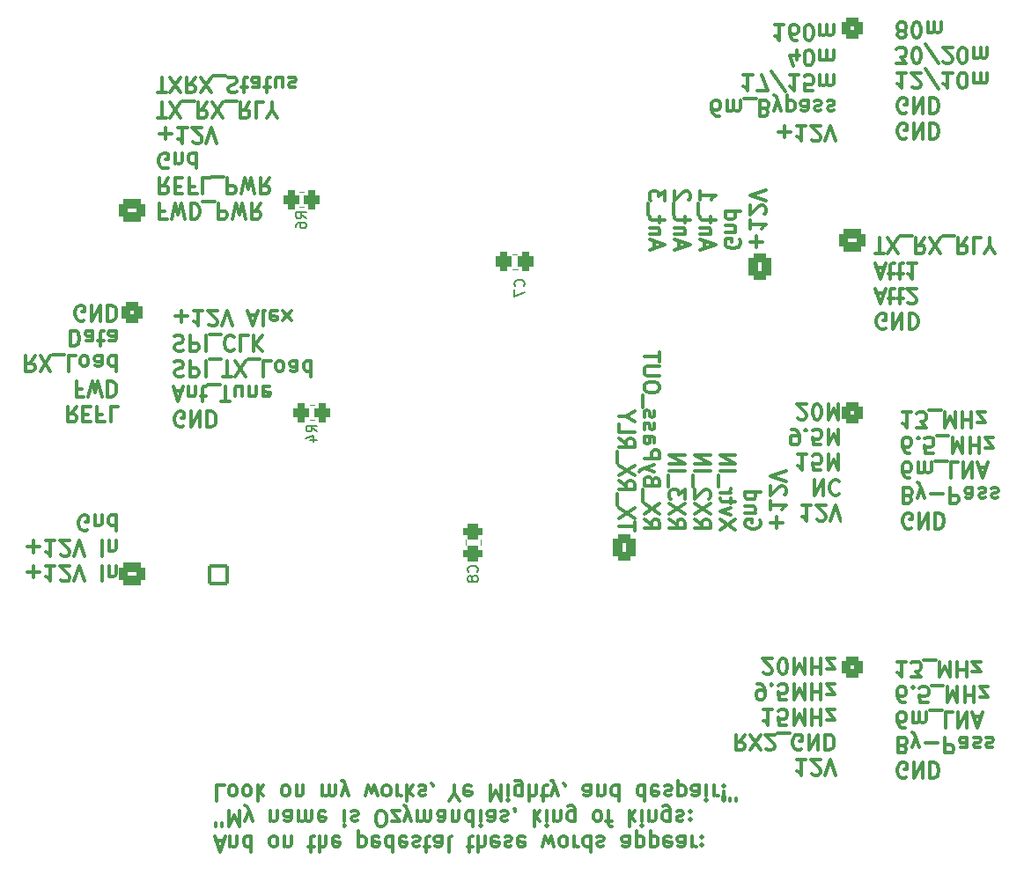
<source format=gbo>
G04 #@! TF.GenerationSoftware,KiCad,Pcbnew,7.0.1*
G04 #@! TF.CreationDate,2023-04-18T17:18:43+02:00*
G04 #@! TF.ProjectId,Alexandrie,416c6578-616e-4647-9269-652e6b696361,rev?*
G04 #@! TF.SameCoordinates,Original*
G04 #@! TF.FileFunction,Legend,Bot*
G04 #@! TF.FilePolarity,Positive*
%FSLAX46Y46*%
G04 Gerber Fmt 4.6, Leading zero omitted, Abs format (unit mm)*
G04 Created by KiCad (PCBNEW 7.0.1) date 2023-04-18 17:18:43*
%MOMM*%
%LPD*%
G01*
G04 APERTURE LIST*
G04 Aperture macros list*
%AMRoundRect*
0 Rectangle with rounded corners*
0 $1 Rounding radius*
0 $2 $3 $4 $5 $6 $7 $8 $9 X,Y pos of 4 corners*
0 Add a 4 corners polygon primitive as box body*
4,1,4,$2,$3,$4,$5,$6,$7,$8,$9,$2,$3,0*
0 Add four circle primitives for the rounded corners*
1,1,$1+$1,$2,$3*
1,1,$1+$1,$4,$5*
1,1,$1+$1,$6,$7*
1,1,$1+$1,$8,$9*
0 Add four rect primitives between the rounded corners*
20,1,$1+$1,$2,$3,$4,$5,0*
20,1,$1+$1,$4,$5,$6,$7,0*
20,1,$1+$1,$6,$7,$8,$9,0*
20,1,$1+$1,$8,$9,$2,$3,0*%
G04 Aperture macros list end*
%ADD10C,0.300000*%
%ADD11C,0.150000*%
%ADD12C,0.120000*%
%ADD13RoundRect,0.450000X0.845000X-0.620000X0.845000X0.620000X-0.845000X0.620000X-0.845000X-0.620000X0*%
%ADD14O,2.590000X2.140000*%
%ADD15C,1.200000*%
%ADD16C,7.400000*%
%ADD17RoundRect,0.450000X-0.600000X-0.600000X0.600000X-0.600000X0.600000X0.600000X-0.600000X0.600000X0*%
%ADD18C,2.100000*%
%ADD19RoundRect,0.450000X-0.620000X-0.845000X0.620000X-0.845000X0.620000X0.845000X-0.620000X0.845000X0*%
%ADD20O,2.140000X2.590000*%
%ADD21RoundRect,0.200000X0.850000X0.850000X-0.850000X0.850000X-0.850000X-0.850000X0.850000X-0.850000X0*%
%ADD22O,2.100000X2.100000*%
%ADD23RoundRect,0.450000X0.620000X0.845000X-0.620000X0.845000X-0.620000X-0.845000X0.620000X-0.845000X0*%
%ADD24RoundRect,0.450000X-0.845000X0.620000X-0.845000X-0.620000X0.845000X-0.620000X0.845000X0.620000X0*%
%ADD25RoundRect,0.450000X-0.475000X0.337500X-0.475000X-0.337500X0.475000X-0.337500X0.475000X0.337500X0*%
%ADD26RoundRect,0.450000X-0.337500X-0.475000X0.337500X-0.475000X0.337500X0.475000X-0.337500X0.475000X0*%
%ADD27RoundRect,0.450000X0.350000X0.450000X-0.350000X0.450000X-0.350000X-0.450000X0.350000X-0.450000X0*%
G04 APERTURE END LIST*
D10*
X158000001Y-137903571D02*
X157142858Y-137903571D01*
X157571429Y-137903571D02*
X157571429Y-139403571D01*
X157571429Y-139403571D02*
X157428572Y-139189285D01*
X157428572Y-139189285D02*
X157285715Y-139046428D01*
X157285715Y-139046428D02*
X157142858Y-138975000D01*
X158571429Y-139260714D02*
X158642857Y-139332142D01*
X158642857Y-139332142D02*
X158785715Y-139403571D01*
X158785715Y-139403571D02*
X159142857Y-139403571D01*
X159142857Y-139403571D02*
X159285715Y-139332142D01*
X159285715Y-139332142D02*
X159357143Y-139260714D01*
X159357143Y-139260714D02*
X159428572Y-139117857D01*
X159428572Y-139117857D02*
X159428572Y-138975000D01*
X159428572Y-138975000D02*
X159357143Y-138760714D01*
X159357143Y-138760714D02*
X158500000Y-137903571D01*
X158500000Y-137903571D02*
X159428572Y-137903571D01*
X159857143Y-139403571D02*
X160357143Y-137903571D01*
X160357143Y-137903571D02*
X160857143Y-139403571D01*
X152142857Y-135473571D02*
X151642857Y-136187857D01*
X151285714Y-135473571D02*
X151285714Y-136973571D01*
X151285714Y-136973571D02*
X151857143Y-136973571D01*
X151857143Y-136973571D02*
X152000000Y-136902142D01*
X152000000Y-136902142D02*
X152071429Y-136830714D01*
X152071429Y-136830714D02*
X152142857Y-136687857D01*
X152142857Y-136687857D02*
X152142857Y-136473571D01*
X152142857Y-136473571D02*
X152071429Y-136330714D01*
X152071429Y-136330714D02*
X152000000Y-136259285D01*
X152000000Y-136259285D02*
X151857143Y-136187857D01*
X151857143Y-136187857D02*
X151285714Y-136187857D01*
X152642857Y-136973571D02*
X153642857Y-135473571D01*
X153642857Y-136973571D02*
X152642857Y-135473571D01*
X154142857Y-136830714D02*
X154214285Y-136902142D01*
X154214285Y-136902142D02*
X154357143Y-136973571D01*
X154357143Y-136973571D02*
X154714285Y-136973571D01*
X154714285Y-136973571D02*
X154857143Y-136902142D01*
X154857143Y-136902142D02*
X154928571Y-136830714D01*
X154928571Y-136830714D02*
X155000000Y-136687857D01*
X155000000Y-136687857D02*
X155000000Y-136545000D01*
X155000000Y-136545000D02*
X154928571Y-136330714D01*
X154928571Y-136330714D02*
X154071428Y-135473571D01*
X154071428Y-135473571D02*
X155000000Y-135473571D01*
X155285714Y-135330714D02*
X156428571Y-135330714D01*
X157571428Y-136902142D02*
X157428571Y-136973571D01*
X157428571Y-136973571D02*
X157214285Y-136973571D01*
X157214285Y-136973571D02*
X156999999Y-136902142D01*
X156999999Y-136902142D02*
X156857142Y-136759285D01*
X156857142Y-136759285D02*
X156785713Y-136616428D01*
X156785713Y-136616428D02*
X156714285Y-136330714D01*
X156714285Y-136330714D02*
X156714285Y-136116428D01*
X156714285Y-136116428D02*
X156785713Y-135830714D01*
X156785713Y-135830714D02*
X156857142Y-135687857D01*
X156857142Y-135687857D02*
X156999999Y-135545000D01*
X156999999Y-135545000D02*
X157214285Y-135473571D01*
X157214285Y-135473571D02*
X157357142Y-135473571D01*
X157357142Y-135473571D02*
X157571428Y-135545000D01*
X157571428Y-135545000D02*
X157642856Y-135616428D01*
X157642856Y-135616428D02*
X157642856Y-136116428D01*
X157642856Y-136116428D02*
X157357142Y-136116428D01*
X158285713Y-135473571D02*
X158285713Y-136973571D01*
X158285713Y-136973571D02*
X159142856Y-135473571D01*
X159142856Y-135473571D02*
X159142856Y-136973571D01*
X159857142Y-135473571D02*
X159857142Y-136973571D01*
X159857142Y-136973571D02*
X160214285Y-136973571D01*
X160214285Y-136973571D02*
X160428571Y-136902142D01*
X160428571Y-136902142D02*
X160571428Y-136759285D01*
X160571428Y-136759285D02*
X160642857Y-136616428D01*
X160642857Y-136616428D02*
X160714285Y-136330714D01*
X160714285Y-136330714D02*
X160714285Y-136116428D01*
X160714285Y-136116428D02*
X160642857Y-135830714D01*
X160642857Y-135830714D02*
X160571428Y-135687857D01*
X160571428Y-135687857D02*
X160428571Y-135545000D01*
X160428571Y-135545000D02*
X160214285Y-135473571D01*
X160214285Y-135473571D02*
X159857142Y-135473571D01*
X154785714Y-133043571D02*
X153928571Y-133043571D01*
X154357142Y-133043571D02*
X154357142Y-134543571D01*
X154357142Y-134543571D02*
X154214285Y-134329285D01*
X154214285Y-134329285D02*
X154071428Y-134186428D01*
X154071428Y-134186428D02*
X153928571Y-134115000D01*
X156142856Y-134543571D02*
X155428570Y-134543571D01*
X155428570Y-134543571D02*
X155357142Y-133829285D01*
X155357142Y-133829285D02*
X155428570Y-133900714D01*
X155428570Y-133900714D02*
X155571428Y-133972142D01*
X155571428Y-133972142D02*
X155928570Y-133972142D01*
X155928570Y-133972142D02*
X156071428Y-133900714D01*
X156071428Y-133900714D02*
X156142856Y-133829285D01*
X156142856Y-133829285D02*
X156214285Y-133686428D01*
X156214285Y-133686428D02*
X156214285Y-133329285D01*
X156214285Y-133329285D02*
X156142856Y-133186428D01*
X156142856Y-133186428D02*
X156071428Y-133115000D01*
X156071428Y-133115000D02*
X155928570Y-133043571D01*
X155928570Y-133043571D02*
X155571428Y-133043571D01*
X155571428Y-133043571D02*
X155428570Y-133115000D01*
X155428570Y-133115000D02*
X155357142Y-133186428D01*
X156857141Y-133043571D02*
X156857141Y-134543571D01*
X156857141Y-134543571D02*
X157357141Y-133472142D01*
X157357141Y-133472142D02*
X157857141Y-134543571D01*
X157857141Y-134543571D02*
X157857141Y-133043571D01*
X158571427Y-133043571D02*
X158571427Y-134543571D01*
X158571427Y-133829285D02*
X159428570Y-133829285D01*
X159428570Y-133043571D02*
X159428570Y-134543571D01*
X159999999Y-134043571D02*
X160785714Y-134043571D01*
X160785714Y-134043571D02*
X159999999Y-133043571D01*
X159999999Y-133043571D02*
X160785714Y-133043571D01*
X153357142Y-130613571D02*
X153642856Y-130613571D01*
X153642856Y-130613571D02*
X153785713Y-130685000D01*
X153785713Y-130685000D02*
X153857142Y-130756428D01*
X153857142Y-130756428D02*
X153999999Y-130970714D01*
X153999999Y-130970714D02*
X154071428Y-131256428D01*
X154071428Y-131256428D02*
X154071428Y-131827857D01*
X154071428Y-131827857D02*
X153999999Y-131970714D01*
X153999999Y-131970714D02*
X153928571Y-132042142D01*
X153928571Y-132042142D02*
X153785713Y-132113571D01*
X153785713Y-132113571D02*
X153499999Y-132113571D01*
X153499999Y-132113571D02*
X153357142Y-132042142D01*
X153357142Y-132042142D02*
X153285713Y-131970714D01*
X153285713Y-131970714D02*
X153214285Y-131827857D01*
X153214285Y-131827857D02*
X153214285Y-131470714D01*
X153214285Y-131470714D02*
X153285713Y-131327857D01*
X153285713Y-131327857D02*
X153357142Y-131256428D01*
X153357142Y-131256428D02*
X153499999Y-131185000D01*
X153499999Y-131185000D02*
X153785713Y-131185000D01*
X153785713Y-131185000D02*
X153928571Y-131256428D01*
X153928571Y-131256428D02*
X153999999Y-131327857D01*
X153999999Y-131327857D02*
X154071428Y-131470714D01*
X154714284Y-130756428D02*
X154785713Y-130685000D01*
X154785713Y-130685000D02*
X154714284Y-130613571D01*
X154714284Y-130613571D02*
X154642856Y-130685000D01*
X154642856Y-130685000D02*
X154714284Y-130756428D01*
X154714284Y-130756428D02*
X154714284Y-130613571D01*
X156142856Y-132113571D02*
X155428570Y-132113571D01*
X155428570Y-132113571D02*
X155357142Y-131399285D01*
X155357142Y-131399285D02*
X155428570Y-131470714D01*
X155428570Y-131470714D02*
X155571428Y-131542142D01*
X155571428Y-131542142D02*
X155928570Y-131542142D01*
X155928570Y-131542142D02*
X156071428Y-131470714D01*
X156071428Y-131470714D02*
X156142856Y-131399285D01*
X156142856Y-131399285D02*
X156214285Y-131256428D01*
X156214285Y-131256428D02*
X156214285Y-130899285D01*
X156214285Y-130899285D02*
X156142856Y-130756428D01*
X156142856Y-130756428D02*
X156071428Y-130685000D01*
X156071428Y-130685000D02*
X155928570Y-130613571D01*
X155928570Y-130613571D02*
X155571428Y-130613571D01*
X155571428Y-130613571D02*
X155428570Y-130685000D01*
X155428570Y-130685000D02*
X155357142Y-130756428D01*
X156857141Y-130613571D02*
X156857141Y-132113571D01*
X156857141Y-132113571D02*
X157357141Y-131042142D01*
X157357141Y-131042142D02*
X157857141Y-132113571D01*
X157857141Y-132113571D02*
X157857141Y-130613571D01*
X158571427Y-130613571D02*
X158571427Y-132113571D01*
X158571427Y-131399285D02*
X159428570Y-131399285D01*
X159428570Y-130613571D02*
X159428570Y-132113571D01*
X159999999Y-131613571D02*
X160785714Y-131613571D01*
X160785714Y-131613571D02*
X159999999Y-130613571D01*
X159999999Y-130613571D02*
X160785714Y-130613571D01*
X153928571Y-129540714D02*
X153999999Y-129612142D01*
X153999999Y-129612142D02*
X154142857Y-129683571D01*
X154142857Y-129683571D02*
X154499999Y-129683571D01*
X154499999Y-129683571D02*
X154642857Y-129612142D01*
X154642857Y-129612142D02*
X154714285Y-129540714D01*
X154714285Y-129540714D02*
X154785714Y-129397857D01*
X154785714Y-129397857D02*
X154785714Y-129255000D01*
X154785714Y-129255000D02*
X154714285Y-129040714D01*
X154714285Y-129040714D02*
X153857142Y-128183571D01*
X153857142Y-128183571D02*
X154785714Y-128183571D01*
X155714285Y-129683571D02*
X155857142Y-129683571D01*
X155857142Y-129683571D02*
X155999999Y-129612142D01*
X155999999Y-129612142D02*
X156071428Y-129540714D01*
X156071428Y-129540714D02*
X156142856Y-129397857D01*
X156142856Y-129397857D02*
X156214285Y-129112142D01*
X156214285Y-129112142D02*
X156214285Y-128755000D01*
X156214285Y-128755000D02*
X156142856Y-128469285D01*
X156142856Y-128469285D02*
X156071428Y-128326428D01*
X156071428Y-128326428D02*
X155999999Y-128255000D01*
X155999999Y-128255000D02*
X155857142Y-128183571D01*
X155857142Y-128183571D02*
X155714285Y-128183571D01*
X155714285Y-128183571D02*
X155571428Y-128255000D01*
X155571428Y-128255000D02*
X155499999Y-128326428D01*
X155499999Y-128326428D02*
X155428570Y-128469285D01*
X155428570Y-128469285D02*
X155357142Y-128755000D01*
X155357142Y-128755000D02*
X155357142Y-129112142D01*
X155357142Y-129112142D02*
X155428570Y-129397857D01*
X155428570Y-129397857D02*
X155499999Y-129540714D01*
X155499999Y-129540714D02*
X155571428Y-129612142D01*
X155571428Y-129612142D02*
X155714285Y-129683571D01*
X156857141Y-128183571D02*
X156857141Y-129683571D01*
X156857141Y-129683571D02*
X157357141Y-128612142D01*
X157357141Y-128612142D02*
X157857141Y-129683571D01*
X157857141Y-129683571D02*
X157857141Y-128183571D01*
X158571427Y-128183571D02*
X158571427Y-129683571D01*
X158571427Y-128969285D02*
X159428570Y-128969285D01*
X159428570Y-128183571D02*
X159428570Y-129683571D01*
X159999999Y-129183571D02*
X160785714Y-129183571D01*
X160785714Y-129183571D02*
X159999999Y-128183571D01*
X159999999Y-128183571D02*
X160785714Y-128183571D01*
X101285714Y-145664642D02*
X102000000Y-145664642D01*
X101142857Y-145236071D02*
X101642857Y-146736071D01*
X101642857Y-146736071D02*
X102142857Y-145236071D01*
X102642856Y-146236071D02*
X102642856Y-145236071D01*
X102642856Y-146093214D02*
X102714285Y-146164642D01*
X102714285Y-146164642D02*
X102857142Y-146236071D01*
X102857142Y-146236071D02*
X103071428Y-146236071D01*
X103071428Y-146236071D02*
X103214285Y-146164642D01*
X103214285Y-146164642D02*
X103285714Y-146021785D01*
X103285714Y-146021785D02*
X103285714Y-145236071D01*
X104642857Y-145236071D02*
X104642857Y-146736071D01*
X104642857Y-145307500D02*
X104499999Y-145236071D01*
X104499999Y-145236071D02*
X104214285Y-145236071D01*
X104214285Y-145236071D02*
X104071428Y-145307500D01*
X104071428Y-145307500D02*
X103999999Y-145378928D01*
X103999999Y-145378928D02*
X103928571Y-145521785D01*
X103928571Y-145521785D02*
X103928571Y-145950357D01*
X103928571Y-145950357D02*
X103999999Y-146093214D01*
X103999999Y-146093214D02*
X104071428Y-146164642D01*
X104071428Y-146164642D02*
X104214285Y-146236071D01*
X104214285Y-146236071D02*
X104499999Y-146236071D01*
X104499999Y-146236071D02*
X104642857Y-146164642D01*
X106714285Y-145236071D02*
X106571428Y-145307500D01*
X106571428Y-145307500D02*
X106499999Y-145378928D01*
X106499999Y-145378928D02*
X106428571Y-145521785D01*
X106428571Y-145521785D02*
X106428571Y-145950357D01*
X106428571Y-145950357D02*
X106499999Y-146093214D01*
X106499999Y-146093214D02*
X106571428Y-146164642D01*
X106571428Y-146164642D02*
X106714285Y-146236071D01*
X106714285Y-146236071D02*
X106928571Y-146236071D01*
X106928571Y-146236071D02*
X107071428Y-146164642D01*
X107071428Y-146164642D02*
X107142857Y-146093214D01*
X107142857Y-146093214D02*
X107214285Y-145950357D01*
X107214285Y-145950357D02*
X107214285Y-145521785D01*
X107214285Y-145521785D02*
X107142857Y-145378928D01*
X107142857Y-145378928D02*
X107071428Y-145307500D01*
X107071428Y-145307500D02*
X106928571Y-145236071D01*
X106928571Y-145236071D02*
X106714285Y-145236071D01*
X107857142Y-146236071D02*
X107857142Y-145236071D01*
X107857142Y-146093214D02*
X107928571Y-146164642D01*
X107928571Y-146164642D02*
X108071428Y-146236071D01*
X108071428Y-146236071D02*
X108285714Y-146236071D01*
X108285714Y-146236071D02*
X108428571Y-146164642D01*
X108428571Y-146164642D02*
X108500000Y-146021785D01*
X108500000Y-146021785D02*
X108500000Y-145236071D01*
X110142857Y-146236071D02*
X110714285Y-146236071D01*
X110357142Y-146736071D02*
X110357142Y-145450357D01*
X110357142Y-145450357D02*
X110428571Y-145307500D01*
X110428571Y-145307500D02*
X110571428Y-145236071D01*
X110571428Y-145236071D02*
X110714285Y-145236071D01*
X111214285Y-145236071D02*
X111214285Y-146736071D01*
X111857143Y-145236071D02*
X111857143Y-146021785D01*
X111857143Y-146021785D02*
X111785714Y-146164642D01*
X111785714Y-146164642D02*
X111642857Y-146236071D01*
X111642857Y-146236071D02*
X111428571Y-146236071D01*
X111428571Y-146236071D02*
X111285714Y-146164642D01*
X111285714Y-146164642D02*
X111214285Y-146093214D01*
X113142857Y-145307500D02*
X113000000Y-145236071D01*
X113000000Y-145236071D02*
X112714286Y-145236071D01*
X112714286Y-145236071D02*
X112571428Y-145307500D01*
X112571428Y-145307500D02*
X112500000Y-145450357D01*
X112500000Y-145450357D02*
X112500000Y-146021785D01*
X112500000Y-146021785D02*
X112571428Y-146164642D01*
X112571428Y-146164642D02*
X112714286Y-146236071D01*
X112714286Y-146236071D02*
X113000000Y-146236071D01*
X113000000Y-146236071D02*
X113142857Y-146164642D01*
X113142857Y-146164642D02*
X113214286Y-146021785D01*
X113214286Y-146021785D02*
X113214286Y-145878928D01*
X113214286Y-145878928D02*
X112500000Y-145736071D01*
X114999999Y-146236071D02*
X114999999Y-144736071D01*
X114999999Y-146164642D02*
X115142857Y-146236071D01*
X115142857Y-146236071D02*
X115428571Y-146236071D01*
X115428571Y-146236071D02*
X115571428Y-146164642D01*
X115571428Y-146164642D02*
X115642857Y-146093214D01*
X115642857Y-146093214D02*
X115714285Y-145950357D01*
X115714285Y-145950357D02*
X115714285Y-145521785D01*
X115714285Y-145521785D02*
X115642857Y-145378928D01*
X115642857Y-145378928D02*
X115571428Y-145307500D01*
X115571428Y-145307500D02*
X115428571Y-145236071D01*
X115428571Y-145236071D02*
X115142857Y-145236071D01*
X115142857Y-145236071D02*
X114999999Y-145307500D01*
X116928571Y-145307500D02*
X116785714Y-145236071D01*
X116785714Y-145236071D02*
X116500000Y-145236071D01*
X116500000Y-145236071D02*
X116357142Y-145307500D01*
X116357142Y-145307500D02*
X116285714Y-145450357D01*
X116285714Y-145450357D02*
X116285714Y-146021785D01*
X116285714Y-146021785D02*
X116357142Y-146164642D01*
X116357142Y-146164642D02*
X116500000Y-146236071D01*
X116500000Y-146236071D02*
X116785714Y-146236071D01*
X116785714Y-146236071D02*
X116928571Y-146164642D01*
X116928571Y-146164642D02*
X117000000Y-146021785D01*
X117000000Y-146021785D02*
X117000000Y-145878928D01*
X117000000Y-145878928D02*
X116285714Y-145736071D01*
X118285714Y-145236071D02*
X118285714Y-146736071D01*
X118285714Y-145307500D02*
X118142856Y-145236071D01*
X118142856Y-145236071D02*
X117857142Y-145236071D01*
X117857142Y-145236071D02*
X117714285Y-145307500D01*
X117714285Y-145307500D02*
X117642856Y-145378928D01*
X117642856Y-145378928D02*
X117571428Y-145521785D01*
X117571428Y-145521785D02*
X117571428Y-145950357D01*
X117571428Y-145950357D02*
X117642856Y-146093214D01*
X117642856Y-146093214D02*
X117714285Y-146164642D01*
X117714285Y-146164642D02*
X117857142Y-146236071D01*
X117857142Y-146236071D02*
X118142856Y-146236071D01*
X118142856Y-146236071D02*
X118285714Y-146164642D01*
X119571428Y-145307500D02*
X119428571Y-145236071D01*
X119428571Y-145236071D02*
X119142857Y-145236071D01*
X119142857Y-145236071D02*
X118999999Y-145307500D01*
X118999999Y-145307500D02*
X118928571Y-145450357D01*
X118928571Y-145450357D02*
X118928571Y-146021785D01*
X118928571Y-146021785D02*
X118999999Y-146164642D01*
X118999999Y-146164642D02*
X119142857Y-146236071D01*
X119142857Y-146236071D02*
X119428571Y-146236071D01*
X119428571Y-146236071D02*
X119571428Y-146164642D01*
X119571428Y-146164642D02*
X119642857Y-146021785D01*
X119642857Y-146021785D02*
X119642857Y-145878928D01*
X119642857Y-145878928D02*
X118928571Y-145736071D01*
X120214285Y-145307500D02*
X120357142Y-145236071D01*
X120357142Y-145236071D02*
X120642856Y-145236071D01*
X120642856Y-145236071D02*
X120785713Y-145307500D01*
X120785713Y-145307500D02*
X120857142Y-145450357D01*
X120857142Y-145450357D02*
X120857142Y-145521785D01*
X120857142Y-145521785D02*
X120785713Y-145664642D01*
X120785713Y-145664642D02*
X120642856Y-145736071D01*
X120642856Y-145736071D02*
X120428571Y-145736071D01*
X120428571Y-145736071D02*
X120285713Y-145807500D01*
X120285713Y-145807500D02*
X120214285Y-145950357D01*
X120214285Y-145950357D02*
X120214285Y-146021785D01*
X120214285Y-146021785D02*
X120285713Y-146164642D01*
X120285713Y-146164642D02*
X120428571Y-146236071D01*
X120428571Y-146236071D02*
X120642856Y-146236071D01*
X120642856Y-146236071D02*
X120785713Y-146164642D01*
X121285714Y-146236071D02*
X121857142Y-146236071D01*
X121499999Y-146736071D02*
X121499999Y-145450357D01*
X121499999Y-145450357D02*
X121571428Y-145307500D01*
X121571428Y-145307500D02*
X121714285Y-145236071D01*
X121714285Y-145236071D02*
X121857142Y-145236071D01*
X123000000Y-145236071D02*
X123000000Y-146021785D01*
X123000000Y-146021785D02*
X122928571Y-146164642D01*
X122928571Y-146164642D02*
X122785714Y-146236071D01*
X122785714Y-146236071D02*
X122500000Y-146236071D01*
X122500000Y-146236071D02*
X122357142Y-146164642D01*
X123000000Y-145307500D02*
X122857142Y-145236071D01*
X122857142Y-145236071D02*
X122500000Y-145236071D01*
X122500000Y-145236071D02*
X122357142Y-145307500D01*
X122357142Y-145307500D02*
X122285714Y-145450357D01*
X122285714Y-145450357D02*
X122285714Y-145593214D01*
X122285714Y-145593214D02*
X122357142Y-145736071D01*
X122357142Y-145736071D02*
X122500000Y-145807500D01*
X122500000Y-145807500D02*
X122857142Y-145807500D01*
X122857142Y-145807500D02*
X123000000Y-145878928D01*
X123928571Y-145236071D02*
X123785714Y-145307500D01*
X123785714Y-145307500D02*
X123714285Y-145450357D01*
X123714285Y-145450357D02*
X123714285Y-146736071D01*
X125428571Y-146236071D02*
X125999999Y-146236071D01*
X125642856Y-146736071D02*
X125642856Y-145450357D01*
X125642856Y-145450357D02*
X125714285Y-145307500D01*
X125714285Y-145307500D02*
X125857142Y-145236071D01*
X125857142Y-145236071D02*
X125999999Y-145236071D01*
X126499999Y-145236071D02*
X126499999Y-146736071D01*
X127142857Y-145236071D02*
X127142857Y-146021785D01*
X127142857Y-146021785D02*
X127071428Y-146164642D01*
X127071428Y-146164642D02*
X126928571Y-146236071D01*
X126928571Y-146236071D02*
X126714285Y-146236071D01*
X126714285Y-146236071D02*
X126571428Y-146164642D01*
X126571428Y-146164642D02*
X126499999Y-146093214D01*
X128428571Y-145307500D02*
X128285714Y-145236071D01*
X128285714Y-145236071D02*
X128000000Y-145236071D01*
X128000000Y-145236071D02*
X127857142Y-145307500D01*
X127857142Y-145307500D02*
X127785714Y-145450357D01*
X127785714Y-145450357D02*
X127785714Y-146021785D01*
X127785714Y-146021785D02*
X127857142Y-146164642D01*
X127857142Y-146164642D02*
X128000000Y-146236071D01*
X128000000Y-146236071D02*
X128285714Y-146236071D01*
X128285714Y-146236071D02*
X128428571Y-146164642D01*
X128428571Y-146164642D02*
X128500000Y-146021785D01*
X128500000Y-146021785D02*
X128500000Y-145878928D01*
X128500000Y-145878928D02*
X127785714Y-145736071D01*
X129071428Y-145307500D02*
X129214285Y-145236071D01*
X129214285Y-145236071D02*
X129499999Y-145236071D01*
X129499999Y-145236071D02*
X129642856Y-145307500D01*
X129642856Y-145307500D02*
X129714285Y-145450357D01*
X129714285Y-145450357D02*
X129714285Y-145521785D01*
X129714285Y-145521785D02*
X129642856Y-145664642D01*
X129642856Y-145664642D02*
X129499999Y-145736071D01*
X129499999Y-145736071D02*
X129285714Y-145736071D01*
X129285714Y-145736071D02*
X129142856Y-145807500D01*
X129142856Y-145807500D02*
X129071428Y-145950357D01*
X129071428Y-145950357D02*
X129071428Y-146021785D01*
X129071428Y-146021785D02*
X129142856Y-146164642D01*
X129142856Y-146164642D02*
X129285714Y-146236071D01*
X129285714Y-146236071D02*
X129499999Y-146236071D01*
X129499999Y-146236071D02*
X129642856Y-146164642D01*
X130928571Y-145307500D02*
X130785714Y-145236071D01*
X130785714Y-145236071D02*
X130500000Y-145236071D01*
X130500000Y-145236071D02*
X130357142Y-145307500D01*
X130357142Y-145307500D02*
X130285714Y-145450357D01*
X130285714Y-145450357D02*
X130285714Y-146021785D01*
X130285714Y-146021785D02*
X130357142Y-146164642D01*
X130357142Y-146164642D02*
X130500000Y-146236071D01*
X130500000Y-146236071D02*
X130785714Y-146236071D01*
X130785714Y-146236071D02*
X130928571Y-146164642D01*
X130928571Y-146164642D02*
X131000000Y-146021785D01*
X131000000Y-146021785D02*
X131000000Y-145878928D01*
X131000000Y-145878928D02*
X130285714Y-145736071D01*
X132642856Y-146236071D02*
X132928571Y-145236071D01*
X132928571Y-145236071D02*
X133214285Y-145950357D01*
X133214285Y-145950357D02*
X133499999Y-145236071D01*
X133499999Y-145236071D02*
X133785713Y-146236071D01*
X134571428Y-145236071D02*
X134428571Y-145307500D01*
X134428571Y-145307500D02*
X134357142Y-145378928D01*
X134357142Y-145378928D02*
X134285714Y-145521785D01*
X134285714Y-145521785D02*
X134285714Y-145950357D01*
X134285714Y-145950357D02*
X134357142Y-146093214D01*
X134357142Y-146093214D02*
X134428571Y-146164642D01*
X134428571Y-146164642D02*
X134571428Y-146236071D01*
X134571428Y-146236071D02*
X134785714Y-146236071D01*
X134785714Y-146236071D02*
X134928571Y-146164642D01*
X134928571Y-146164642D02*
X135000000Y-146093214D01*
X135000000Y-146093214D02*
X135071428Y-145950357D01*
X135071428Y-145950357D02*
X135071428Y-145521785D01*
X135071428Y-145521785D02*
X135000000Y-145378928D01*
X135000000Y-145378928D02*
X134928571Y-145307500D01*
X134928571Y-145307500D02*
X134785714Y-145236071D01*
X134785714Y-145236071D02*
X134571428Y-145236071D01*
X135714285Y-145236071D02*
X135714285Y-146236071D01*
X135714285Y-145950357D02*
X135785714Y-146093214D01*
X135785714Y-146093214D02*
X135857143Y-146164642D01*
X135857143Y-146164642D02*
X136000000Y-146236071D01*
X136000000Y-146236071D02*
X136142857Y-146236071D01*
X137285714Y-145236071D02*
X137285714Y-146736071D01*
X137285714Y-145307500D02*
X137142856Y-145236071D01*
X137142856Y-145236071D02*
X136857142Y-145236071D01*
X136857142Y-145236071D02*
X136714285Y-145307500D01*
X136714285Y-145307500D02*
X136642856Y-145378928D01*
X136642856Y-145378928D02*
X136571428Y-145521785D01*
X136571428Y-145521785D02*
X136571428Y-145950357D01*
X136571428Y-145950357D02*
X136642856Y-146093214D01*
X136642856Y-146093214D02*
X136714285Y-146164642D01*
X136714285Y-146164642D02*
X136857142Y-146236071D01*
X136857142Y-146236071D02*
X137142856Y-146236071D01*
X137142856Y-146236071D02*
X137285714Y-146164642D01*
X137928571Y-145307500D02*
X138071428Y-145236071D01*
X138071428Y-145236071D02*
X138357142Y-145236071D01*
X138357142Y-145236071D02*
X138499999Y-145307500D01*
X138499999Y-145307500D02*
X138571428Y-145450357D01*
X138571428Y-145450357D02*
X138571428Y-145521785D01*
X138571428Y-145521785D02*
X138499999Y-145664642D01*
X138499999Y-145664642D02*
X138357142Y-145736071D01*
X138357142Y-145736071D02*
X138142857Y-145736071D01*
X138142857Y-145736071D02*
X137999999Y-145807500D01*
X137999999Y-145807500D02*
X137928571Y-145950357D01*
X137928571Y-145950357D02*
X137928571Y-146021785D01*
X137928571Y-146021785D02*
X137999999Y-146164642D01*
X137999999Y-146164642D02*
X138142857Y-146236071D01*
X138142857Y-146236071D02*
X138357142Y-146236071D01*
X138357142Y-146236071D02*
X138499999Y-146164642D01*
X141000000Y-145236071D02*
X141000000Y-146021785D01*
X141000000Y-146021785D02*
X140928571Y-146164642D01*
X140928571Y-146164642D02*
X140785714Y-146236071D01*
X140785714Y-146236071D02*
X140500000Y-146236071D01*
X140500000Y-146236071D02*
X140357142Y-146164642D01*
X141000000Y-145307500D02*
X140857142Y-145236071D01*
X140857142Y-145236071D02*
X140500000Y-145236071D01*
X140500000Y-145236071D02*
X140357142Y-145307500D01*
X140357142Y-145307500D02*
X140285714Y-145450357D01*
X140285714Y-145450357D02*
X140285714Y-145593214D01*
X140285714Y-145593214D02*
X140357142Y-145736071D01*
X140357142Y-145736071D02*
X140500000Y-145807500D01*
X140500000Y-145807500D02*
X140857142Y-145807500D01*
X140857142Y-145807500D02*
X141000000Y-145878928D01*
X141714285Y-146236071D02*
X141714285Y-144736071D01*
X141714285Y-146164642D02*
X141857143Y-146236071D01*
X141857143Y-146236071D02*
X142142857Y-146236071D01*
X142142857Y-146236071D02*
X142285714Y-146164642D01*
X142285714Y-146164642D02*
X142357143Y-146093214D01*
X142357143Y-146093214D02*
X142428571Y-145950357D01*
X142428571Y-145950357D02*
X142428571Y-145521785D01*
X142428571Y-145521785D02*
X142357143Y-145378928D01*
X142357143Y-145378928D02*
X142285714Y-145307500D01*
X142285714Y-145307500D02*
X142142857Y-145236071D01*
X142142857Y-145236071D02*
X141857143Y-145236071D01*
X141857143Y-145236071D02*
X141714285Y-145307500D01*
X143071428Y-146236071D02*
X143071428Y-144736071D01*
X143071428Y-146164642D02*
X143214286Y-146236071D01*
X143214286Y-146236071D02*
X143500000Y-146236071D01*
X143500000Y-146236071D02*
X143642857Y-146164642D01*
X143642857Y-146164642D02*
X143714286Y-146093214D01*
X143714286Y-146093214D02*
X143785714Y-145950357D01*
X143785714Y-145950357D02*
X143785714Y-145521785D01*
X143785714Y-145521785D02*
X143714286Y-145378928D01*
X143714286Y-145378928D02*
X143642857Y-145307500D01*
X143642857Y-145307500D02*
X143500000Y-145236071D01*
X143500000Y-145236071D02*
X143214286Y-145236071D01*
X143214286Y-145236071D02*
X143071428Y-145307500D01*
X145000000Y-145307500D02*
X144857143Y-145236071D01*
X144857143Y-145236071D02*
X144571429Y-145236071D01*
X144571429Y-145236071D02*
X144428571Y-145307500D01*
X144428571Y-145307500D02*
X144357143Y-145450357D01*
X144357143Y-145450357D02*
X144357143Y-146021785D01*
X144357143Y-146021785D02*
X144428571Y-146164642D01*
X144428571Y-146164642D02*
X144571429Y-146236071D01*
X144571429Y-146236071D02*
X144857143Y-146236071D01*
X144857143Y-146236071D02*
X145000000Y-146164642D01*
X145000000Y-146164642D02*
X145071429Y-146021785D01*
X145071429Y-146021785D02*
X145071429Y-145878928D01*
X145071429Y-145878928D02*
X144357143Y-145736071D01*
X146357143Y-145236071D02*
X146357143Y-146021785D01*
X146357143Y-146021785D02*
X146285714Y-146164642D01*
X146285714Y-146164642D02*
X146142857Y-146236071D01*
X146142857Y-146236071D02*
X145857143Y-146236071D01*
X145857143Y-146236071D02*
X145714285Y-146164642D01*
X146357143Y-145307500D02*
X146214285Y-145236071D01*
X146214285Y-145236071D02*
X145857143Y-145236071D01*
X145857143Y-145236071D02*
X145714285Y-145307500D01*
X145714285Y-145307500D02*
X145642857Y-145450357D01*
X145642857Y-145450357D02*
X145642857Y-145593214D01*
X145642857Y-145593214D02*
X145714285Y-145736071D01*
X145714285Y-145736071D02*
X145857143Y-145807500D01*
X145857143Y-145807500D02*
X146214285Y-145807500D01*
X146214285Y-145807500D02*
X146357143Y-145878928D01*
X147071428Y-145236071D02*
X147071428Y-146236071D01*
X147071428Y-145950357D02*
X147142857Y-146093214D01*
X147142857Y-146093214D02*
X147214286Y-146164642D01*
X147214286Y-146164642D02*
X147357143Y-146236071D01*
X147357143Y-146236071D02*
X147500000Y-146236071D01*
X147999999Y-145378928D02*
X148071428Y-145307500D01*
X148071428Y-145307500D02*
X147999999Y-145236071D01*
X147999999Y-145236071D02*
X147928571Y-145307500D01*
X147928571Y-145307500D02*
X147999999Y-145378928D01*
X147999999Y-145378928D02*
X147999999Y-145236071D01*
X147999999Y-146164642D02*
X148071428Y-146093214D01*
X148071428Y-146093214D02*
X147999999Y-146021785D01*
X147999999Y-146021785D02*
X147928571Y-146093214D01*
X147928571Y-146093214D02*
X147999999Y-146164642D01*
X147999999Y-146164642D02*
X147999999Y-146021785D01*
X101285714Y-144306071D02*
X101285714Y-144020357D01*
X101857142Y-144306071D02*
X101857142Y-144020357D01*
X102499999Y-142806071D02*
X102499999Y-144306071D01*
X102499999Y-144306071D02*
X102999999Y-143234642D01*
X102999999Y-143234642D02*
X103499999Y-144306071D01*
X103499999Y-144306071D02*
X103499999Y-142806071D01*
X104071428Y-143806071D02*
X104428571Y-142806071D01*
X104785714Y-143806071D02*
X104428571Y-142806071D01*
X104428571Y-142806071D02*
X104285714Y-142448928D01*
X104285714Y-142448928D02*
X104214285Y-142377500D01*
X104214285Y-142377500D02*
X104071428Y-142306071D01*
X106499999Y-143806071D02*
X106499999Y-142806071D01*
X106499999Y-143663214D02*
X106571428Y-143734642D01*
X106571428Y-143734642D02*
X106714285Y-143806071D01*
X106714285Y-143806071D02*
X106928571Y-143806071D01*
X106928571Y-143806071D02*
X107071428Y-143734642D01*
X107071428Y-143734642D02*
X107142857Y-143591785D01*
X107142857Y-143591785D02*
X107142857Y-142806071D01*
X108500000Y-142806071D02*
X108500000Y-143591785D01*
X108500000Y-143591785D02*
X108428571Y-143734642D01*
X108428571Y-143734642D02*
X108285714Y-143806071D01*
X108285714Y-143806071D02*
X108000000Y-143806071D01*
X108000000Y-143806071D02*
X107857142Y-143734642D01*
X108500000Y-142877500D02*
X108357142Y-142806071D01*
X108357142Y-142806071D02*
X108000000Y-142806071D01*
X108000000Y-142806071D02*
X107857142Y-142877500D01*
X107857142Y-142877500D02*
X107785714Y-143020357D01*
X107785714Y-143020357D02*
X107785714Y-143163214D01*
X107785714Y-143163214D02*
X107857142Y-143306071D01*
X107857142Y-143306071D02*
X108000000Y-143377500D01*
X108000000Y-143377500D02*
X108357142Y-143377500D01*
X108357142Y-143377500D02*
X108500000Y-143448928D01*
X109214285Y-142806071D02*
X109214285Y-143806071D01*
X109214285Y-143663214D02*
X109285714Y-143734642D01*
X109285714Y-143734642D02*
X109428571Y-143806071D01*
X109428571Y-143806071D02*
X109642857Y-143806071D01*
X109642857Y-143806071D02*
X109785714Y-143734642D01*
X109785714Y-143734642D02*
X109857143Y-143591785D01*
X109857143Y-143591785D02*
X109857143Y-142806071D01*
X109857143Y-143591785D02*
X109928571Y-143734642D01*
X109928571Y-143734642D02*
X110071428Y-143806071D01*
X110071428Y-143806071D02*
X110285714Y-143806071D01*
X110285714Y-143806071D02*
X110428571Y-143734642D01*
X110428571Y-143734642D02*
X110500000Y-143591785D01*
X110500000Y-143591785D02*
X110500000Y-142806071D01*
X111785714Y-142877500D02*
X111642857Y-142806071D01*
X111642857Y-142806071D02*
X111357143Y-142806071D01*
X111357143Y-142806071D02*
X111214285Y-142877500D01*
X111214285Y-142877500D02*
X111142857Y-143020357D01*
X111142857Y-143020357D02*
X111142857Y-143591785D01*
X111142857Y-143591785D02*
X111214285Y-143734642D01*
X111214285Y-143734642D02*
X111357143Y-143806071D01*
X111357143Y-143806071D02*
X111642857Y-143806071D01*
X111642857Y-143806071D02*
X111785714Y-143734642D01*
X111785714Y-143734642D02*
X111857143Y-143591785D01*
X111857143Y-143591785D02*
X111857143Y-143448928D01*
X111857143Y-143448928D02*
X111142857Y-143306071D01*
X113642856Y-142806071D02*
X113642856Y-143806071D01*
X113642856Y-144306071D02*
X113571428Y-144234642D01*
X113571428Y-144234642D02*
X113642856Y-144163214D01*
X113642856Y-144163214D02*
X113714285Y-144234642D01*
X113714285Y-144234642D02*
X113642856Y-144306071D01*
X113642856Y-144306071D02*
X113642856Y-144163214D01*
X114285714Y-142877500D02*
X114428571Y-142806071D01*
X114428571Y-142806071D02*
X114714285Y-142806071D01*
X114714285Y-142806071D02*
X114857142Y-142877500D01*
X114857142Y-142877500D02*
X114928571Y-143020357D01*
X114928571Y-143020357D02*
X114928571Y-143091785D01*
X114928571Y-143091785D02*
X114857142Y-143234642D01*
X114857142Y-143234642D02*
X114714285Y-143306071D01*
X114714285Y-143306071D02*
X114500000Y-143306071D01*
X114500000Y-143306071D02*
X114357142Y-143377500D01*
X114357142Y-143377500D02*
X114285714Y-143520357D01*
X114285714Y-143520357D02*
X114285714Y-143591785D01*
X114285714Y-143591785D02*
X114357142Y-143734642D01*
X114357142Y-143734642D02*
X114500000Y-143806071D01*
X114500000Y-143806071D02*
X114714285Y-143806071D01*
X114714285Y-143806071D02*
X114857142Y-143734642D01*
X117000000Y-144306071D02*
X117285714Y-144306071D01*
X117285714Y-144306071D02*
X117428571Y-144234642D01*
X117428571Y-144234642D02*
X117571428Y-144091785D01*
X117571428Y-144091785D02*
X117642857Y-143806071D01*
X117642857Y-143806071D02*
X117642857Y-143306071D01*
X117642857Y-143306071D02*
X117571428Y-143020357D01*
X117571428Y-143020357D02*
X117428571Y-142877500D01*
X117428571Y-142877500D02*
X117285714Y-142806071D01*
X117285714Y-142806071D02*
X117000000Y-142806071D01*
X117000000Y-142806071D02*
X116857143Y-142877500D01*
X116857143Y-142877500D02*
X116714285Y-143020357D01*
X116714285Y-143020357D02*
X116642857Y-143306071D01*
X116642857Y-143306071D02*
X116642857Y-143806071D01*
X116642857Y-143806071D02*
X116714285Y-144091785D01*
X116714285Y-144091785D02*
X116857143Y-144234642D01*
X116857143Y-144234642D02*
X117000000Y-144306071D01*
X118142857Y-143806071D02*
X118928572Y-143806071D01*
X118928572Y-143806071D02*
X118142857Y-142806071D01*
X118142857Y-142806071D02*
X118928572Y-142806071D01*
X119357143Y-143806071D02*
X119714286Y-142806071D01*
X120071429Y-143806071D02*
X119714286Y-142806071D01*
X119714286Y-142806071D02*
X119571429Y-142448928D01*
X119571429Y-142448928D02*
X119500000Y-142377500D01*
X119500000Y-142377500D02*
X119357143Y-142306071D01*
X120642857Y-142806071D02*
X120642857Y-143806071D01*
X120642857Y-143663214D02*
X120714286Y-143734642D01*
X120714286Y-143734642D02*
X120857143Y-143806071D01*
X120857143Y-143806071D02*
X121071429Y-143806071D01*
X121071429Y-143806071D02*
X121214286Y-143734642D01*
X121214286Y-143734642D02*
X121285715Y-143591785D01*
X121285715Y-143591785D02*
X121285715Y-142806071D01*
X121285715Y-143591785D02*
X121357143Y-143734642D01*
X121357143Y-143734642D02*
X121500000Y-143806071D01*
X121500000Y-143806071D02*
X121714286Y-143806071D01*
X121714286Y-143806071D02*
X121857143Y-143734642D01*
X121857143Y-143734642D02*
X121928572Y-143591785D01*
X121928572Y-143591785D02*
X121928572Y-142806071D01*
X123285715Y-142806071D02*
X123285715Y-143591785D01*
X123285715Y-143591785D02*
X123214286Y-143734642D01*
X123214286Y-143734642D02*
X123071429Y-143806071D01*
X123071429Y-143806071D02*
X122785715Y-143806071D01*
X122785715Y-143806071D02*
X122642857Y-143734642D01*
X123285715Y-142877500D02*
X123142857Y-142806071D01*
X123142857Y-142806071D02*
X122785715Y-142806071D01*
X122785715Y-142806071D02*
X122642857Y-142877500D01*
X122642857Y-142877500D02*
X122571429Y-143020357D01*
X122571429Y-143020357D02*
X122571429Y-143163214D01*
X122571429Y-143163214D02*
X122642857Y-143306071D01*
X122642857Y-143306071D02*
X122785715Y-143377500D01*
X122785715Y-143377500D02*
X123142857Y-143377500D01*
X123142857Y-143377500D02*
X123285715Y-143448928D01*
X124000000Y-143806071D02*
X124000000Y-142806071D01*
X124000000Y-143663214D02*
X124071429Y-143734642D01*
X124071429Y-143734642D02*
X124214286Y-143806071D01*
X124214286Y-143806071D02*
X124428572Y-143806071D01*
X124428572Y-143806071D02*
X124571429Y-143734642D01*
X124571429Y-143734642D02*
X124642858Y-143591785D01*
X124642858Y-143591785D02*
X124642858Y-142806071D01*
X126000001Y-142806071D02*
X126000001Y-144306071D01*
X126000001Y-142877500D02*
X125857143Y-142806071D01*
X125857143Y-142806071D02*
X125571429Y-142806071D01*
X125571429Y-142806071D02*
X125428572Y-142877500D01*
X125428572Y-142877500D02*
X125357143Y-142948928D01*
X125357143Y-142948928D02*
X125285715Y-143091785D01*
X125285715Y-143091785D02*
X125285715Y-143520357D01*
X125285715Y-143520357D02*
X125357143Y-143663214D01*
X125357143Y-143663214D02*
X125428572Y-143734642D01*
X125428572Y-143734642D02*
X125571429Y-143806071D01*
X125571429Y-143806071D02*
X125857143Y-143806071D01*
X125857143Y-143806071D02*
X126000001Y-143734642D01*
X126714286Y-142806071D02*
X126714286Y-143806071D01*
X126714286Y-144306071D02*
X126642858Y-144234642D01*
X126642858Y-144234642D02*
X126714286Y-144163214D01*
X126714286Y-144163214D02*
X126785715Y-144234642D01*
X126785715Y-144234642D02*
X126714286Y-144306071D01*
X126714286Y-144306071D02*
X126714286Y-144163214D01*
X128071430Y-142806071D02*
X128071430Y-143591785D01*
X128071430Y-143591785D02*
X128000001Y-143734642D01*
X128000001Y-143734642D02*
X127857144Y-143806071D01*
X127857144Y-143806071D02*
X127571430Y-143806071D01*
X127571430Y-143806071D02*
X127428572Y-143734642D01*
X128071430Y-142877500D02*
X127928572Y-142806071D01*
X127928572Y-142806071D02*
X127571430Y-142806071D01*
X127571430Y-142806071D02*
X127428572Y-142877500D01*
X127428572Y-142877500D02*
X127357144Y-143020357D01*
X127357144Y-143020357D02*
X127357144Y-143163214D01*
X127357144Y-143163214D02*
X127428572Y-143306071D01*
X127428572Y-143306071D02*
X127571430Y-143377500D01*
X127571430Y-143377500D02*
X127928572Y-143377500D01*
X127928572Y-143377500D02*
X128071430Y-143448928D01*
X128714287Y-142877500D02*
X128857144Y-142806071D01*
X128857144Y-142806071D02*
X129142858Y-142806071D01*
X129142858Y-142806071D02*
X129285715Y-142877500D01*
X129285715Y-142877500D02*
X129357144Y-143020357D01*
X129357144Y-143020357D02*
X129357144Y-143091785D01*
X129357144Y-143091785D02*
X129285715Y-143234642D01*
X129285715Y-143234642D02*
X129142858Y-143306071D01*
X129142858Y-143306071D02*
X128928573Y-143306071D01*
X128928573Y-143306071D02*
X128785715Y-143377500D01*
X128785715Y-143377500D02*
X128714287Y-143520357D01*
X128714287Y-143520357D02*
X128714287Y-143591785D01*
X128714287Y-143591785D02*
X128785715Y-143734642D01*
X128785715Y-143734642D02*
X128928573Y-143806071D01*
X128928573Y-143806071D02*
X129142858Y-143806071D01*
X129142858Y-143806071D02*
X129285715Y-143734642D01*
X130071430Y-142877500D02*
X130071430Y-142806071D01*
X130071430Y-142806071D02*
X130000001Y-142663214D01*
X130000001Y-142663214D02*
X129928573Y-142591785D01*
X131857144Y-142806071D02*
X131857144Y-144306071D01*
X132000002Y-143377500D02*
X132428573Y-142806071D01*
X132428573Y-143806071D02*
X131857144Y-143234642D01*
X133071430Y-142806071D02*
X133071430Y-143806071D01*
X133071430Y-144306071D02*
X133000002Y-144234642D01*
X133000002Y-144234642D02*
X133071430Y-144163214D01*
X133071430Y-144163214D02*
X133142859Y-144234642D01*
X133142859Y-144234642D02*
X133071430Y-144306071D01*
X133071430Y-144306071D02*
X133071430Y-144163214D01*
X133785716Y-143806071D02*
X133785716Y-142806071D01*
X133785716Y-143663214D02*
X133857145Y-143734642D01*
X133857145Y-143734642D02*
X134000002Y-143806071D01*
X134000002Y-143806071D02*
X134214288Y-143806071D01*
X134214288Y-143806071D02*
X134357145Y-143734642D01*
X134357145Y-143734642D02*
X134428574Y-143591785D01*
X134428574Y-143591785D02*
X134428574Y-142806071D01*
X135785717Y-143806071D02*
X135785717Y-142591785D01*
X135785717Y-142591785D02*
X135714288Y-142448928D01*
X135714288Y-142448928D02*
X135642859Y-142377500D01*
X135642859Y-142377500D02*
X135500002Y-142306071D01*
X135500002Y-142306071D02*
X135285717Y-142306071D01*
X135285717Y-142306071D02*
X135142859Y-142377500D01*
X135785717Y-142877500D02*
X135642859Y-142806071D01*
X135642859Y-142806071D02*
X135357145Y-142806071D01*
X135357145Y-142806071D02*
X135214288Y-142877500D01*
X135214288Y-142877500D02*
X135142859Y-142948928D01*
X135142859Y-142948928D02*
X135071431Y-143091785D01*
X135071431Y-143091785D02*
X135071431Y-143520357D01*
X135071431Y-143520357D02*
X135142859Y-143663214D01*
X135142859Y-143663214D02*
X135214288Y-143734642D01*
X135214288Y-143734642D02*
X135357145Y-143806071D01*
X135357145Y-143806071D02*
X135642859Y-143806071D01*
X135642859Y-143806071D02*
X135785717Y-143734642D01*
X137857145Y-142806071D02*
X137714288Y-142877500D01*
X137714288Y-142877500D02*
X137642859Y-142948928D01*
X137642859Y-142948928D02*
X137571431Y-143091785D01*
X137571431Y-143091785D02*
X137571431Y-143520357D01*
X137571431Y-143520357D02*
X137642859Y-143663214D01*
X137642859Y-143663214D02*
X137714288Y-143734642D01*
X137714288Y-143734642D02*
X137857145Y-143806071D01*
X137857145Y-143806071D02*
X138071431Y-143806071D01*
X138071431Y-143806071D02*
X138214288Y-143734642D01*
X138214288Y-143734642D02*
X138285717Y-143663214D01*
X138285717Y-143663214D02*
X138357145Y-143520357D01*
X138357145Y-143520357D02*
X138357145Y-143091785D01*
X138357145Y-143091785D02*
X138285717Y-142948928D01*
X138285717Y-142948928D02*
X138214288Y-142877500D01*
X138214288Y-142877500D02*
X138071431Y-142806071D01*
X138071431Y-142806071D02*
X137857145Y-142806071D01*
X138785717Y-143806071D02*
X139357145Y-143806071D01*
X139000002Y-142806071D02*
X139000002Y-144091785D01*
X139000002Y-144091785D02*
X139071431Y-144234642D01*
X139071431Y-144234642D02*
X139214288Y-144306071D01*
X139214288Y-144306071D02*
X139357145Y-144306071D01*
X141000002Y-142806071D02*
X141000002Y-144306071D01*
X141142860Y-143377500D02*
X141571431Y-142806071D01*
X141571431Y-143806071D02*
X141000002Y-143234642D01*
X142214288Y-142806071D02*
X142214288Y-143806071D01*
X142214288Y-144306071D02*
X142142860Y-144234642D01*
X142142860Y-144234642D02*
X142214288Y-144163214D01*
X142214288Y-144163214D02*
X142285717Y-144234642D01*
X142285717Y-144234642D02*
X142214288Y-144306071D01*
X142214288Y-144306071D02*
X142214288Y-144163214D01*
X142928574Y-143806071D02*
X142928574Y-142806071D01*
X142928574Y-143663214D02*
X143000003Y-143734642D01*
X143000003Y-143734642D02*
X143142860Y-143806071D01*
X143142860Y-143806071D02*
X143357146Y-143806071D01*
X143357146Y-143806071D02*
X143500003Y-143734642D01*
X143500003Y-143734642D02*
X143571432Y-143591785D01*
X143571432Y-143591785D02*
X143571432Y-142806071D01*
X144928575Y-143806071D02*
X144928575Y-142591785D01*
X144928575Y-142591785D02*
X144857146Y-142448928D01*
X144857146Y-142448928D02*
X144785717Y-142377500D01*
X144785717Y-142377500D02*
X144642860Y-142306071D01*
X144642860Y-142306071D02*
X144428575Y-142306071D01*
X144428575Y-142306071D02*
X144285717Y-142377500D01*
X144928575Y-142877500D02*
X144785717Y-142806071D01*
X144785717Y-142806071D02*
X144500003Y-142806071D01*
X144500003Y-142806071D02*
X144357146Y-142877500D01*
X144357146Y-142877500D02*
X144285717Y-142948928D01*
X144285717Y-142948928D02*
X144214289Y-143091785D01*
X144214289Y-143091785D02*
X144214289Y-143520357D01*
X144214289Y-143520357D02*
X144285717Y-143663214D01*
X144285717Y-143663214D02*
X144357146Y-143734642D01*
X144357146Y-143734642D02*
X144500003Y-143806071D01*
X144500003Y-143806071D02*
X144785717Y-143806071D01*
X144785717Y-143806071D02*
X144928575Y-143734642D01*
X145571432Y-142877500D02*
X145714289Y-142806071D01*
X145714289Y-142806071D02*
X146000003Y-142806071D01*
X146000003Y-142806071D02*
X146142860Y-142877500D01*
X146142860Y-142877500D02*
X146214289Y-143020357D01*
X146214289Y-143020357D02*
X146214289Y-143091785D01*
X146214289Y-143091785D02*
X146142860Y-143234642D01*
X146142860Y-143234642D02*
X146000003Y-143306071D01*
X146000003Y-143306071D02*
X145785718Y-143306071D01*
X145785718Y-143306071D02*
X145642860Y-143377500D01*
X145642860Y-143377500D02*
X145571432Y-143520357D01*
X145571432Y-143520357D02*
X145571432Y-143591785D01*
X145571432Y-143591785D02*
X145642860Y-143734642D01*
X145642860Y-143734642D02*
X145785718Y-143806071D01*
X145785718Y-143806071D02*
X146000003Y-143806071D01*
X146000003Y-143806071D02*
X146142860Y-143734642D01*
X146857146Y-142948928D02*
X146928575Y-142877500D01*
X146928575Y-142877500D02*
X146857146Y-142806071D01*
X146857146Y-142806071D02*
X146785718Y-142877500D01*
X146785718Y-142877500D02*
X146857146Y-142948928D01*
X146857146Y-142948928D02*
X146857146Y-142806071D01*
X146857146Y-143734642D02*
X146928575Y-143663214D01*
X146928575Y-143663214D02*
X146857146Y-143591785D01*
X146857146Y-143591785D02*
X146785718Y-143663214D01*
X146785718Y-143663214D02*
X146857146Y-143734642D01*
X146857146Y-143734642D02*
X146857146Y-143591785D01*
X102071428Y-140376071D02*
X101357142Y-140376071D01*
X101357142Y-140376071D02*
X101357142Y-141876071D01*
X102785714Y-140376071D02*
X102642857Y-140447500D01*
X102642857Y-140447500D02*
X102571428Y-140518928D01*
X102571428Y-140518928D02*
X102500000Y-140661785D01*
X102500000Y-140661785D02*
X102500000Y-141090357D01*
X102500000Y-141090357D02*
X102571428Y-141233214D01*
X102571428Y-141233214D02*
X102642857Y-141304642D01*
X102642857Y-141304642D02*
X102785714Y-141376071D01*
X102785714Y-141376071D02*
X103000000Y-141376071D01*
X103000000Y-141376071D02*
X103142857Y-141304642D01*
X103142857Y-141304642D02*
X103214286Y-141233214D01*
X103214286Y-141233214D02*
X103285714Y-141090357D01*
X103285714Y-141090357D02*
X103285714Y-140661785D01*
X103285714Y-140661785D02*
X103214286Y-140518928D01*
X103214286Y-140518928D02*
X103142857Y-140447500D01*
X103142857Y-140447500D02*
X103000000Y-140376071D01*
X103000000Y-140376071D02*
X102785714Y-140376071D01*
X104142857Y-140376071D02*
X104000000Y-140447500D01*
X104000000Y-140447500D02*
X103928571Y-140518928D01*
X103928571Y-140518928D02*
X103857143Y-140661785D01*
X103857143Y-140661785D02*
X103857143Y-141090357D01*
X103857143Y-141090357D02*
X103928571Y-141233214D01*
X103928571Y-141233214D02*
X104000000Y-141304642D01*
X104000000Y-141304642D02*
X104142857Y-141376071D01*
X104142857Y-141376071D02*
X104357143Y-141376071D01*
X104357143Y-141376071D02*
X104500000Y-141304642D01*
X104500000Y-141304642D02*
X104571429Y-141233214D01*
X104571429Y-141233214D02*
X104642857Y-141090357D01*
X104642857Y-141090357D02*
X104642857Y-140661785D01*
X104642857Y-140661785D02*
X104571429Y-140518928D01*
X104571429Y-140518928D02*
X104500000Y-140447500D01*
X104500000Y-140447500D02*
X104357143Y-140376071D01*
X104357143Y-140376071D02*
X104142857Y-140376071D01*
X105285714Y-140376071D02*
X105285714Y-141876071D01*
X105428572Y-140947500D02*
X105857143Y-140376071D01*
X105857143Y-141376071D02*
X105285714Y-140804642D01*
X107857143Y-140376071D02*
X107714286Y-140447500D01*
X107714286Y-140447500D02*
X107642857Y-140518928D01*
X107642857Y-140518928D02*
X107571429Y-140661785D01*
X107571429Y-140661785D02*
X107571429Y-141090357D01*
X107571429Y-141090357D02*
X107642857Y-141233214D01*
X107642857Y-141233214D02*
X107714286Y-141304642D01*
X107714286Y-141304642D02*
X107857143Y-141376071D01*
X107857143Y-141376071D02*
X108071429Y-141376071D01*
X108071429Y-141376071D02*
X108214286Y-141304642D01*
X108214286Y-141304642D02*
X108285715Y-141233214D01*
X108285715Y-141233214D02*
X108357143Y-141090357D01*
X108357143Y-141090357D02*
X108357143Y-140661785D01*
X108357143Y-140661785D02*
X108285715Y-140518928D01*
X108285715Y-140518928D02*
X108214286Y-140447500D01*
X108214286Y-140447500D02*
X108071429Y-140376071D01*
X108071429Y-140376071D02*
X107857143Y-140376071D01*
X109000000Y-141376071D02*
X109000000Y-140376071D01*
X109000000Y-141233214D02*
X109071429Y-141304642D01*
X109071429Y-141304642D02*
X109214286Y-141376071D01*
X109214286Y-141376071D02*
X109428572Y-141376071D01*
X109428572Y-141376071D02*
X109571429Y-141304642D01*
X109571429Y-141304642D02*
X109642858Y-141161785D01*
X109642858Y-141161785D02*
X109642858Y-140376071D01*
X111500000Y-140376071D02*
X111500000Y-141376071D01*
X111500000Y-141233214D02*
X111571429Y-141304642D01*
X111571429Y-141304642D02*
X111714286Y-141376071D01*
X111714286Y-141376071D02*
X111928572Y-141376071D01*
X111928572Y-141376071D02*
X112071429Y-141304642D01*
X112071429Y-141304642D02*
X112142858Y-141161785D01*
X112142858Y-141161785D02*
X112142858Y-140376071D01*
X112142858Y-141161785D02*
X112214286Y-141304642D01*
X112214286Y-141304642D02*
X112357143Y-141376071D01*
X112357143Y-141376071D02*
X112571429Y-141376071D01*
X112571429Y-141376071D02*
X112714286Y-141304642D01*
X112714286Y-141304642D02*
X112785715Y-141161785D01*
X112785715Y-141161785D02*
X112785715Y-140376071D01*
X113357143Y-141376071D02*
X113714286Y-140376071D01*
X114071429Y-141376071D02*
X113714286Y-140376071D01*
X113714286Y-140376071D02*
X113571429Y-140018928D01*
X113571429Y-140018928D02*
X113500000Y-139947500D01*
X113500000Y-139947500D02*
X113357143Y-139876071D01*
X115642857Y-141376071D02*
X115928572Y-140376071D01*
X115928572Y-140376071D02*
X116214286Y-141090357D01*
X116214286Y-141090357D02*
X116500000Y-140376071D01*
X116500000Y-140376071D02*
X116785714Y-141376071D01*
X117571429Y-140376071D02*
X117428572Y-140447500D01*
X117428572Y-140447500D02*
X117357143Y-140518928D01*
X117357143Y-140518928D02*
X117285715Y-140661785D01*
X117285715Y-140661785D02*
X117285715Y-141090357D01*
X117285715Y-141090357D02*
X117357143Y-141233214D01*
X117357143Y-141233214D02*
X117428572Y-141304642D01*
X117428572Y-141304642D02*
X117571429Y-141376071D01*
X117571429Y-141376071D02*
X117785715Y-141376071D01*
X117785715Y-141376071D02*
X117928572Y-141304642D01*
X117928572Y-141304642D02*
X118000001Y-141233214D01*
X118000001Y-141233214D02*
X118071429Y-141090357D01*
X118071429Y-141090357D02*
X118071429Y-140661785D01*
X118071429Y-140661785D02*
X118000001Y-140518928D01*
X118000001Y-140518928D02*
X117928572Y-140447500D01*
X117928572Y-140447500D02*
X117785715Y-140376071D01*
X117785715Y-140376071D02*
X117571429Y-140376071D01*
X118714286Y-140376071D02*
X118714286Y-141376071D01*
X118714286Y-141090357D02*
X118785715Y-141233214D01*
X118785715Y-141233214D02*
X118857144Y-141304642D01*
X118857144Y-141304642D02*
X119000001Y-141376071D01*
X119000001Y-141376071D02*
X119142858Y-141376071D01*
X119642857Y-140376071D02*
X119642857Y-141876071D01*
X119785715Y-140947500D02*
X120214286Y-140376071D01*
X120214286Y-141376071D02*
X119642857Y-140804642D01*
X120785715Y-140447500D02*
X120928572Y-140376071D01*
X120928572Y-140376071D02*
X121214286Y-140376071D01*
X121214286Y-140376071D02*
X121357143Y-140447500D01*
X121357143Y-140447500D02*
X121428572Y-140590357D01*
X121428572Y-140590357D02*
X121428572Y-140661785D01*
X121428572Y-140661785D02*
X121357143Y-140804642D01*
X121357143Y-140804642D02*
X121214286Y-140876071D01*
X121214286Y-140876071D02*
X121000001Y-140876071D01*
X121000001Y-140876071D02*
X120857143Y-140947500D01*
X120857143Y-140947500D02*
X120785715Y-141090357D01*
X120785715Y-141090357D02*
X120785715Y-141161785D01*
X120785715Y-141161785D02*
X120857143Y-141304642D01*
X120857143Y-141304642D02*
X121000001Y-141376071D01*
X121000001Y-141376071D02*
X121214286Y-141376071D01*
X121214286Y-141376071D02*
X121357143Y-141304642D01*
X122142858Y-140447500D02*
X122142858Y-140376071D01*
X122142858Y-140376071D02*
X122071429Y-140233214D01*
X122071429Y-140233214D02*
X122000001Y-140161785D01*
X124214287Y-141090357D02*
X124214287Y-140376071D01*
X123714287Y-141876071D02*
X124214287Y-141090357D01*
X124214287Y-141090357D02*
X124714287Y-141876071D01*
X125785715Y-140447500D02*
X125642858Y-140376071D01*
X125642858Y-140376071D02*
X125357144Y-140376071D01*
X125357144Y-140376071D02*
X125214286Y-140447500D01*
X125214286Y-140447500D02*
X125142858Y-140590357D01*
X125142858Y-140590357D02*
X125142858Y-141161785D01*
X125142858Y-141161785D02*
X125214286Y-141304642D01*
X125214286Y-141304642D02*
X125357144Y-141376071D01*
X125357144Y-141376071D02*
X125642858Y-141376071D01*
X125642858Y-141376071D02*
X125785715Y-141304642D01*
X125785715Y-141304642D02*
X125857144Y-141161785D01*
X125857144Y-141161785D02*
X125857144Y-141018928D01*
X125857144Y-141018928D02*
X125142858Y-140876071D01*
X127642857Y-140376071D02*
X127642857Y-141876071D01*
X127642857Y-141876071D02*
X128142857Y-140804642D01*
X128142857Y-140804642D02*
X128642857Y-141876071D01*
X128642857Y-141876071D02*
X128642857Y-140376071D01*
X129357143Y-140376071D02*
X129357143Y-141376071D01*
X129357143Y-141876071D02*
X129285715Y-141804642D01*
X129285715Y-141804642D02*
X129357143Y-141733214D01*
X129357143Y-141733214D02*
X129428572Y-141804642D01*
X129428572Y-141804642D02*
X129357143Y-141876071D01*
X129357143Y-141876071D02*
X129357143Y-141733214D01*
X130714287Y-141376071D02*
X130714287Y-140161785D01*
X130714287Y-140161785D02*
X130642858Y-140018928D01*
X130642858Y-140018928D02*
X130571429Y-139947500D01*
X130571429Y-139947500D02*
X130428572Y-139876071D01*
X130428572Y-139876071D02*
X130214287Y-139876071D01*
X130214287Y-139876071D02*
X130071429Y-139947500D01*
X130714287Y-140447500D02*
X130571429Y-140376071D01*
X130571429Y-140376071D02*
X130285715Y-140376071D01*
X130285715Y-140376071D02*
X130142858Y-140447500D01*
X130142858Y-140447500D02*
X130071429Y-140518928D01*
X130071429Y-140518928D02*
X130000001Y-140661785D01*
X130000001Y-140661785D02*
X130000001Y-141090357D01*
X130000001Y-141090357D02*
X130071429Y-141233214D01*
X130071429Y-141233214D02*
X130142858Y-141304642D01*
X130142858Y-141304642D02*
X130285715Y-141376071D01*
X130285715Y-141376071D02*
X130571429Y-141376071D01*
X130571429Y-141376071D02*
X130714287Y-141304642D01*
X131428572Y-140376071D02*
X131428572Y-141876071D01*
X132071430Y-140376071D02*
X132071430Y-141161785D01*
X132071430Y-141161785D02*
X132000001Y-141304642D01*
X132000001Y-141304642D02*
X131857144Y-141376071D01*
X131857144Y-141376071D02*
X131642858Y-141376071D01*
X131642858Y-141376071D02*
X131500001Y-141304642D01*
X131500001Y-141304642D02*
X131428572Y-141233214D01*
X132571430Y-141376071D02*
X133142858Y-141376071D01*
X132785715Y-141876071D02*
X132785715Y-140590357D01*
X132785715Y-140590357D02*
X132857144Y-140447500D01*
X132857144Y-140447500D02*
X133000001Y-140376071D01*
X133000001Y-140376071D02*
X133142858Y-140376071D01*
X133500001Y-141376071D02*
X133857144Y-140376071D01*
X134214287Y-141376071D02*
X133857144Y-140376071D01*
X133857144Y-140376071D02*
X133714287Y-140018928D01*
X133714287Y-140018928D02*
X133642858Y-139947500D01*
X133642858Y-139947500D02*
X133500001Y-139876071D01*
X134857144Y-140447500D02*
X134857144Y-140376071D01*
X134857144Y-140376071D02*
X134785715Y-140233214D01*
X134785715Y-140233214D02*
X134714287Y-140161785D01*
X137285716Y-140376071D02*
X137285716Y-141161785D01*
X137285716Y-141161785D02*
X137214287Y-141304642D01*
X137214287Y-141304642D02*
X137071430Y-141376071D01*
X137071430Y-141376071D02*
X136785716Y-141376071D01*
X136785716Y-141376071D02*
X136642858Y-141304642D01*
X137285716Y-140447500D02*
X137142858Y-140376071D01*
X137142858Y-140376071D02*
X136785716Y-140376071D01*
X136785716Y-140376071D02*
X136642858Y-140447500D01*
X136642858Y-140447500D02*
X136571430Y-140590357D01*
X136571430Y-140590357D02*
X136571430Y-140733214D01*
X136571430Y-140733214D02*
X136642858Y-140876071D01*
X136642858Y-140876071D02*
X136785716Y-140947500D01*
X136785716Y-140947500D02*
X137142858Y-140947500D01*
X137142858Y-140947500D02*
X137285716Y-141018928D01*
X138000001Y-141376071D02*
X138000001Y-140376071D01*
X138000001Y-141233214D02*
X138071430Y-141304642D01*
X138071430Y-141304642D02*
X138214287Y-141376071D01*
X138214287Y-141376071D02*
X138428573Y-141376071D01*
X138428573Y-141376071D02*
X138571430Y-141304642D01*
X138571430Y-141304642D02*
X138642859Y-141161785D01*
X138642859Y-141161785D02*
X138642859Y-140376071D01*
X140000002Y-140376071D02*
X140000002Y-141876071D01*
X140000002Y-140447500D02*
X139857144Y-140376071D01*
X139857144Y-140376071D02*
X139571430Y-140376071D01*
X139571430Y-140376071D02*
X139428573Y-140447500D01*
X139428573Y-140447500D02*
X139357144Y-140518928D01*
X139357144Y-140518928D02*
X139285716Y-140661785D01*
X139285716Y-140661785D02*
X139285716Y-141090357D01*
X139285716Y-141090357D02*
X139357144Y-141233214D01*
X139357144Y-141233214D02*
X139428573Y-141304642D01*
X139428573Y-141304642D02*
X139571430Y-141376071D01*
X139571430Y-141376071D02*
X139857144Y-141376071D01*
X139857144Y-141376071D02*
X140000002Y-141304642D01*
X142500002Y-140376071D02*
X142500002Y-141876071D01*
X142500002Y-140447500D02*
X142357144Y-140376071D01*
X142357144Y-140376071D02*
X142071430Y-140376071D01*
X142071430Y-140376071D02*
X141928573Y-140447500D01*
X141928573Y-140447500D02*
X141857144Y-140518928D01*
X141857144Y-140518928D02*
X141785716Y-140661785D01*
X141785716Y-140661785D02*
X141785716Y-141090357D01*
X141785716Y-141090357D02*
X141857144Y-141233214D01*
X141857144Y-141233214D02*
X141928573Y-141304642D01*
X141928573Y-141304642D02*
X142071430Y-141376071D01*
X142071430Y-141376071D02*
X142357144Y-141376071D01*
X142357144Y-141376071D02*
X142500002Y-141304642D01*
X143785716Y-140447500D02*
X143642859Y-140376071D01*
X143642859Y-140376071D02*
X143357145Y-140376071D01*
X143357145Y-140376071D02*
X143214287Y-140447500D01*
X143214287Y-140447500D02*
X143142859Y-140590357D01*
X143142859Y-140590357D02*
X143142859Y-141161785D01*
X143142859Y-141161785D02*
X143214287Y-141304642D01*
X143214287Y-141304642D02*
X143357145Y-141376071D01*
X143357145Y-141376071D02*
X143642859Y-141376071D01*
X143642859Y-141376071D02*
X143785716Y-141304642D01*
X143785716Y-141304642D02*
X143857145Y-141161785D01*
X143857145Y-141161785D02*
X143857145Y-141018928D01*
X143857145Y-141018928D02*
X143142859Y-140876071D01*
X144428573Y-140447500D02*
X144571430Y-140376071D01*
X144571430Y-140376071D02*
X144857144Y-140376071D01*
X144857144Y-140376071D02*
X145000001Y-140447500D01*
X145000001Y-140447500D02*
X145071430Y-140590357D01*
X145071430Y-140590357D02*
X145071430Y-140661785D01*
X145071430Y-140661785D02*
X145000001Y-140804642D01*
X145000001Y-140804642D02*
X144857144Y-140876071D01*
X144857144Y-140876071D02*
X144642859Y-140876071D01*
X144642859Y-140876071D02*
X144500001Y-140947500D01*
X144500001Y-140947500D02*
X144428573Y-141090357D01*
X144428573Y-141090357D02*
X144428573Y-141161785D01*
X144428573Y-141161785D02*
X144500001Y-141304642D01*
X144500001Y-141304642D02*
X144642859Y-141376071D01*
X144642859Y-141376071D02*
X144857144Y-141376071D01*
X144857144Y-141376071D02*
X145000001Y-141304642D01*
X145714287Y-141376071D02*
X145714287Y-139876071D01*
X145714287Y-141304642D02*
X145857145Y-141376071D01*
X145857145Y-141376071D02*
X146142859Y-141376071D01*
X146142859Y-141376071D02*
X146285716Y-141304642D01*
X146285716Y-141304642D02*
X146357145Y-141233214D01*
X146357145Y-141233214D02*
X146428573Y-141090357D01*
X146428573Y-141090357D02*
X146428573Y-140661785D01*
X146428573Y-140661785D02*
X146357145Y-140518928D01*
X146357145Y-140518928D02*
X146285716Y-140447500D01*
X146285716Y-140447500D02*
X146142859Y-140376071D01*
X146142859Y-140376071D02*
X145857145Y-140376071D01*
X145857145Y-140376071D02*
X145714287Y-140447500D01*
X147714288Y-140376071D02*
X147714288Y-141161785D01*
X147714288Y-141161785D02*
X147642859Y-141304642D01*
X147642859Y-141304642D02*
X147500002Y-141376071D01*
X147500002Y-141376071D02*
X147214288Y-141376071D01*
X147214288Y-141376071D02*
X147071430Y-141304642D01*
X147714288Y-140447500D02*
X147571430Y-140376071D01*
X147571430Y-140376071D02*
X147214288Y-140376071D01*
X147214288Y-140376071D02*
X147071430Y-140447500D01*
X147071430Y-140447500D02*
X147000002Y-140590357D01*
X147000002Y-140590357D02*
X147000002Y-140733214D01*
X147000002Y-140733214D02*
X147071430Y-140876071D01*
X147071430Y-140876071D02*
X147214288Y-140947500D01*
X147214288Y-140947500D02*
X147571430Y-140947500D01*
X147571430Y-140947500D02*
X147714288Y-141018928D01*
X148428573Y-140376071D02*
X148428573Y-141376071D01*
X148428573Y-141876071D02*
X148357145Y-141804642D01*
X148357145Y-141804642D02*
X148428573Y-141733214D01*
X148428573Y-141733214D02*
X148500002Y-141804642D01*
X148500002Y-141804642D02*
X148428573Y-141876071D01*
X148428573Y-141876071D02*
X148428573Y-141733214D01*
X149142859Y-140376071D02*
X149142859Y-141376071D01*
X149142859Y-141090357D02*
X149214288Y-141233214D01*
X149214288Y-141233214D02*
X149285717Y-141304642D01*
X149285717Y-141304642D02*
X149428574Y-141376071D01*
X149428574Y-141376071D02*
X149571431Y-141376071D01*
X150071430Y-140518928D02*
X150142859Y-140447500D01*
X150142859Y-140447500D02*
X150071430Y-140376071D01*
X150071430Y-140376071D02*
X150000002Y-140447500D01*
X150000002Y-140447500D02*
X150071430Y-140518928D01*
X150071430Y-140518928D02*
X150071430Y-140376071D01*
X150071430Y-140947500D02*
X150000002Y-141804642D01*
X150000002Y-141804642D02*
X150071430Y-141876071D01*
X150071430Y-141876071D02*
X150142859Y-141804642D01*
X150142859Y-141804642D02*
X150071430Y-140947500D01*
X150071430Y-140947500D02*
X150071430Y-141876071D01*
X150714288Y-141876071D02*
X150714288Y-141590357D01*
X151285716Y-141876071D02*
X151285716Y-141590357D01*
X158500001Y-113403571D02*
X157642858Y-113403571D01*
X158071429Y-113403571D02*
X158071429Y-114903571D01*
X158071429Y-114903571D02*
X157928572Y-114689285D01*
X157928572Y-114689285D02*
X157785715Y-114546428D01*
X157785715Y-114546428D02*
X157642858Y-114475000D01*
X159071429Y-114760714D02*
X159142857Y-114832142D01*
X159142857Y-114832142D02*
X159285715Y-114903571D01*
X159285715Y-114903571D02*
X159642857Y-114903571D01*
X159642857Y-114903571D02*
X159785715Y-114832142D01*
X159785715Y-114832142D02*
X159857143Y-114760714D01*
X159857143Y-114760714D02*
X159928572Y-114617857D01*
X159928572Y-114617857D02*
X159928572Y-114475000D01*
X159928572Y-114475000D02*
X159857143Y-114260714D01*
X159857143Y-114260714D02*
X159000000Y-113403571D01*
X159000000Y-113403571D02*
X159928572Y-113403571D01*
X160357143Y-114903571D02*
X160857143Y-113403571D01*
X160857143Y-113403571D02*
X161357143Y-114903571D01*
X158785713Y-110973571D02*
X158785713Y-112473571D01*
X158785713Y-112473571D02*
X159642856Y-110973571D01*
X159642856Y-110973571D02*
X159642856Y-112473571D01*
X161214285Y-111116428D02*
X161142857Y-111045000D01*
X161142857Y-111045000D02*
X160928571Y-110973571D01*
X160928571Y-110973571D02*
X160785714Y-110973571D01*
X160785714Y-110973571D02*
X160571428Y-111045000D01*
X160571428Y-111045000D02*
X160428571Y-111187857D01*
X160428571Y-111187857D02*
X160357142Y-111330714D01*
X160357142Y-111330714D02*
X160285714Y-111616428D01*
X160285714Y-111616428D02*
X160285714Y-111830714D01*
X160285714Y-111830714D02*
X160357142Y-112116428D01*
X160357142Y-112116428D02*
X160428571Y-112259285D01*
X160428571Y-112259285D02*
X160571428Y-112402142D01*
X160571428Y-112402142D02*
X160785714Y-112473571D01*
X160785714Y-112473571D02*
X160928571Y-112473571D01*
X160928571Y-112473571D02*
X161142857Y-112402142D01*
X161142857Y-112402142D02*
X161214285Y-112330714D01*
X158071429Y-108543571D02*
X157214286Y-108543571D01*
X157642857Y-108543571D02*
X157642857Y-110043571D01*
X157642857Y-110043571D02*
X157500000Y-109829285D01*
X157500000Y-109829285D02*
X157357143Y-109686428D01*
X157357143Y-109686428D02*
X157214286Y-109615000D01*
X159428571Y-110043571D02*
X158714285Y-110043571D01*
X158714285Y-110043571D02*
X158642857Y-109329285D01*
X158642857Y-109329285D02*
X158714285Y-109400714D01*
X158714285Y-109400714D02*
X158857143Y-109472142D01*
X158857143Y-109472142D02*
X159214285Y-109472142D01*
X159214285Y-109472142D02*
X159357143Y-109400714D01*
X159357143Y-109400714D02*
X159428571Y-109329285D01*
X159428571Y-109329285D02*
X159500000Y-109186428D01*
X159500000Y-109186428D02*
X159500000Y-108829285D01*
X159500000Y-108829285D02*
X159428571Y-108686428D01*
X159428571Y-108686428D02*
X159357143Y-108615000D01*
X159357143Y-108615000D02*
X159214285Y-108543571D01*
X159214285Y-108543571D02*
X158857143Y-108543571D01*
X158857143Y-108543571D02*
X158714285Y-108615000D01*
X158714285Y-108615000D02*
X158642857Y-108686428D01*
X160142856Y-108543571D02*
X160142856Y-110043571D01*
X160142856Y-110043571D02*
X160642856Y-108972142D01*
X160642856Y-108972142D02*
X161142856Y-110043571D01*
X161142856Y-110043571D02*
X161142856Y-108543571D01*
X156642857Y-106113571D02*
X156928571Y-106113571D01*
X156928571Y-106113571D02*
X157071428Y-106185000D01*
X157071428Y-106185000D02*
X157142857Y-106256428D01*
X157142857Y-106256428D02*
X157285714Y-106470714D01*
X157285714Y-106470714D02*
X157357143Y-106756428D01*
X157357143Y-106756428D02*
X157357143Y-107327857D01*
X157357143Y-107327857D02*
X157285714Y-107470714D01*
X157285714Y-107470714D02*
X157214286Y-107542142D01*
X157214286Y-107542142D02*
X157071428Y-107613571D01*
X157071428Y-107613571D02*
X156785714Y-107613571D01*
X156785714Y-107613571D02*
X156642857Y-107542142D01*
X156642857Y-107542142D02*
X156571428Y-107470714D01*
X156571428Y-107470714D02*
X156500000Y-107327857D01*
X156500000Y-107327857D02*
X156500000Y-106970714D01*
X156500000Y-106970714D02*
X156571428Y-106827857D01*
X156571428Y-106827857D02*
X156642857Y-106756428D01*
X156642857Y-106756428D02*
X156785714Y-106685000D01*
X156785714Y-106685000D02*
X157071428Y-106685000D01*
X157071428Y-106685000D02*
X157214286Y-106756428D01*
X157214286Y-106756428D02*
X157285714Y-106827857D01*
X157285714Y-106827857D02*
X157357143Y-106970714D01*
X157999999Y-106256428D02*
X158071428Y-106185000D01*
X158071428Y-106185000D02*
X157999999Y-106113571D01*
X157999999Y-106113571D02*
X157928571Y-106185000D01*
X157928571Y-106185000D02*
X157999999Y-106256428D01*
X157999999Y-106256428D02*
X157999999Y-106113571D01*
X159428571Y-107613571D02*
X158714285Y-107613571D01*
X158714285Y-107613571D02*
X158642857Y-106899285D01*
X158642857Y-106899285D02*
X158714285Y-106970714D01*
X158714285Y-106970714D02*
X158857143Y-107042142D01*
X158857143Y-107042142D02*
X159214285Y-107042142D01*
X159214285Y-107042142D02*
X159357143Y-106970714D01*
X159357143Y-106970714D02*
X159428571Y-106899285D01*
X159428571Y-106899285D02*
X159500000Y-106756428D01*
X159500000Y-106756428D02*
X159500000Y-106399285D01*
X159500000Y-106399285D02*
X159428571Y-106256428D01*
X159428571Y-106256428D02*
X159357143Y-106185000D01*
X159357143Y-106185000D02*
X159214285Y-106113571D01*
X159214285Y-106113571D02*
X158857143Y-106113571D01*
X158857143Y-106113571D02*
X158714285Y-106185000D01*
X158714285Y-106185000D02*
X158642857Y-106256428D01*
X160142856Y-106113571D02*
X160142856Y-107613571D01*
X160142856Y-107613571D02*
X160642856Y-106542142D01*
X160642856Y-106542142D02*
X161142856Y-107613571D01*
X161142856Y-107613571D02*
X161142856Y-106113571D01*
X157214286Y-105040714D02*
X157285714Y-105112142D01*
X157285714Y-105112142D02*
X157428572Y-105183571D01*
X157428572Y-105183571D02*
X157785714Y-105183571D01*
X157785714Y-105183571D02*
X157928572Y-105112142D01*
X157928572Y-105112142D02*
X158000000Y-105040714D01*
X158000000Y-105040714D02*
X158071429Y-104897857D01*
X158071429Y-104897857D02*
X158071429Y-104755000D01*
X158071429Y-104755000D02*
X158000000Y-104540714D01*
X158000000Y-104540714D02*
X157142857Y-103683571D01*
X157142857Y-103683571D02*
X158071429Y-103683571D01*
X159000000Y-105183571D02*
X159142857Y-105183571D01*
X159142857Y-105183571D02*
X159285714Y-105112142D01*
X159285714Y-105112142D02*
X159357143Y-105040714D01*
X159357143Y-105040714D02*
X159428571Y-104897857D01*
X159428571Y-104897857D02*
X159500000Y-104612142D01*
X159500000Y-104612142D02*
X159500000Y-104255000D01*
X159500000Y-104255000D02*
X159428571Y-103969285D01*
X159428571Y-103969285D02*
X159357143Y-103826428D01*
X159357143Y-103826428D02*
X159285714Y-103755000D01*
X159285714Y-103755000D02*
X159142857Y-103683571D01*
X159142857Y-103683571D02*
X159000000Y-103683571D01*
X159000000Y-103683571D02*
X158857143Y-103755000D01*
X158857143Y-103755000D02*
X158785714Y-103826428D01*
X158785714Y-103826428D02*
X158714285Y-103969285D01*
X158714285Y-103969285D02*
X158642857Y-104255000D01*
X158642857Y-104255000D02*
X158642857Y-104612142D01*
X158642857Y-104612142D02*
X158714285Y-104897857D01*
X158714285Y-104897857D02*
X158785714Y-105040714D01*
X158785714Y-105040714D02*
X158857143Y-105112142D01*
X158857143Y-105112142D02*
X159000000Y-105183571D01*
X160142856Y-103683571D02*
X160142856Y-105183571D01*
X160142856Y-105183571D02*
X160642856Y-104112142D01*
X160642856Y-104112142D02*
X161142856Y-105183571D01*
X161142856Y-105183571D02*
X161142856Y-103683571D01*
X98142857Y-105809642D02*
X98000000Y-105881071D01*
X98000000Y-105881071D02*
X97785714Y-105881071D01*
X97785714Y-105881071D02*
X97571428Y-105809642D01*
X97571428Y-105809642D02*
X97428571Y-105666785D01*
X97428571Y-105666785D02*
X97357142Y-105523928D01*
X97357142Y-105523928D02*
X97285714Y-105238214D01*
X97285714Y-105238214D02*
X97285714Y-105023928D01*
X97285714Y-105023928D02*
X97357142Y-104738214D01*
X97357142Y-104738214D02*
X97428571Y-104595357D01*
X97428571Y-104595357D02*
X97571428Y-104452500D01*
X97571428Y-104452500D02*
X97785714Y-104381071D01*
X97785714Y-104381071D02*
X97928571Y-104381071D01*
X97928571Y-104381071D02*
X98142857Y-104452500D01*
X98142857Y-104452500D02*
X98214285Y-104523928D01*
X98214285Y-104523928D02*
X98214285Y-105023928D01*
X98214285Y-105023928D02*
X97928571Y-105023928D01*
X98857142Y-104381071D02*
X98857142Y-105881071D01*
X98857142Y-105881071D02*
X99714285Y-104381071D01*
X99714285Y-104381071D02*
X99714285Y-105881071D01*
X100428571Y-104381071D02*
X100428571Y-105881071D01*
X100428571Y-105881071D02*
X100785714Y-105881071D01*
X100785714Y-105881071D02*
X101000000Y-105809642D01*
X101000000Y-105809642D02*
X101142857Y-105666785D01*
X101142857Y-105666785D02*
X101214286Y-105523928D01*
X101214286Y-105523928D02*
X101285714Y-105238214D01*
X101285714Y-105238214D02*
X101285714Y-105023928D01*
X101285714Y-105023928D02*
X101214286Y-104738214D01*
X101214286Y-104738214D02*
X101142857Y-104595357D01*
X101142857Y-104595357D02*
X101000000Y-104452500D01*
X101000000Y-104452500D02*
X100785714Y-104381071D01*
X100785714Y-104381071D02*
X100428571Y-104381071D01*
X97285714Y-102379642D02*
X98000000Y-102379642D01*
X97142857Y-101951071D02*
X97642857Y-103451071D01*
X97642857Y-103451071D02*
X98142857Y-101951071D01*
X98642856Y-102951071D02*
X98642856Y-101951071D01*
X98642856Y-102808214D02*
X98714285Y-102879642D01*
X98714285Y-102879642D02*
X98857142Y-102951071D01*
X98857142Y-102951071D02*
X99071428Y-102951071D01*
X99071428Y-102951071D02*
X99214285Y-102879642D01*
X99214285Y-102879642D02*
X99285714Y-102736785D01*
X99285714Y-102736785D02*
X99285714Y-101951071D01*
X99785714Y-102951071D02*
X100357142Y-102951071D01*
X99999999Y-103451071D02*
X99999999Y-102165357D01*
X99999999Y-102165357D02*
X100071428Y-102022500D01*
X100071428Y-102022500D02*
X100214285Y-101951071D01*
X100214285Y-101951071D02*
X100357142Y-101951071D01*
X100500000Y-101808214D02*
X101642857Y-101808214D01*
X101785714Y-103451071D02*
X102642857Y-103451071D01*
X102214285Y-101951071D02*
X102214285Y-103451071D01*
X103785714Y-102951071D02*
X103785714Y-101951071D01*
X103142856Y-102951071D02*
X103142856Y-102165357D01*
X103142856Y-102165357D02*
X103214285Y-102022500D01*
X103214285Y-102022500D02*
X103357142Y-101951071D01*
X103357142Y-101951071D02*
X103571428Y-101951071D01*
X103571428Y-101951071D02*
X103714285Y-102022500D01*
X103714285Y-102022500D02*
X103785714Y-102093928D01*
X104499999Y-102951071D02*
X104499999Y-101951071D01*
X104499999Y-102808214D02*
X104571428Y-102879642D01*
X104571428Y-102879642D02*
X104714285Y-102951071D01*
X104714285Y-102951071D02*
X104928571Y-102951071D01*
X104928571Y-102951071D02*
X105071428Y-102879642D01*
X105071428Y-102879642D02*
X105142857Y-102736785D01*
X105142857Y-102736785D02*
X105142857Y-101951071D01*
X106428571Y-102022500D02*
X106285714Y-101951071D01*
X106285714Y-101951071D02*
X106000000Y-101951071D01*
X106000000Y-101951071D02*
X105857142Y-102022500D01*
X105857142Y-102022500D02*
X105785714Y-102165357D01*
X105785714Y-102165357D02*
X105785714Y-102736785D01*
X105785714Y-102736785D02*
X105857142Y-102879642D01*
X105857142Y-102879642D02*
X106000000Y-102951071D01*
X106000000Y-102951071D02*
X106285714Y-102951071D01*
X106285714Y-102951071D02*
X106428571Y-102879642D01*
X106428571Y-102879642D02*
X106500000Y-102736785D01*
X106500000Y-102736785D02*
X106500000Y-102593928D01*
X106500000Y-102593928D02*
X105785714Y-102451071D01*
X97285714Y-99592500D02*
X97500000Y-99521071D01*
X97500000Y-99521071D02*
X97857142Y-99521071D01*
X97857142Y-99521071D02*
X98000000Y-99592500D01*
X98000000Y-99592500D02*
X98071428Y-99663928D01*
X98071428Y-99663928D02*
X98142857Y-99806785D01*
X98142857Y-99806785D02*
X98142857Y-99949642D01*
X98142857Y-99949642D02*
X98071428Y-100092500D01*
X98071428Y-100092500D02*
X98000000Y-100163928D01*
X98000000Y-100163928D02*
X97857142Y-100235357D01*
X97857142Y-100235357D02*
X97571428Y-100306785D01*
X97571428Y-100306785D02*
X97428571Y-100378214D01*
X97428571Y-100378214D02*
X97357142Y-100449642D01*
X97357142Y-100449642D02*
X97285714Y-100592500D01*
X97285714Y-100592500D02*
X97285714Y-100735357D01*
X97285714Y-100735357D02*
X97357142Y-100878214D01*
X97357142Y-100878214D02*
X97428571Y-100949642D01*
X97428571Y-100949642D02*
X97571428Y-101021071D01*
X97571428Y-101021071D02*
X97928571Y-101021071D01*
X97928571Y-101021071D02*
X98142857Y-100949642D01*
X98785713Y-99521071D02*
X98785713Y-101021071D01*
X98785713Y-101021071D02*
X99357142Y-101021071D01*
X99357142Y-101021071D02*
X99499999Y-100949642D01*
X99499999Y-100949642D02*
X99571428Y-100878214D01*
X99571428Y-100878214D02*
X99642856Y-100735357D01*
X99642856Y-100735357D02*
X99642856Y-100521071D01*
X99642856Y-100521071D02*
X99571428Y-100378214D01*
X99571428Y-100378214D02*
X99499999Y-100306785D01*
X99499999Y-100306785D02*
X99357142Y-100235357D01*
X99357142Y-100235357D02*
X98785713Y-100235357D01*
X100285713Y-99521071D02*
X100285713Y-101021071D01*
X100642857Y-99378214D02*
X101785714Y-99378214D01*
X101928571Y-101021071D02*
X102785714Y-101021071D01*
X102357142Y-99521071D02*
X102357142Y-101021071D01*
X103142856Y-101021071D02*
X104142856Y-99521071D01*
X104142856Y-101021071D02*
X103142856Y-99521071D01*
X104357142Y-99378214D02*
X105499999Y-99378214D01*
X106571427Y-99521071D02*
X105857141Y-99521071D01*
X105857141Y-99521071D02*
X105857141Y-101021071D01*
X107285713Y-99521071D02*
X107142856Y-99592500D01*
X107142856Y-99592500D02*
X107071427Y-99663928D01*
X107071427Y-99663928D02*
X106999999Y-99806785D01*
X106999999Y-99806785D02*
X106999999Y-100235357D01*
X106999999Y-100235357D02*
X107071427Y-100378214D01*
X107071427Y-100378214D02*
X107142856Y-100449642D01*
X107142856Y-100449642D02*
X107285713Y-100521071D01*
X107285713Y-100521071D02*
X107499999Y-100521071D01*
X107499999Y-100521071D02*
X107642856Y-100449642D01*
X107642856Y-100449642D02*
X107714285Y-100378214D01*
X107714285Y-100378214D02*
X107785713Y-100235357D01*
X107785713Y-100235357D02*
X107785713Y-99806785D01*
X107785713Y-99806785D02*
X107714285Y-99663928D01*
X107714285Y-99663928D02*
X107642856Y-99592500D01*
X107642856Y-99592500D02*
X107499999Y-99521071D01*
X107499999Y-99521071D02*
X107285713Y-99521071D01*
X109071428Y-99521071D02*
X109071428Y-100306785D01*
X109071428Y-100306785D02*
X108999999Y-100449642D01*
X108999999Y-100449642D02*
X108857142Y-100521071D01*
X108857142Y-100521071D02*
X108571428Y-100521071D01*
X108571428Y-100521071D02*
X108428570Y-100449642D01*
X109071428Y-99592500D02*
X108928570Y-99521071D01*
X108928570Y-99521071D02*
X108571428Y-99521071D01*
X108571428Y-99521071D02*
X108428570Y-99592500D01*
X108428570Y-99592500D02*
X108357142Y-99735357D01*
X108357142Y-99735357D02*
X108357142Y-99878214D01*
X108357142Y-99878214D02*
X108428570Y-100021071D01*
X108428570Y-100021071D02*
X108571428Y-100092500D01*
X108571428Y-100092500D02*
X108928570Y-100092500D01*
X108928570Y-100092500D02*
X109071428Y-100163928D01*
X110428571Y-99521071D02*
X110428571Y-101021071D01*
X110428571Y-99592500D02*
X110285713Y-99521071D01*
X110285713Y-99521071D02*
X109999999Y-99521071D01*
X109999999Y-99521071D02*
X109857142Y-99592500D01*
X109857142Y-99592500D02*
X109785713Y-99663928D01*
X109785713Y-99663928D02*
X109714285Y-99806785D01*
X109714285Y-99806785D02*
X109714285Y-100235357D01*
X109714285Y-100235357D02*
X109785713Y-100378214D01*
X109785713Y-100378214D02*
X109857142Y-100449642D01*
X109857142Y-100449642D02*
X109999999Y-100521071D01*
X109999999Y-100521071D02*
X110285713Y-100521071D01*
X110285713Y-100521071D02*
X110428571Y-100449642D01*
X97285714Y-97162500D02*
X97500000Y-97091071D01*
X97500000Y-97091071D02*
X97857142Y-97091071D01*
X97857142Y-97091071D02*
X98000000Y-97162500D01*
X98000000Y-97162500D02*
X98071428Y-97233928D01*
X98071428Y-97233928D02*
X98142857Y-97376785D01*
X98142857Y-97376785D02*
X98142857Y-97519642D01*
X98142857Y-97519642D02*
X98071428Y-97662500D01*
X98071428Y-97662500D02*
X98000000Y-97733928D01*
X98000000Y-97733928D02*
X97857142Y-97805357D01*
X97857142Y-97805357D02*
X97571428Y-97876785D01*
X97571428Y-97876785D02*
X97428571Y-97948214D01*
X97428571Y-97948214D02*
X97357142Y-98019642D01*
X97357142Y-98019642D02*
X97285714Y-98162500D01*
X97285714Y-98162500D02*
X97285714Y-98305357D01*
X97285714Y-98305357D02*
X97357142Y-98448214D01*
X97357142Y-98448214D02*
X97428571Y-98519642D01*
X97428571Y-98519642D02*
X97571428Y-98591071D01*
X97571428Y-98591071D02*
X97928571Y-98591071D01*
X97928571Y-98591071D02*
X98142857Y-98519642D01*
X98785713Y-97091071D02*
X98785713Y-98591071D01*
X98785713Y-98591071D02*
X99357142Y-98591071D01*
X99357142Y-98591071D02*
X99499999Y-98519642D01*
X99499999Y-98519642D02*
X99571428Y-98448214D01*
X99571428Y-98448214D02*
X99642856Y-98305357D01*
X99642856Y-98305357D02*
X99642856Y-98091071D01*
X99642856Y-98091071D02*
X99571428Y-97948214D01*
X99571428Y-97948214D02*
X99499999Y-97876785D01*
X99499999Y-97876785D02*
X99357142Y-97805357D01*
X99357142Y-97805357D02*
X98785713Y-97805357D01*
X100285713Y-97091071D02*
X100285713Y-98591071D01*
X100642857Y-96948214D02*
X101785714Y-96948214D01*
X102999999Y-97233928D02*
X102928571Y-97162500D01*
X102928571Y-97162500D02*
X102714285Y-97091071D01*
X102714285Y-97091071D02*
X102571428Y-97091071D01*
X102571428Y-97091071D02*
X102357142Y-97162500D01*
X102357142Y-97162500D02*
X102214285Y-97305357D01*
X102214285Y-97305357D02*
X102142856Y-97448214D01*
X102142856Y-97448214D02*
X102071428Y-97733928D01*
X102071428Y-97733928D02*
X102071428Y-97948214D01*
X102071428Y-97948214D02*
X102142856Y-98233928D01*
X102142856Y-98233928D02*
X102214285Y-98376785D01*
X102214285Y-98376785D02*
X102357142Y-98519642D01*
X102357142Y-98519642D02*
X102571428Y-98591071D01*
X102571428Y-98591071D02*
X102714285Y-98591071D01*
X102714285Y-98591071D02*
X102928571Y-98519642D01*
X102928571Y-98519642D02*
X102999999Y-98448214D01*
X104357142Y-97091071D02*
X103642856Y-97091071D01*
X103642856Y-97091071D02*
X103642856Y-98591071D01*
X104857142Y-97091071D02*
X104857142Y-98591071D01*
X105714285Y-97091071D02*
X105071428Y-97948214D01*
X105714285Y-98591071D02*
X104857142Y-97733928D01*
X97357142Y-95232500D02*
X98500000Y-95232500D01*
X97928571Y-94661071D02*
X97928571Y-95803928D01*
X100000000Y-94661071D02*
X99142857Y-94661071D01*
X99571428Y-94661071D02*
X99571428Y-96161071D01*
X99571428Y-96161071D02*
X99428571Y-95946785D01*
X99428571Y-95946785D02*
X99285714Y-95803928D01*
X99285714Y-95803928D02*
X99142857Y-95732500D01*
X100571428Y-96018214D02*
X100642856Y-96089642D01*
X100642856Y-96089642D02*
X100785714Y-96161071D01*
X100785714Y-96161071D02*
X101142856Y-96161071D01*
X101142856Y-96161071D02*
X101285714Y-96089642D01*
X101285714Y-96089642D02*
X101357142Y-96018214D01*
X101357142Y-96018214D02*
X101428571Y-95875357D01*
X101428571Y-95875357D02*
X101428571Y-95732500D01*
X101428571Y-95732500D02*
X101357142Y-95518214D01*
X101357142Y-95518214D02*
X100499999Y-94661071D01*
X100499999Y-94661071D02*
X101428571Y-94661071D01*
X101857142Y-96161071D02*
X102357142Y-94661071D01*
X102357142Y-94661071D02*
X102857142Y-96161071D01*
X104428570Y-95089642D02*
X105142856Y-95089642D01*
X104285713Y-94661071D02*
X104785713Y-96161071D01*
X104785713Y-96161071D02*
X105285713Y-94661071D01*
X105999998Y-94661071D02*
X105857141Y-94732500D01*
X105857141Y-94732500D02*
X105785712Y-94875357D01*
X105785712Y-94875357D02*
X105785712Y-96161071D01*
X107142855Y-94732500D02*
X106999998Y-94661071D01*
X106999998Y-94661071D02*
X106714284Y-94661071D01*
X106714284Y-94661071D02*
X106571426Y-94732500D01*
X106571426Y-94732500D02*
X106499998Y-94875357D01*
X106499998Y-94875357D02*
X106499998Y-95446785D01*
X106499998Y-95446785D02*
X106571426Y-95589642D01*
X106571426Y-95589642D02*
X106714284Y-95661071D01*
X106714284Y-95661071D02*
X106999998Y-95661071D01*
X106999998Y-95661071D02*
X107142855Y-95589642D01*
X107142855Y-95589642D02*
X107214284Y-95446785D01*
X107214284Y-95446785D02*
X107214284Y-95303928D01*
X107214284Y-95303928D02*
X106499998Y-95161071D01*
X107714283Y-94661071D02*
X108499998Y-95661071D01*
X107714283Y-95661071D02*
X108499998Y-94661071D01*
X167642857Y-78094642D02*
X167500000Y-78166071D01*
X167500000Y-78166071D02*
X167285714Y-78166071D01*
X167285714Y-78166071D02*
X167071428Y-78094642D01*
X167071428Y-78094642D02*
X166928571Y-77951785D01*
X166928571Y-77951785D02*
X166857142Y-77808928D01*
X166857142Y-77808928D02*
X166785714Y-77523214D01*
X166785714Y-77523214D02*
X166785714Y-77308928D01*
X166785714Y-77308928D02*
X166857142Y-77023214D01*
X166857142Y-77023214D02*
X166928571Y-76880357D01*
X166928571Y-76880357D02*
X167071428Y-76737500D01*
X167071428Y-76737500D02*
X167285714Y-76666071D01*
X167285714Y-76666071D02*
X167428571Y-76666071D01*
X167428571Y-76666071D02*
X167642857Y-76737500D01*
X167642857Y-76737500D02*
X167714285Y-76808928D01*
X167714285Y-76808928D02*
X167714285Y-77308928D01*
X167714285Y-77308928D02*
X167428571Y-77308928D01*
X168357142Y-76666071D02*
X168357142Y-78166071D01*
X168357142Y-78166071D02*
X169214285Y-76666071D01*
X169214285Y-76666071D02*
X169214285Y-78166071D01*
X169928571Y-76666071D02*
X169928571Y-78166071D01*
X169928571Y-78166071D02*
X170285714Y-78166071D01*
X170285714Y-78166071D02*
X170500000Y-78094642D01*
X170500000Y-78094642D02*
X170642857Y-77951785D01*
X170642857Y-77951785D02*
X170714286Y-77808928D01*
X170714286Y-77808928D02*
X170785714Y-77523214D01*
X170785714Y-77523214D02*
X170785714Y-77308928D01*
X170785714Y-77308928D02*
X170714286Y-77023214D01*
X170714286Y-77023214D02*
X170642857Y-76880357D01*
X170642857Y-76880357D02*
X170500000Y-76737500D01*
X170500000Y-76737500D02*
X170285714Y-76666071D01*
X170285714Y-76666071D02*
X169928571Y-76666071D01*
X167642857Y-75664642D02*
X167500000Y-75736071D01*
X167500000Y-75736071D02*
X167285714Y-75736071D01*
X167285714Y-75736071D02*
X167071428Y-75664642D01*
X167071428Y-75664642D02*
X166928571Y-75521785D01*
X166928571Y-75521785D02*
X166857142Y-75378928D01*
X166857142Y-75378928D02*
X166785714Y-75093214D01*
X166785714Y-75093214D02*
X166785714Y-74878928D01*
X166785714Y-74878928D02*
X166857142Y-74593214D01*
X166857142Y-74593214D02*
X166928571Y-74450357D01*
X166928571Y-74450357D02*
X167071428Y-74307500D01*
X167071428Y-74307500D02*
X167285714Y-74236071D01*
X167285714Y-74236071D02*
X167428571Y-74236071D01*
X167428571Y-74236071D02*
X167642857Y-74307500D01*
X167642857Y-74307500D02*
X167714285Y-74378928D01*
X167714285Y-74378928D02*
X167714285Y-74878928D01*
X167714285Y-74878928D02*
X167428571Y-74878928D01*
X168357142Y-74236071D02*
X168357142Y-75736071D01*
X168357142Y-75736071D02*
X169214285Y-74236071D01*
X169214285Y-74236071D02*
X169214285Y-75736071D01*
X169928571Y-74236071D02*
X169928571Y-75736071D01*
X169928571Y-75736071D02*
X170285714Y-75736071D01*
X170285714Y-75736071D02*
X170500000Y-75664642D01*
X170500000Y-75664642D02*
X170642857Y-75521785D01*
X170642857Y-75521785D02*
X170714286Y-75378928D01*
X170714286Y-75378928D02*
X170785714Y-75093214D01*
X170785714Y-75093214D02*
X170785714Y-74878928D01*
X170785714Y-74878928D02*
X170714286Y-74593214D01*
X170714286Y-74593214D02*
X170642857Y-74450357D01*
X170642857Y-74450357D02*
X170500000Y-74307500D01*
X170500000Y-74307500D02*
X170285714Y-74236071D01*
X170285714Y-74236071D02*
X169928571Y-74236071D01*
X167642857Y-71806071D02*
X166785714Y-71806071D01*
X167214285Y-71806071D02*
X167214285Y-73306071D01*
X167214285Y-73306071D02*
X167071428Y-73091785D01*
X167071428Y-73091785D02*
X166928571Y-72948928D01*
X166928571Y-72948928D02*
X166785714Y-72877500D01*
X168214285Y-73163214D02*
X168285713Y-73234642D01*
X168285713Y-73234642D02*
X168428571Y-73306071D01*
X168428571Y-73306071D02*
X168785713Y-73306071D01*
X168785713Y-73306071D02*
X168928571Y-73234642D01*
X168928571Y-73234642D02*
X168999999Y-73163214D01*
X168999999Y-73163214D02*
X169071428Y-73020357D01*
X169071428Y-73020357D02*
X169071428Y-72877500D01*
X169071428Y-72877500D02*
X168999999Y-72663214D01*
X168999999Y-72663214D02*
X168142856Y-71806071D01*
X168142856Y-71806071D02*
X169071428Y-71806071D01*
X170785713Y-73377500D02*
X169499999Y-71448928D01*
X172071428Y-71806071D02*
X171214285Y-71806071D01*
X171642856Y-71806071D02*
X171642856Y-73306071D01*
X171642856Y-73306071D02*
X171499999Y-73091785D01*
X171499999Y-73091785D02*
X171357142Y-72948928D01*
X171357142Y-72948928D02*
X171214285Y-72877500D01*
X172999999Y-73306071D02*
X173142856Y-73306071D01*
X173142856Y-73306071D02*
X173285713Y-73234642D01*
X173285713Y-73234642D02*
X173357142Y-73163214D01*
X173357142Y-73163214D02*
X173428570Y-73020357D01*
X173428570Y-73020357D02*
X173499999Y-72734642D01*
X173499999Y-72734642D02*
X173499999Y-72377500D01*
X173499999Y-72377500D02*
X173428570Y-72091785D01*
X173428570Y-72091785D02*
X173357142Y-71948928D01*
X173357142Y-71948928D02*
X173285713Y-71877500D01*
X173285713Y-71877500D02*
X173142856Y-71806071D01*
X173142856Y-71806071D02*
X172999999Y-71806071D01*
X172999999Y-71806071D02*
X172857142Y-71877500D01*
X172857142Y-71877500D02*
X172785713Y-71948928D01*
X172785713Y-71948928D02*
X172714284Y-72091785D01*
X172714284Y-72091785D02*
X172642856Y-72377500D01*
X172642856Y-72377500D02*
X172642856Y-72734642D01*
X172642856Y-72734642D02*
X172714284Y-73020357D01*
X172714284Y-73020357D02*
X172785713Y-73163214D01*
X172785713Y-73163214D02*
X172857142Y-73234642D01*
X172857142Y-73234642D02*
X172999999Y-73306071D01*
X174142855Y-71806071D02*
X174142855Y-72806071D01*
X174142855Y-72663214D02*
X174214284Y-72734642D01*
X174214284Y-72734642D02*
X174357141Y-72806071D01*
X174357141Y-72806071D02*
X174571427Y-72806071D01*
X174571427Y-72806071D02*
X174714284Y-72734642D01*
X174714284Y-72734642D02*
X174785713Y-72591785D01*
X174785713Y-72591785D02*
X174785713Y-71806071D01*
X174785713Y-72591785D02*
X174857141Y-72734642D01*
X174857141Y-72734642D02*
X174999998Y-72806071D01*
X174999998Y-72806071D02*
X175214284Y-72806071D01*
X175214284Y-72806071D02*
X175357141Y-72734642D01*
X175357141Y-72734642D02*
X175428570Y-72591785D01*
X175428570Y-72591785D02*
X175428570Y-71806071D01*
X166714285Y-70876071D02*
X167642857Y-70876071D01*
X167642857Y-70876071D02*
X167142857Y-70304642D01*
X167142857Y-70304642D02*
X167357142Y-70304642D01*
X167357142Y-70304642D02*
X167500000Y-70233214D01*
X167500000Y-70233214D02*
X167571428Y-70161785D01*
X167571428Y-70161785D02*
X167642857Y-70018928D01*
X167642857Y-70018928D02*
X167642857Y-69661785D01*
X167642857Y-69661785D02*
X167571428Y-69518928D01*
X167571428Y-69518928D02*
X167500000Y-69447500D01*
X167500000Y-69447500D02*
X167357142Y-69376071D01*
X167357142Y-69376071D02*
X166928571Y-69376071D01*
X166928571Y-69376071D02*
X166785714Y-69447500D01*
X166785714Y-69447500D02*
X166714285Y-69518928D01*
X168571428Y-70876071D02*
X168714285Y-70876071D01*
X168714285Y-70876071D02*
X168857142Y-70804642D01*
X168857142Y-70804642D02*
X168928571Y-70733214D01*
X168928571Y-70733214D02*
X168999999Y-70590357D01*
X168999999Y-70590357D02*
X169071428Y-70304642D01*
X169071428Y-70304642D02*
X169071428Y-69947500D01*
X169071428Y-69947500D02*
X168999999Y-69661785D01*
X168999999Y-69661785D02*
X168928571Y-69518928D01*
X168928571Y-69518928D02*
X168857142Y-69447500D01*
X168857142Y-69447500D02*
X168714285Y-69376071D01*
X168714285Y-69376071D02*
X168571428Y-69376071D01*
X168571428Y-69376071D02*
X168428571Y-69447500D01*
X168428571Y-69447500D02*
X168357142Y-69518928D01*
X168357142Y-69518928D02*
X168285713Y-69661785D01*
X168285713Y-69661785D02*
X168214285Y-69947500D01*
X168214285Y-69947500D02*
X168214285Y-70304642D01*
X168214285Y-70304642D02*
X168285713Y-70590357D01*
X168285713Y-70590357D02*
X168357142Y-70733214D01*
X168357142Y-70733214D02*
X168428571Y-70804642D01*
X168428571Y-70804642D02*
X168571428Y-70876071D01*
X170785713Y-70947500D02*
X169499999Y-69018928D01*
X171214285Y-70733214D02*
X171285713Y-70804642D01*
X171285713Y-70804642D02*
X171428571Y-70876071D01*
X171428571Y-70876071D02*
X171785713Y-70876071D01*
X171785713Y-70876071D02*
X171928571Y-70804642D01*
X171928571Y-70804642D02*
X171999999Y-70733214D01*
X171999999Y-70733214D02*
X172071428Y-70590357D01*
X172071428Y-70590357D02*
X172071428Y-70447500D01*
X172071428Y-70447500D02*
X171999999Y-70233214D01*
X171999999Y-70233214D02*
X171142856Y-69376071D01*
X171142856Y-69376071D02*
X172071428Y-69376071D01*
X172999999Y-70876071D02*
X173142856Y-70876071D01*
X173142856Y-70876071D02*
X173285713Y-70804642D01*
X173285713Y-70804642D02*
X173357142Y-70733214D01*
X173357142Y-70733214D02*
X173428570Y-70590357D01*
X173428570Y-70590357D02*
X173499999Y-70304642D01*
X173499999Y-70304642D02*
X173499999Y-69947500D01*
X173499999Y-69947500D02*
X173428570Y-69661785D01*
X173428570Y-69661785D02*
X173357142Y-69518928D01*
X173357142Y-69518928D02*
X173285713Y-69447500D01*
X173285713Y-69447500D02*
X173142856Y-69376071D01*
X173142856Y-69376071D02*
X172999999Y-69376071D01*
X172999999Y-69376071D02*
X172857142Y-69447500D01*
X172857142Y-69447500D02*
X172785713Y-69518928D01*
X172785713Y-69518928D02*
X172714284Y-69661785D01*
X172714284Y-69661785D02*
X172642856Y-69947500D01*
X172642856Y-69947500D02*
X172642856Y-70304642D01*
X172642856Y-70304642D02*
X172714284Y-70590357D01*
X172714284Y-70590357D02*
X172785713Y-70733214D01*
X172785713Y-70733214D02*
X172857142Y-70804642D01*
X172857142Y-70804642D02*
X172999999Y-70876071D01*
X174142855Y-69376071D02*
X174142855Y-70376071D01*
X174142855Y-70233214D02*
X174214284Y-70304642D01*
X174214284Y-70304642D02*
X174357141Y-70376071D01*
X174357141Y-70376071D02*
X174571427Y-70376071D01*
X174571427Y-70376071D02*
X174714284Y-70304642D01*
X174714284Y-70304642D02*
X174785713Y-70161785D01*
X174785713Y-70161785D02*
X174785713Y-69376071D01*
X174785713Y-70161785D02*
X174857141Y-70304642D01*
X174857141Y-70304642D02*
X174999998Y-70376071D01*
X174999998Y-70376071D02*
X175214284Y-70376071D01*
X175214284Y-70376071D02*
X175357141Y-70304642D01*
X175357141Y-70304642D02*
X175428570Y-70161785D01*
X175428570Y-70161785D02*
X175428570Y-69376071D01*
X167071428Y-67803214D02*
X166928571Y-67874642D01*
X166928571Y-67874642D02*
X166857142Y-67946071D01*
X166857142Y-67946071D02*
X166785714Y-68088928D01*
X166785714Y-68088928D02*
X166785714Y-68160357D01*
X166785714Y-68160357D02*
X166857142Y-68303214D01*
X166857142Y-68303214D02*
X166928571Y-68374642D01*
X166928571Y-68374642D02*
X167071428Y-68446071D01*
X167071428Y-68446071D02*
X167357142Y-68446071D01*
X167357142Y-68446071D02*
X167500000Y-68374642D01*
X167500000Y-68374642D02*
X167571428Y-68303214D01*
X167571428Y-68303214D02*
X167642857Y-68160357D01*
X167642857Y-68160357D02*
X167642857Y-68088928D01*
X167642857Y-68088928D02*
X167571428Y-67946071D01*
X167571428Y-67946071D02*
X167500000Y-67874642D01*
X167500000Y-67874642D02*
X167357142Y-67803214D01*
X167357142Y-67803214D02*
X167071428Y-67803214D01*
X167071428Y-67803214D02*
X166928571Y-67731785D01*
X166928571Y-67731785D02*
X166857142Y-67660357D01*
X166857142Y-67660357D02*
X166785714Y-67517500D01*
X166785714Y-67517500D02*
X166785714Y-67231785D01*
X166785714Y-67231785D02*
X166857142Y-67088928D01*
X166857142Y-67088928D02*
X166928571Y-67017500D01*
X166928571Y-67017500D02*
X167071428Y-66946071D01*
X167071428Y-66946071D02*
X167357142Y-66946071D01*
X167357142Y-66946071D02*
X167500000Y-67017500D01*
X167500000Y-67017500D02*
X167571428Y-67088928D01*
X167571428Y-67088928D02*
X167642857Y-67231785D01*
X167642857Y-67231785D02*
X167642857Y-67517500D01*
X167642857Y-67517500D02*
X167571428Y-67660357D01*
X167571428Y-67660357D02*
X167500000Y-67731785D01*
X167500000Y-67731785D02*
X167357142Y-67803214D01*
X168571428Y-68446071D02*
X168714285Y-68446071D01*
X168714285Y-68446071D02*
X168857142Y-68374642D01*
X168857142Y-68374642D02*
X168928571Y-68303214D01*
X168928571Y-68303214D02*
X168999999Y-68160357D01*
X168999999Y-68160357D02*
X169071428Y-67874642D01*
X169071428Y-67874642D02*
X169071428Y-67517500D01*
X169071428Y-67517500D02*
X168999999Y-67231785D01*
X168999999Y-67231785D02*
X168928571Y-67088928D01*
X168928571Y-67088928D02*
X168857142Y-67017500D01*
X168857142Y-67017500D02*
X168714285Y-66946071D01*
X168714285Y-66946071D02*
X168571428Y-66946071D01*
X168571428Y-66946071D02*
X168428571Y-67017500D01*
X168428571Y-67017500D02*
X168357142Y-67088928D01*
X168357142Y-67088928D02*
X168285713Y-67231785D01*
X168285713Y-67231785D02*
X168214285Y-67517500D01*
X168214285Y-67517500D02*
X168214285Y-67874642D01*
X168214285Y-67874642D02*
X168285713Y-68160357D01*
X168285713Y-68160357D02*
X168357142Y-68303214D01*
X168357142Y-68303214D02*
X168428571Y-68374642D01*
X168428571Y-68374642D02*
X168571428Y-68446071D01*
X169714284Y-66946071D02*
X169714284Y-67946071D01*
X169714284Y-67803214D02*
X169785713Y-67874642D01*
X169785713Y-67874642D02*
X169928570Y-67946071D01*
X169928570Y-67946071D02*
X170142856Y-67946071D01*
X170142856Y-67946071D02*
X170285713Y-67874642D01*
X170285713Y-67874642D02*
X170357142Y-67731785D01*
X170357142Y-67731785D02*
X170357142Y-66946071D01*
X170357142Y-67731785D02*
X170428570Y-67874642D01*
X170428570Y-67874642D02*
X170571427Y-67946071D01*
X170571427Y-67946071D02*
X170785713Y-67946071D01*
X170785713Y-67946071D02*
X170928570Y-67874642D01*
X170928570Y-67874642D02*
X170999999Y-67731785D01*
X170999999Y-67731785D02*
X170999999Y-66946071D01*
X155357143Y-77475000D02*
X156500001Y-77475000D01*
X155928572Y-76903571D02*
X155928572Y-78046428D01*
X158000001Y-76903571D02*
X157142858Y-76903571D01*
X157571429Y-76903571D02*
X157571429Y-78403571D01*
X157571429Y-78403571D02*
X157428572Y-78189285D01*
X157428572Y-78189285D02*
X157285715Y-78046428D01*
X157285715Y-78046428D02*
X157142858Y-77975000D01*
X158571429Y-78260714D02*
X158642857Y-78332142D01*
X158642857Y-78332142D02*
X158785715Y-78403571D01*
X158785715Y-78403571D02*
X159142857Y-78403571D01*
X159142857Y-78403571D02*
X159285715Y-78332142D01*
X159285715Y-78332142D02*
X159357143Y-78260714D01*
X159357143Y-78260714D02*
X159428572Y-78117857D01*
X159428572Y-78117857D02*
X159428572Y-77975000D01*
X159428572Y-77975000D02*
X159357143Y-77760714D01*
X159357143Y-77760714D02*
X158500000Y-76903571D01*
X158500000Y-76903571D02*
X159428572Y-76903571D01*
X159857143Y-78403571D02*
X160357143Y-76903571D01*
X160357143Y-76903571D02*
X160857143Y-78403571D01*
X149642857Y-75973571D02*
X149357142Y-75973571D01*
X149357142Y-75973571D02*
X149214285Y-75902142D01*
X149214285Y-75902142D02*
X149142857Y-75830714D01*
X149142857Y-75830714D02*
X148999999Y-75616428D01*
X148999999Y-75616428D02*
X148928571Y-75330714D01*
X148928571Y-75330714D02*
X148928571Y-74759285D01*
X148928571Y-74759285D02*
X148999999Y-74616428D01*
X148999999Y-74616428D02*
X149071428Y-74545000D01*
X149071428Y-74545000D02*
X149214285Y-74473571D01*
X149214285Y-74473571D02*
X149499999Y-74473571D01*
X149499999Y-74473571D02*
X149642857Y-74545000D01*
X149642857Y-74545000D02*
X149714285Y-74616428D01*
X149714285Y-74616428D02*
X149785714Y-74759285D01*
X149785714Y-74759285D02*
X149785714Y-75116428D01*
X149785714Y-75116428D02*
X149714285Y-75259285D01*
X149714285Y-75259285D02*
X149642857Y-75330714D01*
X149642857Y-75330714D02*
X149499999Y-75402142D01*
X149499999Y-75402142D02*
X149214285Y-75402142D01*
X149214285Y-75402142D02*
X149071428Y-75330714D01*
X149071428Y-75330714D02*
X148999999Y-75259285D01*
X148999999Y-75259285D02*
X148928571Y-75116428D01*
X150428570Y-74473571D02*
X150428570Y-75473571D01*
X150428570Y-75330714D02*
X150499999Y-75402142D01*
X150499999Y-75402142D02*
X150642856Y-75473571D01*
X150642856Y-75473571D02*
X150857142Y-75473571D01*
X150857142Y-75473571D02*
X150999999Y-75402142D01*
X150999999Y-75402142D02*
X151071428Y-75259285D01*
X151071428Y-75259285D02*
X151071428Y-74473571D01*
X151071428Y-75259285D02*
X151142856Y-75402142D01*
X151142856Y-75402142D02*
X151285713Y-75473571D01*
X151285713Y-75473571D02*
X151499999Y-75473571D01*
X151499999Y-75473571D02*
X151642856Y-75402142D01*
X151642856Y-75402142D02*
X151714285Y-75259285D01*
X151714285Y-75259285D02*
X151714285Y-74473571D01*
X152071428Y-74330714D02*
X153214285Y-74330714D01*
X154071427Y-75259285D02*
X154285713Y-75187857D01*
X154285713Y-75187857D02*
X154357142Y-75116428D01*
X154357142Y-75116428D02*
X154428570Y-74973571D01*
X154428570Y-74973571D02*
X154428570Y-74759285D01*
X154428570Y-74759285D02*
X154357142Y-74616428D01*
X154357142Y-74616428D02*
X154285713Y-74545000D01*
X154285713Y-74545000D02*
X154142856Y-74473571D01*
X154142856Y-74473571D02*
X153571427Y-74473571D01*
X153571427Y-74473571D02*
X153571427Y-75973571D01*
X153571427Y-75973571D02*
X154071427Y-75973571D01*
X154071427Y-75973571D02*
X154214285Y-75902142D01*
X154214285Y-75902142D02*
X154285713Y-75830714D01*
X154285713Y-75830714D02*
X154357142Y-75687857D01*
X154357142Y-75687857D02*
X154357142Y-75545000D01*
X154357142Y-75545000D02*
X154285713Y-75402142D01*
X154285713Y-75402142D02*
X154214285Y-75330714D01*
X154214285Y-75330714D02*
X154071427Y-75259285D01*
X154071427Y-75259285D02*
X153571427Y-75259285D01*
X154928570Y-75473571D02*
X155285713Y-74473571D01*
X155642856Y-75473571D02*
X155285713Y-74473571D01*
X155285713Y-74473571D02*
X155142856Y-74116428D01*
X155142856Y-74116428D02*
X155071427Y-74045000D01*
X155071427Y-74045000D02*
X154928570Y-73973571D01*
X156214284Y-75473571D02*
X156214284Y-73973571D01*
X156214284Y-75402142D02*
X156357142Y-75473571D01*
X156357142Y-75473571D02*
X156642856Y-75473571D01*
X156642856Y-75473571D02*
X156785713Y-75402142D01*
X156785713Y-75402142D02*
X156857142Y-75330714D01*
X156857142Y-75330714D02*
X156928570Y-75187857D01*
X156928570Y-75187857D02*
X156928570Y-74759285D01*
X156928570Y-74759285D02*
X156857142Y-74616428D01*
X156857142Y-74616428D02*
X156785713Y-74545000D01*
X156785713Y-74545000D02*
X156642856Y-74473571D01*
X156642856Y-74473571D02*
X156357142Y-74473571D01*
X156357142Y-74473571D02*
X156214284Y-74545000D01*
X158214285Y-74473571D02*
X158214285Y-75259285D01*
X158214285Y-75259285D02*
X158142856Y-75402142D01*
X158142856Y-75402142D02*
X157999999Y-75473571D01*
X157999999Y-75473571D02*
X157714285Y-75473571D01*
X157714285Y-75473571D02*
X157571427Y-75402142D01*
X158214285Y-74545000D02*
X158071427Y-74473571D01*
X158071427Y-74473571D02*
X157714285Y-74473571D01*
X157714285Y-74473571D02*
X157571427Y-74545000D01*
X157571427Y-74545000D02*
X157499999Y-74687857D01*
X157499999Y-74687857D02*
X157499999Y-74830714D01*
X157499999Y-74830714D02*
X157571427Y-74973571D01*
X157571427Y-74973571D02*
X157714285Y-75045000D01*
X157714285Y-75045000D02*
X158071427Y-75045000D01*
X158071427Y-75045000D02*
X158214285Y-75116428D01*
X158857142Y-74545000D02*
X158999999Y-74473571D01*
X158999999Y-74473571D02*
X159285713Y-74473571D01*
X159285713Y-74473571D02*
X159428570Y-74545000D01*
X159428570Y-74545000D02*
X159499999Y-74687857D01*
X159499999Y-74687857D02*
X159499999Y-74759285D01*
X159499999Y-74759285D02*
X159428570Y-74902142D01*
X159428570Y-74902142D02*
X159285713Y-74973571D01*
X159285713Y-74973571D02*
X159071428Y-74973571D01*
X159071428Y-74973571D02*
X158928570Y-75045000D01*
X158928570Y-75045000D02*
X158857142Y-75187857D01*
X158857142Y-75187857D02*
X158857142Y-75259285D01*
X158857142Y-75259285D02*
X158928570Y-75402142D01*
X158928570Y-75402142D02*
X159071428Y-75473571D01*
X159071428Y-75473571D02*
X159285713Y-75473571D01*
X159285713Y-75473571D02*
X159428570Y-75402142D01*
X160071428Y-74545000D02*
X160214285Y-74473571D01*
X160214285Y-74473571D02*
X160499999Y-74473571D01*
X160499999Y-74473571D02*
X160642856Y-74545000D01*
X160642856Y-74545000D02*
X160714285Y-74687857D01*
X160714285Y-74687857D02*
X160714285Y-74759285D01*
X160714285Y-74759285D02*
X160642856Y-74902142D01*
X160642856Y-74902142D02*
X160499999Y-74973571D01*
X160499999Y-74973571D02*
X160285714Y-74973571D01*
X160285714Y-74973571D02*
X160142856Y-75045000D01*
X160142856Y-75045000D02*
X160071428Y-75187857D01*
X160071428Y-75187857D02*
X160071428Y-75259285D01*
X160071428Y-75259285D02*
X160142856Y-75402142D01*
X160142856Y-75402142D02*
X160285714Y-75473571D01*
X160285714Y-75473571D02*
X160499999Y-75473571D01*
X160499999Y-75473571D02*
X160642856Y-75402142D01*
X152857144Y-72043571D02*
X152000001Y-72043571D01*
X152428572Y-72043571D02*
X152428572Y-73543571D01*
X152428572Y-73543571D02*
X152285715Y-73329285D01*
X152285715Y-73329285D02*
X152142858Y-73186428D01*
X152142858Y-73186428D02*
X152000001Y-73115000D01*
X153357143Y-73543571D02*
X154357143Y-73543571D01*
X154357143Y-73543571D02*
X153714286Y-72043571D01*
X156000000Y-73615000D02*
X154714286Y-71686428D01*
X157285715Y-72043571D02*
X156428572Y-72043571D01*
X156857143Y-72043571D02*
X156857143Y-73543571D01*
X156857143Y-73543571D02*
X156714286Y-73329285D01*
X156714286Y-73329285D02*
X156571429Y-73186428D01*
X156571429Y-73186428D02*
X156428572Y-73115000D01*
X158642857Y-73543571D02*
X157928571Y-73543571D01*
X157928571Y-73543571D02*
X157857143Y-72829285D01*
X157857143Y-72829285D02*
X157928571Y-72900714D01*
X157928571Y-72900714D02*
X158071429Y-72972142D01*
X158071429Y-72972142D02*
X158428571Y-72972142D01*
X158428571Y-72972142D02*
X158571429Y-72900714D01*
X158571429Y-72900714D02*
X158642857Y-72829285D01*
X158642857Y-72829285D02*
X158714286Y-72686428D01*
X158714286Y-72686428D02*
X158714286Y-72329285D01*
X158714286Y-72329285D02*
X158642857Y-72186428D01*
X158642857Y-72186428D02*
X158571429Y-72115000D01*
X158571429Y-72115000D02*
X158428571Y-72043571D01*
X158428571Y-72043571D02*
X158071429Y-72043571D01*
X158071429Y-72043571D02*
X157928571Y-72115000D01*
X157928571Y-72115000D02*
X157857143Y-72186428D01*
X159357142Y-72043571D02*
X159357142Y-73043571D01*
X159357142Y-72900714D02*
X159428571Y-72972142D01*
X159428571Y-72972142D02*
X159571428Y-73043571D01*
X159571428Y-73043571D02*
X159785714Y-73043571D01*
X159785714Y-73043571D02*
X159928571Y-72972142D01*
X159928571Y-72972142D02*
X160000000Y-72829285D01*
X160000000Y-72829285D02*
X160000000Y-72043571D01*
X160000000Y-72829285D02*
X160071428Y-72972142D01*
X160071428Y-72972142D02*
X160214285Y-73043571D01*
X160214285Y-73043571D02*
X160428571Y-73043571D01*
X160428571Y-73043571D02*
X160571428Y-72972142D01*
X160571428Y-72972142D02*
X160642857Y-72829285D01*
X160642857Y-72829285D02*
X160642857Y-72043571D01*
X157142858Y-70613571D02*
X157142858Y-69613571D01*
X156785715Y-71185000D02*
X156428572Y-70113571D01*
X156428572Y-70113571D02*
X157357143Y-70113571D01*
X158214286Y-71113571D02*
X158357143Y-71113571D01*
X158357143Y-71113571D02*
X158500000Y-71042142D01*
X158500000Y-71042142D02*
X158571429Y-70970714D01*
X158571429Y-70970714D02*
X158642857Y-70827857D01*
X158642857Y-70827857D02*
X158714286Y-70542142D01*
X158714286Y-70542142D02*
X158714286Y-70185000D01*
X158714286Y-70185000D02*
X158642857Y-69899285D01*
X158642857Y-69899285D02*
X158571429Y-69756428D01*
X158571429Y-69756428D02*
X158500000Y-69685000D01*
X158500000Y-69685000D02*
X158357143Y-69613571D01*
X158357143Y-69613571D02*
X158214286Y-69613571D01*
X158214286Y-69613571D02*
X158071429Y-69685000D01*
X158071429Y-69685000D02*
X158000000Y-69756428D01*
X158000000Y-69756428D02*
X157928571Y-69899285D01*
X157928571Y-69899285D02*
X157857143Y-70185000D01*
X157857143Y-70185000D02*
X157857143Y-70542142D01*
X157857143Y-70542142D02*
X157928571Y-70827857D01*
X157928571Y-70827857D02*
X158000000Y-70970714D01*
X158000000Y-70970714D02*
X158071429Y-71042142D01*
X158071429Y-71042142D02*
X158214286Y-71113571D01*
X159357142Y-69613571D02*
X159357142Y-70613571D01*
X159357142Y-70470714D02*
X159428571Y-70542142D01*
X159428571Y-70542142D02*
X159571428Y-70613571D01*
X159571428Y-70613571D02*
X159785714Y-70613571D01*
X159785714Y-70613571D02*
X159928571Y-70542142D01*
X159928571Y-70542142D02*
X160000000Y-70399285D01*
X160000000Y-70399285D02*
X160000000Y-69613571D01*
X160000000Y-70399285D02*
X160071428Y-70542142D01*
X160071428Y-70542142D02*
X160214285Y-70613571D01*
X160214285Y-70613571D02*
X160428571Y-70613571D01*
X160428571Y-70613571D02*
X160571428Y-70542142D01*
X160571428Y-70542142D02*
X160642857Y-70399285D01*
X160642857Y-70399285D02*
X160642857Y-69613571D01*
X155857144Y-67183571D02*
X155000001Y-67183571D01*
X155428572Y-67183571D02*
X155428572Y-68683571D01*
X155428572Y-68683571D02*
X155285715Y-68469285D01*
X155285715Y-68469285D02*
X155142858Y-68326428D01*
X155142858Y-68326428D02*
X155000001Y-68255000D01*
X157142858Y-68683571D02*
X156857143Y-68683571D01*
X156857143Y-68683571D02*
X156714286Y-68612142D01*
X156714286Y-68612142D02*
X156642858Y-68540714D01*
X156642858Y-68540714D02*
X156500000Y-68326428D01*
X156500000Y-68326428D02*
X156428572Y-68040714D01*
X156428572Y-68040714D02*
X156428572Y-67469285D01*
X156428572Y-67469285D02*
X156500000Y-67326428D01*
X156500000Y-67326428D02*
X156571429Y-67255000D01*
X156571429Y-67255000D02*
X156714286Y-67183571D01*
X156714286Y-67183571D02*
X157000000Y-67183571D01*
X157000000Y-67183571D02*
X157142858Y-67255000D01*
X157142858Y-67255000D02*
X157214286Y-67326428D01*
X157214286Y-67326428D02*
X157285715Y-67469285D01*
X157285715Y-67469285D02*
X157285715Y-67826428D01*
X157285715Y-67826428D02*
X157214286Y-67969285D01*
X157214286Y-67969285D02*
X157142858Y-68040714D01*
X157142858Y-68040714D02*
X157000000Y-68112142D01*
X157000000Y-68112142D02*
X156714286Y-68112142D01*
X156714286Y-68112142D02*
X156571429Y-68040714D01*
X156571429Y-68040714D02*
X156500000Y-67969285D01*
X156500000Y-67969285D02*
X156428572Y-67826428D01*
X158214286Y-68683571D02*
X158357143Y-68683571D01*
X158357143Y-68683571D02*
X158500000Y-68612142D01*
X158500000Y-68612142D02*
X158571429Y-68540714D01*
X158571429Y-68540714D02*
X158642857Y-68397857D01*
X158642857Y-68397857D02*
X158714286Y-68112142D01*
X158714286Y-68112142D02*
X158714286Y-67755000D01*
X158714286Y-67755000D02*
X158642857Y-67469285D01*
X158642857Y-67469285D02*
X158571429Y-67326428D01*
X158571429Y-67326428D02*
X158500000Y-67255000D01*
X158500000Y-67255000D02*
X158357143Y-67183571D01*
X158357143Y-67183571D02*
X158214286Y-67183571D01*
X158214286Y-67183571D02*
X158071429Y-67255000D01*
X158071429Y-67255000D02*
X158000000Y-67326428D01*
X158000000Y-67326428D02*
X157928571Y-67469285D01*
X157928571Y-67469285D02*
X157857143Y-67755000D01*
X157857143Y-67755000D02*
X157857143Y-68112142D01*
X157857143Y-68112142D02*
X157928571Y-68397857D01*
X157928571Y-68397857D02*
X158000000Y-68540714D01*
X158000000Y-68540714D02*
X158071429Y-68612142D01*
X158071429Y-68612142D02*
X158214286Y-68683571D01*
X159357142Y-67183571D02*
X159357142Y-68183571D01*
X159357142Y-68040714D02*
X159428571Y-68112142D01*
X159428571Y-68112142D02*
X159571428Y-68183571D01*
X159571428Y-68183571D02*
X159785714Y-68183571D01*
X159785714Y-68183571D02*
X159928571Y-68112142D01*
X159928571Y-68112142D02*
X160000000Y-67969285D01*
X160000000Y-67969285D02*
X160000000Y-67183571D01*
X160000000Y-67969285D02*
X160071428Y-68112142D01*
X160071428Y-68112142D02*
X160214285Y-68183571D01*
X160214285Y-68183571D02*
X160428571Y-68183571D01*
X160428571Y-68183571D02*
X160571428Y-68112142D01*
X160571428Y-68112142D02*
X160642857Y-67969285D01*
X160642857Y-67969285D02*
X160642857Y-67183571D01*
X96357142Y-85166785D02*
X95857142Y-85166785D01*
X95857142Y-84381071D02*
X95857142Y-85881071D01*
X95857142Y-85881071D02*
X96571428Y-85881071D01*
X96999999Y-85881071D02*
X97357142Y-84381071D01*
X97357142Y-84381071D02*
X97642856Y-85452500D01*
X97642856Y-85452500D02*
X97928571Y-84381071D01*
X97928571Y-84381071D02*
X98285714Y-85881071D01*
X98857142Y-84381071D02*
X98857142Y-85881071D01*
X98857142Y-85881071D02*
X99214285Y-85881071D01*
X99214285Y-85881071D02*
X99428571Y-85809642D01*
X99428571Y-85809642D02*
X99571428Y-85666785D01*
X99571428Y-85666785D02*
X99642857Y-85523928D01*
X99642857Y-85523928D02*
X99714285Y-85238214D01*
X99714285Y-85238214D02*
X99714285Y-85023928D01*
X99714285Y-85023928D02*
X99642857Y-84738214D01*
X99642857Y-84738214D02*
X99571428Y-84595357D01*
X99571428Y-84595357D02*
X99428571Y-84452500D01*
X99428571Y-84452500D02*
X99214285Y-84381071D01*
X99214285Y-84381071D02*
X98857142Y-84381071D01*
X100000000Y-84238214D02*
X101142857Y-84238214D01*
X101499999Y-84381071D02*
X101499999Y-85881071D01*
X101499999Y-85881071D02*
X102071428Y-85881071D01*
X102071428Y-85881071D02*
X102214285Y-85809642D01*
X102214285Y-85809642D02*
X102285714Y-85738214D01*
X102285714Y-85738214D02*
X102357142Y-85595357D01*
X102357142Y-85595357D02*
X102357142Y-85381071D01*
X102357142Y-85381071D02*
X102285714Y-85238214D01*
X102285714Y-85238214D02*
X102214285Y-85166785D01*
X102214285Y-85166785D02*
X102071428Y-85095357D01*
X102071428Y-85095357D02*
X101499999Y-85095357D01*
X102857142Y-85881071D02*
X103214285Y-84381071D01*
X103214285Y-84381071D02*
X103499999Y-85452500D01*
X103499999Y-85452500D02*
X103785714Y-84381071D01*
X103785714Y-84381071D02*
X104142857Y-85881071D01*
X105571428Y-84381071D02*
X105071428Y-85095357D01*
X104714285Y-84381071D02*
X104714285Y-85881071D01*
X104714285Y-85881071D02*
X105285714Y-85881071D01*
X105285714Y-85881071D02*
X105428571Y-85809642D01*
X105428571Y-85809642D02*
X105500000Y-85738214D01*
X105500000Y-85738214D02*
X105571428Y-85595357D01*
X105571428Y-85595357D02*
X105571428Y-85381071D01*
X105571428Y-85381071D02*
X105500000Y-85238214D01*
X105500000Y-85238214D02*
X105428571Y-85166785D01*
X105428571Y-85166785D02*
X105285714Y-85095357D01*
X105285714Y-85095357D02*
X104714285Y-85095357D01*
X96714285Y-81951071D02*
X96214285Y-82665357D01*
X95857142Y-81951071D02*
X95857142Y-83451071D01*
X95857142Y-83451071D02*
X96428571Y-83451071D01*
X96428571Y-83451071D02*
X96571428Y-83379642D01*
X96571428Y-83379642D02*
X96642857Y-83308214D01*
X96642857Y-83308214D02*
X96714285Y-83165357D01*
X96714285Y-83165357D02*
X96714285Y-82951071D01*
X96714285Y-82951071D02*
X96642857Y-82808214D01*
X96642857Y-82808214D02*
X96571428Y-82736785D01*
X96571428Y-82736785D02*
X96428571Y-82665357D01*
X96428571Y-82665357D02*
X95857142Y-82665357D01*
X97357142Y-82736785D02*
X97857142Y-82736785D01*
X98071428Y-81951071D02*
X97357142Y-81951071D01*
X97357142Y-81951071D02*
X97357142Y-83451071D01*
X97357142Y-83451071D02*
X98071428Y-83451071D01*
X99214285Y-82736785D02*
X98714285Y-82736785D01*
X98714285Y-81951071D02*
X98714285Y-83451071D01*
X98714285Y-83451071D02*
X99428571Y-83451071D01*
X100714285Y-81951071D02*
X99999999Y-81951071D01*
X99999999Y-81951071D02*
X99999999Y-83451071D01*
X100857143Y-81808214D02*
X102000000Y-81808214D01*
X102357142Y-81951071D02*
X102357142Y-83451071D01*
X102357142Y-83451071D02*
X102928571Y-83451071D01*
X102928571Y-83451071D02*
X103071428Y-83379642D01*
X103071428Y-83379642D02*
X103142857Y-83308214D01*
X103142857Y-83308214D02*
X103214285Y-83165357D01*
X103214285Y-83165357D02*
X103214285Y-82951071D01*
X103214285Y-82951071D02*
X103142857Y-82808214D01*
X103142857Y-82808214D02*
X103071428Y-82736785D01*
X103071428Y-82736785D02*
X102928571Y-82665357D01*
X102928571Y-82665357D02*
X102357142Y-82665357D01*
X103714285Y-83451071D02*
X104071428Y-81951071D01*
X104071428Y-81951071D02*
X104357142Y-83022500D01*
X104357142Y-83022500D02*
X104642857Y-81951071D01*
X104642857Y-81951071D02*
X105000000Y-83451071D01*
X106428571Y-81951071D02*
X105928571Y-82665357D01*
X105571428Y-81951071D02*
X105571428Y-83451071D01*
X105571428Y-83451071D02*
X106142857Y-83451071D01*
X106142857Y-83451071D02*
X106285714Y-83379642D01*
X106285714Y-83379642D02*
X106357143Y-83308214D01*
X106357143Y-83308214D02*
X106428571Y-83165357D01*
X106428571Y-83165357D02*
X106428571Y-82951071D01*
X106428571Y-82951071D02*
X106357143Y-82808214D01*
X106357143Y-82808214D02*
X106285714Y-82736785D01*
X106285714Y-82736785D02*
X106142857Y-82665357D01*
X106142857Y-82665357D02*
X105571428Y-82665357D01*
X96642857Y-80949642D02*
X96500000Y-81021071D01*
X96500000Y-81021071D02*
X96285714Y-81021071D01*
X96285714Y-81021071D02*
X96071428Y-80949642D01*
X96071428Y-80949642D02*
X95928571Y-80806785D01*
X95928571Y-80806785D02*
X95857142Y-80663928D01*
X95857142Y-80663928D02*
X95785714Y-80378214D01*
X95785714Y-80378214D02*
X95785714Y-80163928D01*
X95785714Y-80163928D02*
X95857142Y-79878214D01*
X95857142Y-79878214D02*
X95928571Y-79735357D01*
X95928571Y-79735357D02*
X96071428Y-79592500D01*
X96071428Y-79592500D02*
X96285714Y-79521071D01*
X96285714Y-79521071D02*
X96428571Y-79521071D01*
X96428571Y-79521071D02*
X96642857Y-79592500D01*
X96642857Y-79592500D02*
X96714285Y-79663928D01*
X96714285Y-79663928D02*
X96714285Y-80163928D01*
X96714285Y-80163928D02*
X96428571Y-80163928D01*
X97357142Y-80521071D02*
X97357142Y-79521071D01*
X97357142Y-80378214D02*
X97428571Y-80449642D01*
X97428571Y-80449642D02*
X97571428Y-80521071D01*
X97571428Y-80521071D02*
X97785714Y-80521071D01*
X97785714Y-80521071D02*
X97928571Y-80449642D01*
X97928571Y-80449642D02*
X98000000Y-80306785D01*
X98000000Y-80306785D02*
X98000000Y-79521071D01*
X99357143Y-79521071D02*
X99357143Y-81021071D01*
X99357143Y-79592500D02*
X99214285Y-79521071D01*
X99214285Y-79521071D02*
X98928571Y-79521071D01*
X98928571Y-79521071D02*
X98785714Y-79592500D01*
X98785714Y-79592500D02*
X98714285Y-79663928D01*
X98714285Y-79663928D02*
X98642857Y-79806785D01*
X98642857Y-79806785D02*
X98642857Y-80235357D01*
X98642857Y-80235357D02*
X98714285Y-80378214D01*
X98714285Y-80378214D02*
X98785714Y-80449642D01*
X98785714Y-80449642D02*
X98928571Y-80521071D01*
X98928571Y-80521071D02*
X99214285Y-80521071D01*
X99214285Y-80521071D02*
X99357143Y-80449642D01*
X95857142Y-77662500D02*
X97000000Y-77662500D01*
X96428571Y-77091071D02*
X96428571Y-78233928D01*
X98500000Y-77091071D02*
X97642857Y-77091071D01*
X98071428Y-77091071D02*
X98071428Y-78591071D01*
X98071428Y-78591071D02*
X97928571Y-78376785D01*
X97928571Y-78376785D02*
X97785714Y-78233928D01*
X97785714Y-78233928D02*
X97642857Y-78162500D01*
X99071428Y-78448214D02*
X99142856Y-78519642D01*
X99142856Y-78519642D02*
X99285714Y-78591071D01*
X99285714Y-78591071D02*
X99642856Y-78591071D01*
X99642856Y-78591071D02*
X99785714Y-78519642D01*
X99785714Y-78519642D02*
X99857142Y-78448214D01*
X99857142Y-78448214D02*
X99928571Y-78305357D01*
X99928571Y-78305357D02*
X99928571Y-78162500D01*
X99928571Y-78162500D02*
X99857142Y-77948214D01*
X99857142Y-77948214D02*
X98999999Y-77091071D01*
X98999999Y-77091071D02*
X99928571Y-77091071D01*
X100357142Y-78591071D02*
X100857142Y-77091071D01*
X100857142Y-77091071D02*
X101357142Y-78591071D01*
X95642857Y-76161071D02*
X96500000Y-76161071D01*
X96071428Y-74661071D02*
X96071428Y-76161071D01*
X96857142Y-76161071D02*
X97857142Y-74661071D01*
X97857142Y-76161071D02*
X96857142Y-74661071D01*
X98071428Y-74518214D02*
X99214285Y-74518214D01*
X100428570Y-74661071D02*
X99928570Y-75375357D01*
X99571427Y-74661071D02*
X99571427Y-76161071D01*
X99571427Y-76161071D02*
X100142856Y-76161071D01*
X100142856Y-76161071D02*
X100285713Y-76089642D01*
X100285713Y-76089642D02*
X100357142Y-76018214D01*
X100357142Y-76018214D02*
X100428570Y-75875357D01*
X100428570Y-75875357D02*
X100428570Y-75661071D01*
X100428570Y-75661071D02*
X100357142Y-75518214D01*
X100357142Y-75518214D02*
X100285713Y-75446785D01*
X100285713Y-75446785D02*
X100142856Y-75375357D01*
X100142856Y-75375357D02*
X99571427Y-75375357D01*
X100928570Y-76161071D02*
X101928570Y-74661071D01*
X101928570Y-76161071D02*
X100928570Y-74661071D01*
X102142856Y-74518214D02*
X103285713Y-74518214D01*
X104499998Y-74661071D02*
X103999998Y-75375357D01*
X103642855Y-74661071D02*
X103642855Y-76161071D01*
X103642855Y-76161071D02*
X104214284Y-76161071D01*
X104214284Y-76161071D02*
X104357141Y-76089642D01*
X104357141Y-76089642D02*
X104428570Y-76018214D01*
X104428570Y-76018214D02*
X104499998Y-75875357D01*
X104499998Y-75875357D02*
X104499998Y-75661071D01*
X104499998Y-75661071D02*
X104428570Y-75518214D01*
X104428570Y-75518214D02*
X104357141Y-75446785D01*
X104357141Y-75446785D02*
X104214284Y-75375357D01*
X104214284Y-75375357D02*
X103642855Y-75375357D01*
X105857141Y-74661071D02*
X105142855Y-74661071D01*
X105142855Y-74661071D02*
X105142855Y-76161071D01*
X106642856Y-75375357D02*
X106642856Y-74661071D01*
X106142856Y-76161071D02*
X106642856Y-75375357D01*
X106642856Y-75375357D02*
X107142856Y-76161071D01*
X95642857Y-73731071D02*
X96500000Y-73731071D01*
X96071428Y-72231071D02*
X96071428Y-73731071D01*
X96857142Y-73731071D02*
X97857142Y-72231071D01*
X97857142Y-73731071D02*
X96857142Y-72231071D01*
X99285713Y-72231071D02*
X98785713Y-72945357D01*
X98428570Y-72231071D02*
X98428570Y-73731071D01*
X98428570Y-73731071D02*
X98999999Y-73731071D01*
X98999999Y-73731071D02*
X99142856Y-73659642D01*
X99142856Y-73659642D02*
X99214285Y-73588214D01*
X99214285Y-73588214D02*
X99285713Y-73445357D01*
X99285713Y-73445357D02*
X99285713Y-73231071D01*
X99285713Y-73231071D02*
X99214285Y-73088214D01*
X99214285Y-73088214D02*
X99142856Y-73016785D01*
X99142856Y-73016785D02*
X98999999Y-72945357D01*
X98999999Y-72945357D02*
X98428570Y-72945357D01*
X99785713Y-73731071D02*
X100785713Y-72231071D01*
X100785713Y-73731071D02*
X99785713Y-72231071D01*
X100999999Y-72088214D02*
X102142856Y-72088214D01*
X102428570Y-72302500D02*
X102642856Y-72231071D01*
X102642856Y-72231071D02*
X102999998Y-72231071D01*
X102999998Y-72231071D02*
X103142856Y-72302500D01*
X103142856Y-72302500D02*
X103214284Y-72373928D01*
X103214284Y-72373928D02*
X103285713Y-72516785D01*
X103285713Y-72516785D02*
X103285713Y-72659642D01*
X103285713Y-72659642D02*
X103214284Y-72802500D01*
X103214284Y-72802500D02*
X103142856Y-72873928D01*
X103142856Y-72873928D02*
X102999998Y-72945357D01*
X102999998Y-72945357D02*
X102714284Y-73016785D01*
X102714284Y-73016785D02*
X102571427Y-73088214D01*
X102571427Y-73088214D02*
X102499998Y-73159642D01*
X102499998Y-73159642D02*
X102428570Y-73302500D01*
X102428570Y-73302500D02*
X102428570Y-73445357D01*
X102428570Y-73445357D02*
X102499998Y-73588214D01*
X102499998Y-73588214D02*
X102571427Y-73659642D01*
X102571427Y-73659642D02*
X102714284Y-73731071D01*
X102714284Y-73731071D02*
X103071427Y-73731071D01*
X103071427Y-73731071D02*
X103285713Y-73659642D01*
X103714284Y-73231071D02*
X104285712Y-73231071D01*
X103928569Y-73731071D02*
X103928569Y-72445357D01*
X103928569Y-72445357D02*
X103999998Y-72302500D01*
X103999998Y-72302500D02*
X104142855Y-72231071D01*
X104142855Y-72231071D02*
X104285712Y-72231071D01*
X105428570Y-72231071D02*
X105428570Y-73016785D01*
X105428570Y-73016785D02*
X105357141Y-73159642D01*
X105357141Y-73159642D02*
X105214284Y-73231071D01*
X105214284Y-73231071D02*
X104928570Y-73231071D01*
X104928570Y-73231071D02*
X104785712Y-73159642D01*
X105428570Y-72302500D02*
X105285712Y-72231071D01*
X105285712Y-72231071D02*
X104928570Y-72231071D01*
X104928570Y-72231071D02*
X104785712Y-72302500D01*
X104785712Y-72302500D02*
X104714284Y-72445357D01*
X104714284Y-72445357D02*
X104714284Y-72588214D01*
X104714284Y-72588214D02*
X104785712Y-72731071D01*
X104785712Y-72731071D02*
X104928570Y-72802500D01*
X104928570Y-72802500D02*
X105285712Y-72802500D01*
X105285712Y-72802500D02*
X105428570Y-72873928D01*
X105928570Y-73231071D02*
X106499998Y-73231071D01*
X106142855Y-73731071D02*
X106142855Y-72445357D01*
X106142855Y-72445357D02*
X106214284Y-72302500D01*
X106214284Y-72302500D02*
X106357141Y-72231071D01*
X106357141Y-72231071D02*
X106499998Y-72231071D01*
X107642856Y-73231071D02*
X107642856Y-72231071D01*
X106999998Y-73231071D02*
X106999998Y-72445357D01*
X106999998Y-72445357D02*
X107071427Y-72302500D01*
X107071427Y-72302500D02*
X107214284Y-72231071D01*
X107214284Y-72231071D02*
X107428570Y-72231071D01*
X107428570Y-72231071D02*
X107571427Y-72302500D01*
X107571427Y-72302500D02*
X107642856Y-72373928D01*
X108285713Y-72302500D02*
X108428570Y-72231071D01*
X108428570Y-72231071D02*
X108714284Y-72231071D01*
X108714284Y-72231071D02*
X108857141Y-72302500D01*
X108857141Y-72302500D02*
X108928570Y-72445357D01*
X108928570Y-72445357D02*
X108928570Y-72516785D01*
X108928570Y-72516785D02*
X108857141Y-72659642D01*
X108857141Y-72659642D02*
X108714284Y-72731071D01*
X108714284Y-72731071D02*
X108499999Y-72731071D01*
X108499999Y-72731071D02*
X108357141Y-72802500D01*
X108357141Y-72802500D02*
X108285713Y-72945357D01*
X108285713Y-72945357D02*
X108285713Y-73016785D01*
X108285713Y-73016785D02*
X108357141Y-73159642D01*
X108357141Y-73159642D02*
X108499999Y-73231071D01*
X108499999Y-73231071D02*
X108714284Y-73231071D01*
X108714284Y-73231071D02*
X108857141Y-73159642D01*
X83142857Y-119807500D02*
X84285715Y-119807500D01*
X83714286Y-119236071D02*
X83714286Y-120378928D01*
X85785715Y-119236071D02*
X84928572Y-119236071D01*
X85357143Y-119236071D02*
X85357143Y-120736071D01*
X85357143Y-120736071D02*
X85214286Y-120521785D01*
X85214286Y-120521785D02*
X85071429Y-120378928D01*
X85071429Y-120378928D02*
X84928572Y-120307500D01*
X86357143Y-120593214D02*
X86428571Y-120664642D01*
X86428571Y-120664642D02*
X86571429Y-120736071D01*
X86571429Y-120736071D02*
X86928571Y-120736071D01*
X86928571Y-120736071D02*
X87071429Y-120664642D01*
X87071429Y-120664642D02*
X87142857Y-120593214D01*
X87142857Y-120593214D02*
X87214286Y-120450357D01*
X87214286Y-120450357D02*
X87214286Y-120307500D01*
X87214286Y-120307500D02*
X87142857Y-120093214D01*
X87142857Y-120093214D02*
X86285714Y-119236071D01*
X86285714Y-119236071D02*
X87214286Y-119236071D01*
X87642857Y-120736071D02*
X88142857Y-119236071D01*
X88142857Y-119236071D02*
X88642857Y-120736071D01*
X90285713Y-119236071D02*
X90285713Y-120736071D01*
X90999999Y-120236071D02*
X90999999Y-119236071D01*
X90999999Y-120093214D02*
X91071428Y-120164642D01*
X91071428Y-120164642D02*
X91214285Y-120236071D01*
X91214285Y-120236071D02*
X91428571Y-120236071D01*
X91428571Y-120236071D02*
X91571428Y-120164642D01*
X91571428Y-120164642D02*
X91642857Y-120021785D01*
X91642857Y-120021785D02*
X91642857Y-119236071D01*
X83142857Y-117377500D02*
X84285715Y-117377500D01*
X83714286Y-116806071D02*
X83714286Y-117948928D01*
X85785715Y-116806071D02*
X84928572Y-116806071D01*
X85357143Y-116806071D02*
X85357143Y-118306071D01*
X85357143Y-118306071D02*
X85214286Y-118091785D01*
X85214286Y-118091785D02*
X85071429Y-117948928D01*
X85071429Y-117948928D02*
X84928572Y-117877500D01*
X86357143Y-118163214D02*
X86428571Y-118234642D01*
X86428571Y-118234642D02*
X86571429Y-118306071D01*
X86571429Y-118306071D02*
X86928571Y-118306071D01*
X86928571Y-118306071D02*
X87071429Y-118234642D01*
X87071429Y-118234642D02*
X87142857Y-118163214D01*
X87142857Y-118163214D02*
X87214286Y-118020357D01*
X87214286Y-118020357D02*
X87214286Y-117877500D01*
X87214286Y-117877500D02*
X87142857Y-117663214D01*
X87142857Y-117663214D02*
X86285714Y-116806071D01*
X86285714Y-116806071D02*
X87214286Y-116806071D01*
X87642857Y-118306071D02*
X88142857Y-116806071D01*
X88142857Y-116806071D02*
X88642857Y-118306071D01*
X90285713Y-116806071D02*
X90285713Y-118306071D01*
X90999999Y-117806071D02*
X90999999Y-116806071D01*
X90999999Y-117663214D02*
X91071428Y-117734642D01*
X91071428Y-117734642D02*
X91214285Y-117806071D01*
X91214285Y-117806071D02*
X91428571Y-117806071D01*
X91428571Y-117806071D02*
X91571428Y-117734642D01*
X91571428Y-117734642D02*
X91642857Y-117591785D01*
X91642857Y-117591785D02*
X91642857Y-116806071D01*
X88928571Y-115804642D02*
X88785714Y-115876071D01*
X88785714Y-115876071D02*
X88571428Y-115876071D01*
X88571428Y-115876071D02*
X88357142Y-115804642D01*
X88357142Y-115804642D02*
X88214285Y-115661785D01*
X88214285Y-115661785D02*
X88142856Y-115518928D01*
X88142856Y-115518928D02*
X88071428Y-115233214D01*
X88071428Y-115233214D02*
X88071428Y-115018928D01*
X88071428Y-115018928D02*
X88142856Y-114733214D01*
X88142856Y-114733214D02*
X88214285Y-114590357D01*
X88214285Y-114590357D02*
X88357142Y-114447500D01*
X88357142Y-114447500D02*
X88571428Y-114376071D01*
X88571428Y-114376071D02*
X88714285Y-114376071D01*
X88714285Y-114376071D02*
X88928571Y-114447500D01*
X88928571Y-114447500D02*
X88999999Y-114518928D01*
X88999999Y-114518928D02*
X88999999Y-115018928D01*
X88999999Y-115018928D02*
X88714285Y-115018928D01*
X89642856Y-115376071D02*
X89642856Y-114376071D01*
X89642856Y-115233214D02*
X89714285Y-115304642D01*
X89714285Y-115304642D02*
X89857142Y-115376071D01*
X89857142Y-115376071D02*
X90071428Y-115376071D01*
X90071428Y-115376071D02*
X90214285Y-115304642D01*
X90214285Y-115304642D02*
X90285714Y-115161785D01*
X90285714Y-115161785D02*
X90285714Y-114376071D01*
X91642857Y-114376071D02*
X91642857Y-115876071D01*
X91642857Y-114447500D02*
X91499999Y-114376071D01*
X91499999Y-114376071D02*
X91214285Y-114376071D01*
X91214285Y-114376071D02*
X91071428Y-114447500D01*
X91071428Y-114447500D02*
X90999999Y-114518928D01*
X90999999Y-114518928D02*
X90928571Y-114661785D01*
X90928571Y-114661785D02*
X90928571Y-115090357D01*
X90928571Y-115090357D02*
X90999999Y-115233214D01*
X90999999Y-115233214D02*
X91071428Y-115304642D01*
X91071428Y-115304642D02*
X91214285Y-115376071D01*
X91214285Y-115376071D02*
X91499999Y-115376071D01*
X91499999Y-115376071D02*
X91642857Y-115304642D01*
X155167500Y-115642857D02*
X155167500Y-114500000D01*
X154596071Y-115071428D02*
X155738928Y-115071428D01*
X154596071Y-112999999D02*
X154596071Y-113857142D01*
X154596071Y-113428571D02*
X156096071Y-113428571D01*
X156096071Y-113428571D02*
X155881785Y-113571428D01*
X155881785Y-113571428D02*
X155738928Y-113714285D01*
X155738928Y-113714285D02*
X155667500Y-113857142D01*
X155953214Y-112428571D02*
X156024642Y-112357143D01*
X156024642Y-112357143D02*
X156096071Y-112214286D01*
X156096071Y-112214286D02*
X156096071Y-111857143D01*
X156096071Y-111857143D02*
X156024642Y-111714286D01*
X156024642Y-111714286D02*
X155953214Y-111642857D01*
X155953214Y-111642857D02*
X155810357Y-111571428D01*
X155810357Y-111571428D02*
X155667500Y-111571428D01*
X155667500Y-111571428D02*
X155453214Y-111642857D01*
X155453214Y-111642857D02*
X154596071Y-112500000D01*
X154596071Y-112500000D02*
X154596071Y-111571428D01*
X156096071Y-111142857D02*
X154596071Y-110642857D01*
X154596071Y-110642857D02*
X156096071Y-110142857D01*
X153594642Y-114857142D02*
X153666071Y-115000000D01*
X153666071Y-115000000D02*
X153666071Y-115214285D01*
X153666071Y-115214285D02*
X153594642Y-115428571D01*
X153594642Y-115428571D02*
X153451785Y-115571428D01*
X153451785Y-115571428D02*
X153308928Y-115642857D01*
X153308928Y-115642857D02*
X153023214Y-115714285D01*
X153023214Y-115714285D02*
X152808928Y-115714285D01*
X152808928Y-115714285D02*
X152523214Y-115642857D01*
X152523214Y-115642857D02*
X152380357Y-115571428D01*
X152380357Y-115571428D02*
X152237500Y-115428571D01*
X152237500Y-115428571D02*
X152166071Y-115214285D01*
X152166071Y-115214285D02*
X152166071Y-115071428D01*
X152166071Y-115071428D02*
X152237500Y-114857142D01*
X152237500Y-114857142D02*
X152308928Y-114785714D01*
X152308928Y-114785714D02*
X152808928Y-114785714D01*
X152808928Y-114785714D02*
X152808928Y-115071428D01*
X153166071Y-114142857D02*
X152166071Y-114142857D01*
X153023214Y-114142857D02*
X153094642Y-114071428D01*
X153094642Y-114071428D02*
X153166071Y-113928571D01*
X153166071Y-113928571D02*
X153166071Y-113714285D01*
X153166071Y-113714285D02*
X153094642Y-113571428D01*
X153094642Y-113571428D02*
X152951785Y-113500000D01*
X152951785Y-113500000D02*
X152166071Y-113500000D01*
X152166071Y-112142857D02*
X153666071Y-112142857D01*
X152237500Y-112142857D02*
X152166071Y-112285714D01*
X152166071Y-112285714D02*
X152166071Y-112571428D01*
X152166071Y-112571428D02*
X152237500Y-112714285D01*
X152237500Y-112714285D02*
X152308928Y-112785714D01*
X152308928Y-112785714D02*
X152451785Y-112857142D01*
X152451785Y-112857142D02*
X152880357Y-112857142D01*
X152880357Y-112857142D02*
X153023214Y-112785714D01*
X153023214Y-112785714D02*
X153094642Y-112714285D01*
X153094642Y-112714285D02*
X153166071Y-112571428D01*
X153166071Y-112571428D02*
X153166071Y-112285714D01*
X153166071Y-112285714D02*
X153094642Y-112142857D01*
X151236071Y-115785714D02*
X149736071Y-114785714D01*
X151236071Y-114785714D02*
X149736071Y-115785714D01*
X150736071Y-114357143D02*
X149736071Y-114000000D01*
X149736071Y-114000000D02*
X150736071Y-113642857D01*
X150736071Y-113285714D02*
X150736071Y-112714286D01*
X151236071Y-113071429D02*
X149950357Y-113071429D01*
X149950357Y-113071429D02*
X149807500Y-113000000D01*
X149807500Y-113000000D02*
X149736071Y-112857143D01*
X149736071Y-112857143D02*
X149736071Y-112714286D01*
X149736071Y-112214286D02*
X150736071Y-112214286D01*
X150450357Y-112214286D02*
X150593214Y-112142857D01*
X150593214Y-112142857D02*
X150664642Y-112071429D01*
X150664642Y-112071429D02*
X150736071Y-111928571D01*
X150736071Y-111928571D02*
X150736071Y-111785714D01*
X149593214Y-111642858D02*
X149593214Y-110500000D01*
X149736071Y-110142858D02*
X151236071Y-110142858D01*
X149736071Y-109428572D02*
X151236071Y-109428572D01*
X151236071Y-109428572D02*
X149736071Y-108571429D01*
X149736071Y-108571429D02*
X151236071Y-108571429D01*
X147306071Y-114785714D02*
X148020357Y-115285714D01*
X147306071Y-115642857D02*
X148806071Y-115642857D01*
X148806071Y-115642857D02*
X148806071Y-115071428D01*
X148806071Y-115071428D02*
X148734642Y-114928571D01*
X148734642Y-114928571D02*
X148663214Y-114857142D01*
X148663214Y-114857142D02*
X148520357Y-114785714D01*
X148520357Y-114785714D02*
X148306071Y-114785714D01*
X148306071Y-114785714D02*
X148163214Y-114857142D01*
X148163214Y-114857142D02*
X148091785Y-114928571D01*
X148091785Y-114928571D02*
X148020357Y-115071428D01*
X148020357Y-115071428D02*
X148020357Y-115642857D01*
X148806071Y-114285714D02*
X147306071Y-113285714D01*
X148806071Y-113285714D02*
X147306071Y-114285714D01*
X148663214Y-112785714D02*
X148734642Y-112714286D01*
X148734642Y-112714286D02*
X148806071Y-112571429D01*
X148806071Y-112571429D02*
X148806071Y-112214286D01*
X148806071Y-112214286D02*
X148734642Y-112071429D01*
X148734642Y-112071429D02*
X148663214Y-112000000D01*
X148663214Y-112000000D02*
X148520357Y-111928571D01*
X148520357Y-111928571D02*
X148377500Y-111928571D01*
X148377500Y-111928571D02*
X148163214Y-112000000D01*
X148163214Y-112000000D02*
X147306071Y-112857143D01*
X147306071Y-112857143D02*
X147306071Y-111928571D01*
X147163214Y-111642858D02*
X147163214Y-110500000D01*
X147306071Y-110142858D02*
X148806071Y-110142858D01*
X147306071Y-109428572D02*
X148806071Y-109428572D01*
X148806071Y-109428572D02*
X147306071Y-108571429D01*
X147306071Y-108571429D02*
X148806071Y-108571429D01*
X144876071Y-114785714D02*
X145590357Y-115285714D01*
X144876071Y-115642857D02*
X146376071Y-115642857D01*
X146376071Y-115642857D02*
X146376071Y-115071428D01*
X146376071Y-115071428D02*
X146304642Y-114928571D01*
X146304642Y-114928571D02*
X146233214Y-114857142D01*
X146233214Y-114857142D02*
X146090357Y-114785714D01*
X146090357Y-114785714D02*
X145876071Y-114785714D01*
X145876071Y-114785714D02*
X145733214Y-114857142D01*
X145733214Y-114857142D02*
X145661785Y-114928571D01*
X145661785Y-114928571D02*
X145590357Y-115071428D01*
X145590357Y-115071428D02*
X145590357Y-115642857D01*
X146376071Y-114285714D02*
X144876071Y-113285714D01*
X146376071Y-113285714D02*
X144876071Y-114285714D01*
X146376071Y-112857143D02*
X146376071Y-111928571D01*
X146376071Y-111928571D02*
X145804642Y-112428571D01*
X145804642Y-112428571D02*
X145804642Y-112214286D01*
X145804642Y-112214286D02*
X145733214Y-112071429D01*
X145733214Y-112071429D02*
X145661785Y-112000000D01*
X145661785Y-112000000D02*
X145518928Y-111928571D01*
X145518928Y-111928571D02*
X145161785Y-111928571D01*
X145161785Y-111928571D02*
X145018928Y-112000000D01*
X145018928Y-112000000D02*
X144947500Y-112071429D01*
X144947500Y-112071429D02*
X144876071Y-112214286D01*
X144876071Y-112214286D02*
X144876071Y-112642857D01*
X144876071Y-112642857D02*
X144947500Y-112785714D01*
X144947500Y-112785714D02*
X145018928Y-112857143D01*
X144733214Y-111642858D02*
X144733214Y-110500000D01*
X144876071Y-110142858D02*
X146376071Y-110142858D01*
X144876071Y-109428572D02*
X146376071Y-109428572D01*
X146376071Y-109428572D02*
X144876071Y-108571429D01*
X144876071Y-108571429D02*
X146376071Y-108571429D01*
X142446071Y-114785714D02*
X143160357Y-115285714D01*
X142446071Y-115642857D02*
X143946071Y-115642857D01*
X143946071Y-115642857D02*
X143946071Y-115071428D01*
X143946071Y-115071428D02*
X143874642Y-114928571D01*
X143874642Y-114928571D02*
X143803214Y-114857142D01*
X143803214Y-114857142D02*
X143660357Y-114785714D01*
X143660357Y-114785714D02*
X143446071Y-114785714D01*
X143446071Y-114785714D02*
X143303214Y-114857142D01*
X143303214Y-114857142D02*
X143231785Y-114928571D01*
X143231785Y-114928571D02*
X143160357Y-115071428D01*
X143160357Y-115071428D02*
X143160357Y-115642857D01*
X143946071Y-114285714D02*
X142446071Y-113285714D01*
X143946071Y-113285714D02*
X142446071Y-114285714D01*
X142303214Y-113071429D02*
X142303214Y-111928571D01*
X143231785Y-111071429D02*
X143160357Y-110857143D01*
X143160357Y-110857143D02*
X143088928Y-110785714D01*
X143088928Y-110785714D02*
X142946071Y-110714286D01*
X142946071Y-110714286D02*
X142731785Y-110714286D01*
X142731785Y-110714286D02*
X142588928Y-110785714D01*
X142588928Y-110785714D02*
X142517500Y-110857143D01*
X142517500Y-110857143D02*
X142446071Y-111000000D01*
X142446071Y-111000000D02*
X142446071Y-111571429D01*
X142446071Y-111571429D02*
X143946071Y-111571429D01*
X143946071Y-111571429D02*
X143946071Y-111071429D01*
X143946071Y-111071429D02*
X143874642Y-110928572D01*
X143874642Y-110928572D02*
X143803214Y-110857143D01*
X143803214Y-110857143D02*
X143660357Y-110785714D01*
X143660357Y-110785714D02*
X143517500Y-110785714D01*
X143517500Y-110785714D02*
X143374642Y-110857143D01*
X143374642Y-110857143D02*
X143303214Y-110928572D01*
X143303214Y-110928572D02*
X143231785Y-111071429D01*
X143231785Y-111071429D02*
X143231785Y-111571429D01*
X143446071Y-110214286D02*
X142446071Y-109857143D01*
X143446071Y-109500000D02*
X142446071Y-109857143D01*
X142446071Y-109857143D02*
X142088928Y-110000000D01*
X142088928Y-110000000D02*
X142017500Y-110071429D01*
X142017500Y-110071429D02*
X141946071Y-110214286D01*
X142446071Y-108928572D02*
X143946071Y-108928572D01*
X143946071Y-108928572D02*
X143946071Y-108357143D01*
X143946071Y-108357143D02*
X143874642Y-108214286D01*
X143874642Y-108214286D02*
X143803214Y-108142857D01*
X143803214Y-108142857D02*
X143660357Y-108071429D01*
X143660357Y-108071429D02*
X143446071Y-108071429D01*
X143446071Y-108071429D02*
X143303214Y-108142857D01*
X143303214Y-108142857D02*
X143231785Y-108214286D01*
X143231785Y-108214286D02*
X143160357Y-108357143D01*
X143160357Y-108357143D02*
X143160357Y-108928572D01*
X142446071Y-106785715D02*
X143231785Y-106785715D01*
X143231785Y-106785715D02*
X143374642Y-106857143D01*
X143374642Y-106857143D02*
X143446071Y-107000000D01*
X143446071Y-107000000D02*
X143446071Y-107285715D01*
X143446071Y-107285715D02*
X143374642Y-107428572D01*
X142517500Y-106785715D02*
X142446071Y-106928572D01*
X142446071Y-106928572D02*
X142446071Y-107285715D01*
X142446071Y-107285715D02*
X142517500Y-107428572D01*
X142517500Y-107428572D02*
X142660357Y-107500000D01*
X142660357Y-107500000D02*
X142803214Y-107500000D01*
X142803214Y-107500000D02*
X142946071Y-107428572D01*
X142946071Y-107428572D02*
X143017500Y-107285715D01*
X143017500Y-107285715D02*
X143017500Y-106928572D01*
X143017500Y-106928572D02*
X143088928Y-106785715D01*
X142517500Y-106142857D02*
X142446071Y-106000000D01*
X142446071Y-106000000D02*
X142446071Y-105714286D01*
X142446071Y-105714286D02*
X142517500Y-105571429D01*
X142517500Y-105571429D02*
X142660357Y-105500000D01*
X142660357Y-105500000D02*
X142731785Y-105500000D01*
X142731785Y-105500000D02*
X142874642Y-105571429D01*
X142874642Y-105571429D02*
X142946071Y-105714286D01*
X142946071Y-105714286D02*
X142946071Y-105928572D01*
X142946071Y-105928572D02*
X143017500Y-106071429D01*
X143017500Y-106071429D02*
X143160357Y-106142857D01*
X143160357Y-106142857D02*
X143231785Y-106142857D01*
X143231785Y-106142857D02*
X143374642Y-106071429D01*
X143374642Y-106071429D02*
X143446071Y-105928572D01*
X143446071Y-105928572D02*
X143446071Y-105714286D01*
X143446071Y-105714286D02*
X143374642Y-105571429D01*
X142517500Y-104928571D02*
X142446071Y-104785714D01*
X142446071Y-104785714D02*
X142446071Y-104500000D01*
X142446071Y-104500000D02*
X142517500Y-104357143D01*
X142517500Y-104357143D02*
X142660357Y-104285714D01*
X142660357Y-104285714D02*
X142731785Y-104285714D01*
X142731785Y-104285714D02*
X142874642Y-104357143D01*
X142874642Y-104357143D02*
X142946071Y-104500000D01*
X142946071Y-104500000D02*
X142946071Y-104714286D01*
X142946071Y-104714286D02*
X143017500Y-104857143D01*
X143017500Y-104857143D02*
X143160357Y-104928571D01*
X143160357Y-104928571D02*
X143231785Y-104928571D01*
X143231785Y-104928571D02*
X143374642Y-104857143D01*
X143374642Y-104857143D02*
X143446071Y-104714286D01*
X143446071Y-104714286D02*
X143446071Y-104500000D01*
X143446071Y-104500000D02*
X143374642Y-104357143D01*
X142303214Y-104000000D02*
X142303214Y-102857142D01*
X143946071Y-102214285D02*
X143946071Y-101928571D01*
X143946071Y-101928571D02*
X143874642Y-101785714D01*
X143874642Y-101785714D02*
X143731785Y-101642857D01*
X143731785Y-101642857D02*
X143446071Y-101571428D01*
X143446071Y-101571428D02*
X142946071Y-101571428D01*
X142946071Y-101571428D02*
X142660357Y-101642857D01*
X142660357Y-101642857D02*
X142517500Y-101785714D01*
X142517500Y-101785714D02*
X142446071Y-101928571D01*
X142446071Y-101928571D02*
X142446071Y-102214285D01*
X142446071Y-102214285D02*
X142517500Y-102357143D01*
X142517500Y-102357143D02*
X142660357Y-102500000D01*
X142660357Y-102500000D02*
X142946071Y-102571428D01*
X142946071Y-102571428D02*
X143446071Y-102571428D01*
X143446071Y-102571428D02*
X143731785Y-102500000D01*
X143731785Y-102500000D02*
X143874642Y-102357143D01*
X143874642Y-102357143D02*
X143946071Y-102214285D01*
X143946071Y-100928571D02*
X142731785Y-100928571D01*
X142731785Y-100928571D02*
X142588928Y-100857142D01*
X142588928Y-100857142D02*
X142517500Y-100785714D01*
X142517500Y-100785714D02*
X142446071Y-100642856D01*
X142446071Y-100642856D02*
X142446071Y-100357142D01*
X142446071Y-100357142D02*
X142517500Y-100214285D01*
X142517500Y-100214285D02*
X142588928Y-100142856D01*
X142588928Y-100142856D02*
X142731785Y-100071428D01*
X142731785Y-100071428D02*
X143946071Y-100071428D01*
X143946071Y-99571427D02*
X143946071Y-98714285D01*
X142446071Y-99142856D02*
X143946071Y-99142856D01*
X141516071Y-115857142D02*
X141516071Y-115000000D01*
X140016071Y-115428571D02*
X141516071Y-115428571D01*
X141516071Y-114642857D02*
X140016071Y-113642857D01*
X141516071Y-113642857D02*
X140016071Y-114642857D01*
X139873214Y-113428572D02*
X139873214Y-112285714D01*
X140016071Y-111071429D02*
X140730357Y-111571429D01*
X140016071Y-111928572D02*
X141516071Y-111928572D01*
X141516071Y-111928572D02*
X141516071Y-111357143D01*
X141516071Y-111357143D02*
X141444642Y-111214286D01*
X141444642Y-111214286D02*
X141373214Y-111142857D01*
X141373214Y-111142857D02*
X141230357Y-111071429D01*
X141230357Y-111071429D02*
X141016071Y-111071429D01*
X141016071Y-111071429D02*
X140873214Y-111142857D01*
X140873214Y-111142857D02*
X140801785Y-111214286D01*
X140801785Y-111214286D02*
X140730357Y-111357143D01*
X140730357Y-111357143D02*
X140730357Y-111928572D01*
X141516071Y-110571429D02*
X140016071Y-109571429D01*
X141516071Y-109571429D02*
X140016071Y-110571429D01*
X139873214Y-109357144D02*
X139873214Y-108214286D01*
X140016071Y-107000001D02*
X140730357Y-107500001D01*
X140016071Y-107857144D02*
X141516071Y-107857144D01*
X141516071Y-107857144D02*
X141516071Y-107285715D01*
X141516071Y-107285715D02*
X141444642Y-107142858D01*
X141444642Y-107142858D02*
X141373214Y-107071429D01*
X141373214Y-107071429D02*
X141230357Y-107000001D01*
X141230357Y-107000001D02*
X141016071Y-107000001D01*
X141016071Y-107000001D02*
X140873214Y-107071429D01*
X140873214Y-107071429D02*
X140801785Y-107142858D01*
X140801785Y-107142858D02*
X140730357Y-107285715D01*
X140730357Y-107285715D02*
X140730357Y-107857144D01*
X140016071Y-105642858D02*
X140016071Y-106357144D01*
X140016071Y-106357144D02*
X141516071Y-106357144D01*
X140730357Y-104857143D02*
X140016071Y-104857143D01*
X141516071Y-105357143D02*
X140730357Y-104857143D01*
X140730357Y-104857143D02*
X141516071Y-104357143D01*
X167642857Y-139594642D02*
X167500000Y-139666071D01*
X167500000Y-139666071D02*
X167285714Y-139666071D01*
X167285714Y-139666071D02*
X167071428Y-139594642D01*
X167071428Y-139594642D02*
X166928571Y-139451785D01*
X166928571Y-139451785D02*
X166857142Y-139308928D01*
X166857142Y-139308928D02*
X166785714Y-139023214D01*
X166785714Y-139023214D02*
X166785714Y-138808928D01*
X166785714Y-138808928D02*
X166857142Y-138523214D01*
X166857142Y-138523214D02*
X166928571Y-138380357D01*
X166928571Y-138380357D02*
X167071428Y-138237500D01*
X167071428Y-138237500D02*
X167285714Y-138166071D01*
X167285714Y-138166071D02*
X167428571Y-138166071D01*
X167428571Y-138166071D02*
X167642857Y-138237500D01*
X167642857Y-138237500D02*
X167714285Y-138308928D01*
X167714285Y-138308928D02*
X167714285Y-138808928D01*
X167714285Y-138808928D02*
X167428571Y-138808928D01*
X168357142Y-138166071D02*
X168357142Y-139666071D01*
X168357142Y-139666071D02*
X169214285Y-138166071D01*
X169214285Y-138166071D02*
X169214285Y-139666071D01*
X169928571Y-138166071D02*
X169928571Y-139666071D01*
X169928571Y-139666071D02*
X170285714Y-139666071D01*
X170285714Y-139666071D02*
X170500000Y-139594642D01*
X170500000Y-139594642D02*
X170642857Y-139451785D01*
X170642857Y-139451785D02*
X170714286Y-139308928D01*
X170714286Y-139308928D02*
X170785714Y-139023214D01*
X170785714Y-139023214D02*
X170785714Y-138808928D01*
X170785714Y-138808928D02*
X170714286Y-138523214D01*
X170714286Y-138523214D02*
X170642857Y-138380357D01*
X170642857Y-138380357D02*
X170500000Y-138237500D01*
X170500000Y-138237500D02*
X170285714Y-138166071D01*
X170285714Y-138166071D02*
X169928571Y-138166071D01*
X167357142Y-136521785D02*
X167571428Y-136450357D01*
X167571428Y-136450357D02*
X167642857Y-136378928D01*
X167642857Y-136378928D02*
X167714285Y-136236071D01*
X167714285Y-136236071D02*
X167714285Y-136021785D01*
X167714285Y-136021785D02*
X167642857Y-135878928D01*
X167642857Y-135878928D02*
X167571428Y-135807500D01*
X167571428Y-135807500D02*
X167428571Y-135736071D01*
X167428571Y-135736071D02*
X166857142Y-135736071D01*
X166857142Y-135736071D02*
X166857142Y-137236071D01*
X166857142Y-137236071D02*
X167357142Y-137236071D01*
X167357142Y-137236071D02*
X167500000Y-137164642D01*
X167500000Y-137164642D02*
X167571428Y-137093214D01*
X167571428Y-137093214D02*
X167642857Y-136950357D01*
X167642857Y-136950357D02*
X167642857Y-136807500D01*
X167642857Y-136807500D02*
X167571428Y-136664642D01*
X167571428Y-136664642D02*
X167500000Y-136593214D01*
X167500000Y-136593214D02*
X167357142Y-136521785D01*
X167357142Y-136521785D02*
X166857142Y-136521785D01*
X168214285Y-136736071D02*
X168571428Y-135736071D01*
X168928571Y-136736071D02*
X168571428Y-135736071D01*
X168571428Y-135736071D02*
X168428571Y-135378928D01*
X168428571Y-135378928D02*
X168357142Y-135307500D01*
X168357142Y-135307500D02*
X168214285Y-135236071D01*
X169499999Y-136307500D02*
X170642857Y-136307500D01*
X171357142Y-135736071D02*
X171357142Y-137236071D01*
X171357142Y-137236071D02*
X171928571Y-137236071D01*
X171928571Y-137236071D02*
X172071428Y-137164642D01*
X172071428Y-137164642D02*
X172142857Y-137093214D01*
X172142857Y-137093214D02*
X172214285Y-136950357D01*
X172214285Y-136950357D02*
X172214285Y-136736071D01*
X172214285Y-136736071D02*
X172142857Y-136593214D01*
X172142857Y-136593214D02*
X172071428Y-136521785D01*
X172071428Y-136521785D02*
X171928571Y-136450357D01*
X171928571Y-136450357D02*
X171357142Y-136450357D01*
X173500000Y-135736071D02*
X173500000Y-136521785D01*
X173500000Y-136521785D02*
X173428571Y-136664642D01*
X173428571Y-136664642D02*
X173285714Y-136736071D01*
X173285714Y-136736071D02*
X173000000Y-136736071D01*
X173000000Y-136736071D02*
X172857142Y-136664642D01*
X173500000Y-135807500D02*
X173357142Y-135736071D01*
X173357142Y-135736071D02*
X173000000Y-135736071D01*
X173000000Y-135736071D02*
X172857142Y-135807500D01*
X172857142Y-135807500D02*
X172785714Y-135950357D01*
X172785714Y-135950357D02*
X172785714Y-136093214D01*
X172785714Y-136093214D02*
X172857142Y-136236071D01*
X172857142Y-136236071D02*
X173000000Y-136307500D01*
X173000000Y-136307500D02*
X173357142Y-136307500D01*
X173357142Y-136307500D02*
X173500000Y-136378928D01*
X174142857Y-135807500D02*
X174285714Y-135736071D01*
X174285714Y-135736071D02*
X174571428Y-135736071D01*
X174571428Y-135736071D02*
X174714285Y-135807500D01*
X174714285Y-135807500D02*
X174785714Y-135950357D01*
X174785714Y-135950357D02*
X174785714Y-136021785D01*
X174785714Y-136021785D02*
X174714285Y-136164642D01*
X174714285Y-136164642D02*
X174571428Y-136236071D01*
X174571428Y-136236071D02*
X174357143Y-136236071D01*
X174357143Y-136236071D02*
X174214285Y-136307500D01*
X174214285Y-136307500D02*
X174142857Y-136450357D01*
X174142857Y-136450357D02*
X174142857Y-136521785D01*
X174142857Y-136521785D02*
X174214285Y-136664642D01*
X174214285Y-136664642D02*
X174357143Y-136736071D01*
X174357143Y-136736071D02*
X174571428Y-136736071D01*
X174571428Y-136736071D02*
X174714285Y-136664642D01*
X175357143Y-135807500D02*
X175500000Y-135736071D01*
X175500000Y-135736071D02*
X175785714Y-135736071D01*
X175785714Y-135736071D02*
X175928571Y-135807500D01*
X175928571Y-135807500D02*
X176000000Y-135950357D01*
X176000000Y-135950357D02*
X176000000Y-136021785D01*
X176000000Y-136021785D02*
X175928571Y-136164642D01*
X175928571Y-136164642D02*
X175785714Y-136236071D01*
X175785714Y-136236071D02*
X175571429Y-136236071D01*
X175571429Y-136236071D02*
X175428571Y-136307500D01*
X175428571Y-136307500D02*
X175357143Y-136450357D01*
X175357143Y-136450357D02*
X175357143Y-136521785D01*
X175357143Y-136521785D02*
X175428571Y-136664642D01*
X175428571Y-136664642D02*
X175571429Y-136736071D01*
X175571429Y-136736071D02*
X175785714Y-136736071D01*
X175785714Y-136736071D02*
X175928571Y-136664642D01*
X167500000Y-134806071D02*
X167214285Y-134806071D01*
X167214285Y-134806071D02*
X167071428Y-134734642D01*
X167071428Y-134734642D02*
X167000000Y-134663214D01*
X167000000Y-134663214D02*
X166857142Y-134448928D01*
X166857142Y-134448928D02*
X166785714Y-134163214D01*
X166785714Y-134163214D02*
X166785714Y-133591785D01*
X166785714Y-133591785D02*
X166857142Y-133448928D01*
X166857142Y-133448928D02*
X166928571Y-133377500D01*
X166928571Y-133377500D02*
X167071428Y-133306071D01*
X167071428Y-133306071D02*
X167357142Y-133306071D01*
X167357142Y-133306071D02*
X167500000Y-133377500D01*
X167500000Y-133377500D02*
X167571428Y-133448928D01*
X167571428Y-133448928D02*
X167642857Y-133591785D01*
X167642857Y-133591785D02*
X167642857Y-133948928D01*
X167642857Y-133948928D02*
X167571428Y-134091785D01*
X167571428Y-134091785D02*
X167500000Y-134163214D01*
X167500000Y-134163214D02*
X167357142Y-134234642D01*
X167357142Y-134234642D02*
X167071428Y-134234642D01*
X167071428Y-134234642D02*
X166928571Y-134163214D01*
X166928571Y-134163214D02*
X166857142Y-134091785D01*
X166857142Y-134091785D02*
X166785714Y-133948928D01*
X168285713Y-133306071D02*
X168285713Y-134306071D01*
X168285713Y-134163214D02*
X168357142Y-134234642D01*
X168357142Y-134234642D02*
X168499999Y-134306071D01*
X168499999Y-134306071D02*
X168714285Y-134306071D01*
X168714285Y-134306071D02*
X168857142Y-134234642D01*
X168857142Y-134234642D02*
X168928571Y-134091785D01*
X168928571Y-134091785D02*
X168928571Y-133306071D01*
X168928571Y-134091785D02*
X168999999Y-134234642D01*
X168999999Y-134234642D02*
X169142856Y-134306071D01*
X169142856Y-134306071D02*
X169357142Y-134306071D01*
X169357142Y-134306071D02*
X169499999Y-134234642D01*
X169499999Y-134234642D02*
X169571428Y-134091785D01*
X169571428Y-134091785D02*
X169571428Y-133306071D01*
X169928571Y-133163214D02*
X171071428Y-133163214D01*
X172142856Y-133306071D02*
X171428570Y-133306071D01*
X171428570Y-133306071D02*
X171428570Y-134806071D01*
X172642856Y-133306071D02*
X172642856Y-134806071D01*
X172642856Y-134806071D02*
X173499999Y-133306071D01*
X173499999Y-133306071D02*
X173499999Y-134806071D01*
X174142857Y-133734642D02*
X174857143Y-133734642D01*
X174000000Y-133306071D02*
X174500000Y-134806071D01*
X174500000Y-134806071D02*
X175000000Y-133306071D01*
X167500000Y-132376071D02*
X167214285Y-132376071D01*
X167214285Y-132376071D02*
X167071428Y-132304642D01*
X167071428Y-132304642D02*
X167000000Y-132233214D01*
X167000000Y-132233214D02*
X166857142Y-132018928D01*
X166857142Y-132018928D02*
X166785714Y-131733214D01*
X166785714Y-131733214D02*
X166785714Y-131161785D01*
X166785714Y-131161785D02*
X166857142Y-131018928D01*
X166857142Y-131018928D02*
X166928571Y-130947500D01*
X166928571Y-130947500D02*
X167071428Y-130876071D01*
X167071428Y-130876071D02*
X167357142Y-130876071D01*
X167357142Y-130876071D02*
X167500000Y-130947500D01*
X167500000Y-130947500D02*
X167571428Y-131018928D01*
X167571428Y-131018928D02*
X167642857Y-131161785D01*
X167642857Y-131161785D02*
X167642857Y-131518928D01*
X167642857Y-131518928D02*
X167571428Y-131661785D01*
X167571428Y-131661785D02*
X167500000Y-131733214D01*
X167500000Y-131733214D02*
X167357142Y-131804642D01*
X167357142Y-131804642D02*
X167071428Y-131804642D01*
X167071428Y-131804642D02*
X166928571Y-131733214D01*
X166928571Y-131733214D02*
X166857142Y-131661785D01*
X166857142Y-131661785D02*
X166785714Y-131518928D01*
X168285713Y-131018928D02*
X168357142Y-130947500D01*
X168357142Y-130947500D02*
X168285713Y-130876071D01*
X168285713Y-130876071D02*
X168214285Y-130947500D01*
X168214285Y-130947500D02*
X168285713Y-131018928D01*
X168285713Y-131018928D02*
X168285713Y-130876071D01*
X169714285Y-132376071D02*
X168999999Y-132376071D01*
X168999999Y-132376071D02*
X168928571Y-131661785D01*
X168928571Y-131661785D02*
X168999999Y-131733214D01*
X168999999Y-131733214D02*
X169142857Y-131804642D01*
X169142857Y-131804642D02*
X169499999Y-131804642D01*
X169499999Y-131804642D02*
X169642857Y-131733214D01*
X169642857Y-131733214D02*
X169714285Y-131661785D01*
X169714285Y-131661785D02*
X169785714Y-131518928D01*
X169785714Y-131518928D02*
X169785714Y-131161785D01*
X169785714Y-131161785D02*
X169714285Y-131018928D01*
X169714285Y-131018928D02*
X169642857Y-130947500D01*
X169642857Y-130947500D02*
X169499999Y-130876071D01*
X169499999Y-130876071D02*
X169142857Y-130876071D01*
X169142857Y-130876071D02*
X168999999Y-130947500D01*
X168999999Y-130947500D02*
X168928571Y-131018928D01*
X170071428Y-130733214D02*
X171214285Y-130733214D01*
X171571427Y-130876071D02*
X171571427Y-132376071D01*
X171571427Y-132376071D02*
X172071427Y-131304642D01*
X172071427Y-131304642D02*
X172571427Y-132376071D01*
X172571427Y-132376071D02*
X172571427Y-130876071D01*
X173285713Y-130876071D02*
X173285713Y-132376071D01*
X173285713Y-131661785D02*
X174142856Y-131661785D01*
X174142856Y-130876071D02*
X174142856Y-132376071D01*
X174714285Y-131876071D02*
X175500000Y-131876071D01*
X175500000Y-131876071D02*
X174714285Y-130876071D01*
X174714285Y-130876071D02*
X175500000Y-130876071D01*
X167642857Y-128446071D02*
X166785714Y-128446071D01*
X167214285Y-128446071D02*
X167214285Y-129946071D01*
X167214285Y-129946071D02*
X167071428Y-129731785D01*
X167071428Y-129731785D02*
X166928571Y-129588928D01*
X166928571Y-129588928D02*
X166785714Y-129517500D01*
X168142856Y-129946071D02*
X169071428Y-129946071D01*
X169071428Y-129946071D02*
X168571428Y-129374642D01*
X168571428Y-129374642D02*
X168785713Y-129374642D01*
X168785713Y-129374642D02*
X168928571Y-129303214D01*
X168928571Y-129303214D02*
X168999999Y-129231785D01*
X168999999Y-129231785D02*
X169071428Y-129088928D01*
X169071428Y-129088928D02*
X169071428Y-128731785D01*
X169071428Y-128731785D02*
X168999999Y-128588928D01*
X168999999Y-128588928D02*
X168928571Y-128517500D01*
X168928571Y-128517500D02*
X168785713Y-128446071D01*
X168785713Y-128446071D02*
X168357142Y-128446071D01*
X168357142Y-128446071D02*
X168214285Y-128517500D01*
X168214285Y-128517500D02*
X168142856Y-128588928D01*
X169357142Y-128303214D02*
X170499999Y-128303214D01*
X170857141Y-128446071D02*
X170857141Y-129946071D01*
X170857141Y-129946071D02*
X171357141Y-128874642D01*
X171357141Y-128874642D02*
X171857141Y-129946071D01*
X171857141Y-129946071D02*
X171857141Y-128446071D01*
X172571427Y-128446071D02*
X172571427Y-129946071D01*
X172571427Y-129231785D02*
X173428570Y-129231785D01*
X173428570Y-128446071D02*
X173428570Y-129946071D01*
X173999999Y-129446071D02*
X174785714Y-129446071D01*
X174785714Y-129446071D02*
X173999999Y-128446071D01*
X173999999Y-128446071D02*
X174785714Y-128446071D01*
X87857142Y-103903571D02*
X87357142Y-104617857D01*
X86999999Y-103903571D02*
X86999999Y-105403571D01*
X86999999Y-105403571D02*
X87571428Y-105403571D01*
X87571428Y-105403571D02*
X87714285Y-105332142D01*
X87714285Y-105332142D02*
X87785714Y-105260714D01*
X87785714Y-105260714D02*
X87857142Y-105117857D01*
X87857142Y-105117857D02*
X87857142Y-104903571D01*
X87857142Y-104903571D02*
X87785714Y-104760714D01*
X87785714Y-104760714D02*
X87714285Y-104689285D01*
X87714285Y-104689285D02*
X87571428Y-104617857D01*
X87571428Y-104617857D02*
X86999999Y-104617857D01*
X88499999Y-104689285D02*
X88999999Y-104689285D01*
X89214285Y-103903571D02*
X88499999Y-103903571D01*
X88499999Y-103903571D02*
X88499999Y-105403571D01*
X88499999Y-105403571D02*
X89214285Y-105403571D01*
X90357142Y-104689285D02*
X89857142Y-104689285D01*
X89857142Y-103903571D02*
X89857142Y-105403571D01*
X89857142Y-105403571D02*
X90571428Y-105403571D01*
X91857142Y-103903571D02*
X91142856Y-103903571D01*
X91142856Y-103903571D02*
X91142856Y-105403571D01*
X88357142Y-102259285D02*
X87857142Y-102259285D01*
X87857142Y-101473571D02*
X87857142Y-102973571D01*
X87857142Y-102973571D02*
X88571428Y-102973571D01*
X88999999Y-102973571D02*
X89357142Y-101473571D01*
X89357142Y-101473571D02*
X89642856Y-102545000D01*
X89642856Y-102545000D02*
X89928571Y-101473571D01*
X89928571Y-101473571D02*
X90285714Y-102973571D01*
X90857142Y-101473571D02*
X90857142Y-102973571D01*
X90857142Y-102973571D02*
X91214285Y-102973571D01*
X91214285Y-102973571D02*
X91428571Y-102902142D01*
X91428571Y-102902142D02*
X91571428Y-102759285D01*
X91571428Y-102759285D02*
X91642857Y-102616428D01*
X91642857Y-102616428D02*
X91714285Y-102330714D01*
X91714285Y-102330714D02*
X91714285Y-102116428D01*
X91714285Y-102116428D02*
X91642857Y-101830714D01*
X91642857Y-101830714D02*
X91571428Y-101687857D01*
X91571428Y-101687857D02*
X91428571Y-101545000D01*
X91428571Y-101545000D02*
X91214285Y-101473571D01*
X91214285Y-101473571D02*
X90857142Y-101473571D01*
X83857142Y-99043571D02*
X83357142Y-99757857D01*
X82999999Y-99043571D02*
X82999999Y-100543571D01*
X82999999Y-100543571D02*
X83571428Y-100543571D01*
X83571428Y-100543571D02*
X83714285Y-100472142D01*
X83714285Y-100472142D02*
X83785714Y-100400714D01*
X83785714Y-100400714D02*
X83857142Y-100257857D01*
X83857142Y-100257857D02*
X83857142Y-100043571D01*
X83857142Y-100043571D02*
X83785714Y-99900714D01*
X83785714Y-99900714D02*
X83714285Y-99829285D01*
X83714285Y-99829285D02*
X83571428Y-99757857D01*
X83571428Y-99757857D02*
X82999999Y-99757857D01*
X84357142Y-100543571D02*
X85357142Y-99043571D01*
X85357142Y-100543571D02*
X84357142Y-99043571D01*
X85571428Y-98900714D02*
X86714285Y-98900714D01*
X87785713Y-99043571D02*
X87071427Y-99043571D01*
X87071427Y-99043571D02*
X87071427Y-100543571D01*
X88499999Y-99043571D02*
X88357142Y-99115000D01*
X88357142Y-99115000D02*
X88285713Y-99186428D01*
X88285713Y-99186428D02*
X88214285Y-99329285D01*
X88214285Y-99329285D02*
X88214285Y-99757857D01*
X88214285Y-99757857D02*
X88285713Y-99900714D01*
X88285713Y-99900714D02*
X88357142Y-99972142D01*
X88357142Y-99972142D02*
X88499999Y-100043571D01*
X88499999Y-100043571D02*
X88714285Y-100043571D01*
X88714285Y-100043571D02*
X88857142Y-99972142D01*
X88857142Y-99972142D02*
X88928571Y-99900714D01*
X88928571Y-99900714D02*
X88999999Y-99757857D01*
X88999999Y-99757857D02*
X88999999Y-99329285D01*
X88999999Y-99329285D02*
X88928571Y-99186428D01*
X88928571Y-99186428D02*
X88857142Y-99115000D01*
X88857142Y-99115000D02*
X88714285Y-99043571D01*
X88714285Y-99043571D02*
X88499999Y-99043571D01*
X90285714Y-99043571D02*
X90285714Y-99829285D01*
X90285714Y-99829285D02*
X90214285Y-99972142D01*
X90214285Y-99972142D02*
X90071428Y-100043571D01*
X90071428Y-100043571D02*
X89785714Y-100043571D01*
X89785714Y-100043571D02*
X89642856Y-99972142D01*
X90285714Y-99115000D02*
X90142856Y-99043571D01*
X90142856Y-99043571D02*
X89785714Y-99043571D01*
X89785714Y-99043571D02*
X89642856Y-99115000D01*
X89642856Y-99115000D02*
X89571428Y-99257857D01*
X89571428Y-99257857D02*
X89571428Y-99400714D01*
X89571428Y-99400714D02*
X89642856Y-99543571D01*
X89642856Y-99543571D02*
X89785714Y-99615000D01*
X89785714Y-99615000D02*
X90142856Y-99615000D01*
X90142856Y-99615000D02*
X90285714Y-99686428D01*
X91642857Y-99043571D02*
X91642857Y-100543571D01*
X91642857Y-99115000D02*
X91499999Y-99043571D01*
X91499999Y-99043571D02*
X91214285Y-99043571D01*
X91214285Y-99043571D02*
X91071428Y-99115000D01*
X91071428Y-99115000D02*
X90999999Y-99186428D01*
X90999999Y-99186428D02*
X90928571Y-99329285D01*
X90928571Y-99329285D02*
X90928571Y-99757857D01*
X90928571Y-99757857D02*
X90999999Y-99900714D01*
X90999999Y-99900714D02*
X91071428Y-99972142D01*
X91071428Y-99972142D02*
X91214285Y-100043571D01*
X91214285Y-100043571D02*
X91499999Y-100043571D01*
X91499999Y-100043571D02*
X91642857Y-99972142D01*
X87285713Y-96613571D02*
X87285713Y-98113571D01*
X87285713Y-98113571D02*
X87642856Y-98113571D01*
X87642856Y-98113571D02*
X87857142Y-98042142D01*
X87857142Y-98042142D02*
X87999999Y-97899285D01*
X87999999Y-97899285D02*
X88071428Y-97756428D01*
X88071428Y-97756428D02*
X88142856Y-97470714D01*
X88142856Y-97470714D02*
X88142856Y-97256428D01*
X88142856Y-97256428D02*
X88071428Y-96970714D01*
X88071428Y-96970714D02*
X87999999Y-96827857D01*
X87999999Y-96827857D02*
X87857142Y-96685000D01*
X87857142Y-96685000D02*
X87642856Y-96613571D01*
X87642856Y-96613571D02*
X87285713Y-96613571D01*
X89428571Y-96613571D02*
X89428571Y-97399285D01*
X89428571Y-97399285D02*
X89357142Y-97542142D01*
X89357142Y-97542142D02*
X89214285Y-97613571D01*
X89214285Y-97613571D02*
X88928571Y-97613571D01*
X88928571Y-97613571D02*
X88785713Y-97542142D01*
X89428571Y-96685000D02*
X89285713Y-96613571D01*
X89285713Y-96613571D02*
X88928571Y-96613571D01*
X88928571Y-96613571D02*
X88785713Y-96685000D01*
X88785713Y-96685000D02*
X88714285Y-96827857D01*
X88714285Y-96827857D02*
X88714285Y-96970714D01*
X88714285Y-96970714D02*
X88785713Y-97113571D01*
X88785713Y-97113571D02*
X88928571Y-97185000D01*
X88928571Y-97185000D02*
X89285713Y-97185000D01*
X89285713Y-97185000D02*
X89428571Y-97256428D01*
X89928571Y-97613571D02*
X90499999Y-97613571D01*
X90142856Y-98113571D02*
X90142856Y-96827857D01*
X90142856Y-96827857D02*
X90214285Y-96685000D01*
X90214285Y-96685000D02*
X90357142Y-96613571D01*
X90357142Y-96613571D02*
X90499999Y-96613571D01*
X91642857Y-96613571D02*
X91642857Y-97399285D01*
X91642857Y-97399285D02*
X91571428Y-97542142D01*
X91571428Y-97542142D02*
X91428571Y-97613571D01*
X91428571Y-97613571D02*
X91142857Y-97613571D01*
X91142857Y-97613571D02*
X90999999Y-97542142D01*
X91642857Y-96685000D02*
X91499999Y-96613571D01*
X91499999Y-96613571D02*
X91142857Y-96613571D01*
X91142857Y-96613571D02*
X90999999Y-96685000D01*
X90999999Y-96685000D02*
X90928571Y-96827857D01*
X90928571Y-96827857D02*
X90928571Y-96970714D01*
X90928571Y-96970714D02*
X90999999Y-97113571D01*
X90999999Y-97113571D02*
X91142857Y-97185000D01*
X91142857Y-97185000D02*
X91499999Y-97185000D01*
X91499999Y-97185000D02*
X91642857Y-97256428D01*
X88571428Y-95612142D02*
X88428571Y-95683571D01*
X88428571Y-95683571D02*
X88214285Y-95683571D01*
X88214285Y-95683571D02*
X87999999Y-95612142D01*
X87999999Y-95612142D02*
X87857142Y-95469285D01*
X87857142Y-95469285D02*
X87785713Y-95326428D01*
X87785713Y-95326428D02*
X87714285Y-95040714D01*
X87714285Y-95040714D02*
X87714285Y-94826428D01*
X87714285Y-94826428D02*
X87785713Y-94540714D01*
X87785713Y-94540714D02*
X87857142Y-94397857D01*
X87857142Y-94397857D02*
X87999999Y-94255000D01*
X87999999Y-94255000D02*
X88214285Y-94183571D01*
X88214285Y-94183571D02*
X88357142Y-94183571D01*
X88357142Y-94183571D02*
X88571428Y-94255000D01*
X88571428Y-94255000D02*
X88642856Y-94326428D01*
X88642856Y-94326428D02*
X88642856Y-94826428D01*
X88642856Y-94826428D02*
X88357142Y-94826428D01*
X89285713Y-94183571D02*
X89285713Y-95683571D01*
X89285713Y-95683571D02*
X90142856Y-94183571D01*
X90142856Y-94183571D02*
X90142856Y-95683571D01*
X90857142Y-94183571D02*
X90857142Y-95683571D01*
X90857142Y-95683571D02*
X91214285Y-95683571D01*
X91214285Y-95683571D02*
X91428571Y-95612142D01*
X91428571Y-95612142D02*
X91571428Y-95469285D01*
X91571428Y-95469285D02*
X91642857Y-95326428D01*
X91642857Y-95326428D02*
X91714285Y-95040714D01*
X91714285Y-95040714D02*
X91714285Y-94826428D01*
X91714285Y-94826428D02*
X91642857Y-94540714D01*
X91642857Y-94540714D02*
X91571428Y-94397857D01*
X91571428Y-94397857D02*
X91428571Y-94255000D01*
X91428571Y-94255000D02*
X91214285Y-94183571D01*
X91214285Y-94183571D02*
X90857142Y-94183571D01*
X153237500Y-88642857D02*
X153237500Y-87500000D01*
X152666071Y-88071428D02*
X153808928Y-88071428D01*
X152666071Y-85999999D02*
X152666071Y-86857142D01*
X152666071Y-86428571D02*
X154166071Y-86428571D01*
X154166071Y-86428571D02*
X153951785Y-86571428D01*
X153951785Y-86571428D02*
X153808928Y-86714285D01*
X153808928Y-86714285D02*
X153737500Y-86857142D01*
X154023214Y-85428571D02*
X154094642Y-85357143D01*
X154094642Y-85357143D02*
X154166071Y-85214286D01*
X154166071Y-85214286D02*
X154166071Y-84857143D01*
X154166071Y-84857143D02*
X154094642Y-84714286D01*
X154094642Y-84714286D02*
X154023214Y-84642857D01*
X154023214Y-84642857D02*
X153880357Y-84571428D01*
X153880357Y-84571428D02*
X153737500Y-84571428D01*
X153737500Y-84571428D02*
X153523214Y-84642857D01*
X153523214Y-84642857D02*
X152666071Y-85500000D01*
X152666071Y-85500000D02*
X152666071Y-84571428D01*
X154166071Y-84142857D02*
X152666071Y-83642857D01*
X152666071Y-83642857D02*
X154166071Y-83142857D01*
X151664642Y-87857142D02*
X151736071Y-88000000D01*
X151736071Y-88000000D02*
X151736071Y-88214285D01*
X151736071Y-88214285D02*
X151664642Y-88428571D01*
X151664642Y-88428571D02*
X151521785Y-88571428D01*
X151521785Y-88571428D02*
X151378928Y-88642857D01*
X151378928Y-88642857D02*
X151093214Y-88714285D01*
X151093214Y-88714285D02*
X150878928Y-88714285D01*
X150878928Y-88714285D02*
X150593214Y-88642857D01*
X150593214Y-88642857D02*
X150450357Y-88571428D01*
X150450357Y-88571428D02*
X150307500Y-88428571D01*
X150307500Y-88428571D02*
X150236071Y-88214285D01*
X150236071Y-88214285D02*
X150236071Y-88071428D01*
X150236071Y-88071428D02*
X150307500Y-87857142D01*
X150307500Y-87857142D02*
X150378928Y-87785714D01*
X150378928Y-87785714D02*
X150878928Y-87785714D01*
X150878928Y-87785714D02*
X150878928Y-88071428D01*
X151236071Y-87142857D02*
X150236071Y-87142857D01*
X151093214Y-87142857D02*
X151164642Y-87071428D01*
X151164642Y-87071428D02*
X151236071Y-86928571D01*
X151236071Y-86928571D02*
X151236071Y-86714285D01*
X151236071Y-86714285D02*
X151164642Y-86571428D01*
X151164642Y-86571428D02*
X151021785Y-86500000D01*
X151021785Y-86500000D02*
X150236071Y-86500000D01*
X150236071Y-85142857D02*
X151736071Y-85142857D01*
X150307500Y-85142857D02*
X150236071Y-85285714D01*
X150236071Y-85285714D02*
X150236071Y-85571428D01*
X150236071Y-85571428D02*
X150307500Y-85714285D01*
X150307500Y-85714285D02*
X150378928Y-85785714D01*
X150378928Y-85785714D02*
X150521785Y-85857142D01*
X150521785Y-85857142D02*
X150950357Y-85857142D01*
X150950357Y-85857142D02*
X151093214Y-85785714D01*
X151093214Y-85785714D02*
X151164642Y-85714285D01*
X151164642Y-85714285D02*
X151236071Y-85571428D01*
X151236071Y-85571428D02*
X151236071Y-85285714D01*
X151236071Y-85285714D02*
X151164642Y-85142857D01*
X148234642Y-88714285D02*
X148234642Y-88000000D01*
X147806071Y-88857142D02*
X149306071Y-88357142D01*
X149306071Y-88357142D02*
X147806071Y-87857142D01*
X148806071Y-87357143D02*
X147806071Y-87357143D01*
X148663214Y-87357143D02*
X148734642Y-87285714D01*
X148734642Y-87285714D02*
X148806071Y-87142857D01*
X148806071Y-87142857D02*
X148806071Y-86928571D01*
X148806071Y-86928571D02*
X148734642Y-86785714D01*
X148734642Y-86785714D02*
X148591785Y-86714286D01*
X148591785Y-86714286D02*
X147806071Y-86714286D01*
X148806071Y-86214285D02*
X148806071Y-85642857D01*
X149306071Y-86000000D02*
X148020357Y-86000000D01*
X148020357Y-86000000D02*
X147877500Y-85928571D01*
X147877500Y-85928571D02*
X147806071Y-85785714D01*
X147806071Y-85785714D02*
X147806071Y-85642857D01*
X147663214Y-85500000D02*
X147663214Y-84357142D01*
X147806071Y-83214285D02*
X147806071Y-84071428D01*
X147806071Y-83642857D02*
X149306071Y-83642857D01*
X149306071Y-83642857D02*
X149091785Y-83785714D01*
X149091785Y-83785714D02*
X148948928Y-83928571D01*
X148948928Y-83928571D02*
X148877500Y-84071428D01*
X145804642Y-88714285D02*
X145804642Y-88000000D01*
X145376071Y-88857142D02*
X146876071Y-88357142D01*
X146876071Y-88357142D02*
X145376071Y-87857142D01*
X146376071Y-87357143D02*
X145376071Y-87357143D01*
X146233214Y-87357143D02*
X146304642Y-87285714D01*
X146304642Y-87285714D02*
X146376071Y-87142857D01*
X146376071Y-87142857D02*
X146376071Y-86928571D01*
X146376071Y-86928571D02*
X146304642Y-86785714D01*
X146304642Y-86785714D02*
X146161785Y-86714286D01*
X146161785Y-86714286D02*
X145376071Y-86714286D01*
X146376071Y-86214285D02*
X146376071Y-85642857D01*
X146876071Y-86000000D02*
X145590357Y-86000000D01*
X145590357Y-86000000D02*
X145447500Y-85928571D01*
X145447500Y-85928571D02*
X145376071Y-85785714D01*
X145376071Y-85785714D02*
X145376071Y-85642857D01*
X145233214Y-85500000D02*
X145233214Y-84357142D01*
X146733214Y-84071428D02*
X146804642Y-84000000D01*
X146804642Y-84000000D02*
X146876071Y-83857143D01*
X146876071Y-83857143D02*
X146876071Y-83500000D01*
X146876071Y-83500000D02*
X146804642Y-83357143D01*
X146804642Y-83357143D02*
X146733214Y-83285714D01*
X146733214Y-83285714D02*
X146590357Y-83214285D01*
X146590357Y-83214285D02*
X146447500Y-83214285D01*
X146447500Y-83214285D02*
X146233214Y-83285714D01*
X146233214Y-83285714D02*
X145376071Y-84142857D01*
X145376071Y-84142857D02*
X145376071Y-83214285D01*
X143374642Y-88714285D02*
X143374642Y-88000000D01*
X142946071Y-88857142D02*
X144446071Y-88357142D01*
X144446071Y-88357142D02*
X142946071Y-87857142D01*
X143946071Y-87357143D02*
X142946071Y-87357143D01*
X143803214Y-87357143D02*
X143874642Y-87285714D01*
X143874642Y-87285714D02*
X143946071Y-87142857D01*
X143946071Y-87142857D02*
X143946071Y-86928571D01*
X143946071Y-86928571D02*
X143874642Y-86785714D01*
X143874642Y-86785714D02*
X143731785Y-86714286D01*
X143731785Y-86714286D02*
X142946071Y-86714286D01*
X143946071Y-86214285D02*
X143946071Y-85642857D01*
X144446071Y-86000000D02*
X143160357Y-86000000D01*
X143160357Y-86000000D02*
X143017500Y-85928571D01*
X143017500Y-85928571D02*
X142946071Y-85785714D01*
X142946071Y-85785714D02*
X142946071Y-85642857D01*
X142803214Y-85500000D02*
X142803214Y-84357142D01*
X144446071Y-84142857D02*
X144446071Y-83214285D01*
X144446071Y-83214285D02*
X143874642Y-83714285D01*
X143874642Y-83714285D02*
X143874642Y-83500000D01*
X143874642Y-83500000D02*
X143803214Y-83357143D01*
X143803214Y-83357143D02*
X143731785Y-83285714D01*
X143731785Y-83285714D02*
X143588928Y-83214285D01*
X143588928Y-83214285D02*
X143231785Y-83214285D01*
X143231785Y-83214285D02*
X143088928Y-83285714D01*
X143088928Y-83285714D02*
X143017500Y-83357143D01*
X143017500Y-83357143D02*
X142946071Y-83500000D01*
X142946071Y-83500000D02*
X142946071Y-83928571D01*
X142946071Y-83928571D02*
X143017500Y-84071428D01*
X143017500Y-84071428D02*
X143088928Y-84142857D01*
X168142857Y-115594642D02*
X168000000Y-115666071D01*
X168000000Y-115666071D02*
X167785714Y-115666071D01*
X167785714Y-115666071D02*
X167571428Y-115594642D01*
X167571428Y-115594642D02*
X167428571Y-115451785D01*
X167428571Y-115451785D02*
X167357142Y-115308928D01*
X167357142Y-115308928D02*
X167285714Y-115023214D01*
X167285714Y-115023214D02*
X167285714Y-114808928D01*
X167285714Y-114808928D02*
X167357142Y-114523214D01*
X167357142Y-114523214D02*
X167428571Y-114380357D01*
X167428571Y-114380357D02*
X167571428Y-114237500D01*
X167571428Y-114237500D02*
X167785714Y-114166071D01*
X167785714Y-114166071D02*
X167928571Y-114166071D01*
X167928571Y-114166071D02*
X168142857Y-114237500D01*
X168142857Y-114237500D02*
X168214285Y-114308928D01*
X168214285Y-114308928D02*
X168214285Y-114808928D01*
X168214285Y-114808928D02*
X167928571Y-114808928D01*
X168857142Y-114166071D02*
X168857142Y-115666071D01*
X168857142Y-115666071D02*
X169714285Y-114166071D01*
X169714285Y-114166071D02*
X169714285Y-115666071D01*
X170428571Y-114166071D02*
X170428571Y-115666071D01*
X170428571Y-115666071D02*
X170785714Y-115666071D01*
X170785714Y-115666071D02*
X171000000Y-115594642D01*
X171000000Y-115594642D02*
X171142857Y-115451785D01*
X171142857Y-115451785D02*
X171214286Y-115308928D01*
X171214286Y-115308928D02*
X171285714Y-115023214D01*
X171285714Y-115023214D02*
X171285714Y-114808928D01*
X171285714Y-114808928D02*
X171214286Y-114523214D01*
X171214286Y-114523214D02*
X171142857Y-114380357D01*
X171142857Y-114380357D02*
X171000000Y-114237500D01*
X171000000Y-114237500D02*
X170785714Y-114166071D01*
X170785714Y-114166071D02*
X170428571Y-114166071D01*
X167857142Y-112521785D02*
X168071428Y-112450357D01*
X168071428Y-112450357D02*
X168142857Y-112378928D01*
X168142857Y-112378928D02*
X168214285Y-112236071D01*
X168214285Y-112236071D02*
X168214285Y-112021785D01*
X168214285Y-112021785D02*
X168142857Y-111878928D01*
X168142857Y-111878928D02*
X168071428Y-111807500D01*
X168071428Y-111807500D02*
X167928571Y-111736071D01*
X167928571Y-111736071D02*
X167357142Y-111736071D01*
X167357142Y-111736071D02*
X167357142Y-113236071D01*
X167357142Y-113236071D02*
X167857142Y-113236071D01*
X167857142Y-113236071D02*
X168000000Y-113164642D01*
X168000000Y-113164642D02*
X168071428Y-113093214D01*
X168071428Y-113093214D02*
X168142857Y-112950357D01*
X168142857Y-112950357D02*
X168142857Y-112807500D01*
X168142857Y-112807500D02*
X168071428Y-112664642D01*
X168071428Y-112664642D02*
X168000000Y-112593214D01*
X168000000Y-112593214D02*
X167857142Y-112521785D01*
X167857142Y-112521785D02*
X167357142Y-112521785D01*
X168714285Y-112736071D02*
X169071428Y-111736071D01*
X169428571Y-112736071D02*
X169071428Y-111736071D01*
X169071428Y-111736071D02*
X168928571Y-111378928D01*
X168928571Y-111378928D02*
X168857142Y-111307500D01*
X168857142Y-111307500D02*
X168714285Y-111236071D01*
X169999999Y-112307500D02*
X171142857Y-112307500D01*
X171857142Y-111736071D02*
X171857142Y-113236071D01*
X171857142Y-113236071D02*
X172428571Y-113236071D01*
X172428571Y-113236071D02*
X172571428Y-113164642D01*
X172571428Y-113164642D02*
X172642857Y-113093214D01*
X172642857Y-113093214D02*
X172714285Y-112950357D01*
X172714285Y-112950357D02*
X172714285Y-112736071D01*
X172714285Y-112736071D02*
X172642857Y-112593214D01*
X172642857Y-112593214D02*
X172571428Y-112521785D01*
X172571428Y-112521785D02*
X172428571Y-112450357D01*
X172428571Y-112450357D02*
X171857142Y-112450357D01*
X174000000Y-111736071D02*
X174000000Y-112521785D01*
X174000000Y-112521785D02*
X173928571Y-112664642D01*
X173928571Y-112664642D02*
X173785714Y-112736071D01*
X173785714Y-112736071D02*
X173500000Y-112736071D01*
X173500000Y-112736071D02*
X173357142Y-112664642D01*
X174000000Y-111807500D02*
X173857142Y-111736071D01*
X173857142Y-111736071D02*
X173500000Y-111736071D01*
X173500000Y-111736071D02*
X173357142Y-111807500D01*
X173357142Y-111807500D02*
X173285714Y-111950357D01*
X173285714Y-111950357D02*
X173285714Y-112093214D01*
X173285714Y-112093214D02*
X173357142Y-112236071D01*
X173357142Y-112236071D02*
X173500000Y-112307500D01*
X173500000Y-112307500D02*
X173857142Y-112307500D01*
X173857142Y-112307500D02*
X174000000Y-112378928D01*
X174642857Y-111807500D02*
X174785714Y-111736071D01*
X174785714Y-111736071D02*
X175071428Y-111736071D01*
X175071428Y-111736071D02*
X175214285Y-111807500D01*
X175214285Y-111807500D02*
X175285714Y-111950357D01*
X175285714Y-111950357D02*
X175285714Y-112021785D01*
X175285714Y-112021785D02*
X175214285Y-112164642D01*
X175214285Y-112164642D02*
X175071428Y-112236071D01*
X175071428Y-112236071D02*
X174857143Y-112236071D01*
X174857143Y-112236071D02*
X174714285Y-112307500D01*
X174714285Y-112307500D02*
X174642857Y-112450357D01*
X174642857Y-112450357D02*
X174642857Y-112521785D01*
X174642857Y-112521785D02*
X174714285Y-112664642D01*
X174714285Y-112664642D02*
X174857143Y-112736071D01*
X174857143Y-112736071D02*
X175071428Y-112736071D01*
X175071428Y-112736071D02*
X175214285Y-112664642D01*
X175857143Y-111807500D02*
X176000000Y-111736071D01*
X176000000Y-111736071D02*
X176285714Y-111736071D01*
X176285714Y-111736071D02*
X176428571Y-111807500D01*
X176428571Y-111807500D02*
X176500000Y-111950357D01*
X176500000Y-111950357D02*
X176500000Y-112021785D01*
X176500000Y-112021785D02*
X176428571Y-112164642D01*
X176428571Y-112164642D02*
X176285714Y-112236071D01*
X176285714Y-112236071D02*
X176071429Y-112236071D01*
X176071429Y-112236071D02*
X175928571Y-112307500D01*
X175928571Y-112307500D02*
X175857143Y-112450357D01*
X175857143Y-112450357D02*
X175857143Y-112521785D01*
X175857143Y-112521785D02*
X175928571Y-112664642D01*
X175928571Y-112664642D02*
X176071429Y-112736071D01*
X176071429Y-112736071D02*
X176285714Y-112736071D01*
X176285714Y-112736071D02*
X176428571Y-112664642D01*
X168000000Y-110806071D02*
X167714285Y-110806071D01*
X167714285Y-110806071D02*
X167571428Y-110734642D01*
X167571428Y-110734642D02*
X167500000Y-110663214D01*
X167500000Y-110663214D02*
X167357142Y-110448928D01*
X167357142Y-110448928D02*
X167285714Y-110163214D01*
X167285714Y-110163214D02*
X167285714Y-109591785D01*
X167285714Y-109591785D02*
X167357142Y-109448928D01*
X167357142Y-109448928D02*
X167428571Y-109377500D01*
X167428571Y-109377500D02*
X167571428Y-109306071D01*
X167571428Y-109306071D02*
X167857142Y-109306071D01*
X167857142Y-109306071D02*
X168000000Y-109377500D01*
X168000000Y-109377500D02*
X168071428Y-109448928D01*
X168071428Y-109448928D02*
X168142857Y-109591785D01*
X168142857Y-109591785D02*
X168142857Y-109948928D01*
X168142857Y-109948928D02*
X168071428Y-110091785D01*
X168071428Y-110091785D02*
X168000000Y-110163214D01*
X168000000Y-110163214D02*
X167857142Y-110234642D01*
X167857142Y-110234642D02*
X167571428Y-110234642D01*
X167571428Y-110234642D02*
X167428571Y-110163214D01*
X167428571Y-110163214D02*
X167357142Y-110091785D01*
X167357142Y-110091785D02*
X167285714Y-109948928D01*
X168785713Y-109306071D02*
X168785713Y-110306071D01*
X168785713Y-110163214D02*
X168857142Y-110234642D01*
X168857142Y-110234642D02*
X168999999Y-110306071D01*
X168999999Y-110306071D02*
X169214285Y-110306071D01*
X169214285Y-110306071D02*
X169357142Y-110234642D01*
X169357142Y-110234642D02*
X169428571Y-110091785D01*
X169428571Y-110091785D02*
X169428571Y-109306071D01*
X169428571Y-110091785D02*
X169499999Y-110234642D01*
X169499999Y-110234642D02*
X169642856Y-110306071D01*
X169642856Y-110306071D02*
X169857142Y-110306071D01*
X169857142Y-110306071D02*
X169999999Y-110234642D01*
X169999999Y-110234642D02*
X170071428Y-110091785D01*
X170071428Y-110091785D02*
X170071428Y-109306071D01*
X170428571Y-109163214D02*
X171571428Y-109163214D01*
X172642856Y-109306071D02*
X171928570Y-109306071D01*
X171928570Y-109306071D02*
X171928570Y-110806071D01*
X173142856Y-109306071D02*
X173142856Y-110806071D01*
X173142856Y-110806071D02*
X173999999Y-109306071D01*
X173999999Y-109306071D02*
X173999999Y-110806071D01*
X174642857Y-109734642D02*
X175357143Y-109734642D01*
X174500000Y-109306071D02*
X175000000Y-110806071D01*
X175000000Y-110806071D02*
X175500000Y-109306071D01*
X168000000Y-108376071D02*
X167714285Y-108376071D01*
X167714285Y-108376071D02*
X167571428Y-108304642D01*
X167571428Y-108304642D02*
X167500000Y-108233214D01*
X167500000Y-108233214D02*
X167357142Y-108018928D01*
X167357142Y-108018928D02*
X167285714Y-107733214D01*
X167285714Y-107733214D02*
X167285714Y-107161785D01*
X167285714Y-107161785D02*
X167357142Y-107018928D01*
X167357142Y-107018928D02*
X167428571Y-106947500D01*
X167428571Y-106947500D02*
X167571428Y-106876071D01*
X167571428Y-106876071D02*
X167857142Y-106876071D01*
X167857142Y-106876071D02*
X168000000Y-106947500D01*
X168000000Y-106947500D02*
X168071428Y-107018928D01*
X168071428Y-107018928D02*
X168142857Y-107161785D01*
X168142857Y-107161785D02*
X168142857Y-107518928D01*
X168142857Y-107518928D02*
X168071428Y-107661785D01*
X168071428Y-107661785D02*
X168000000Y-107733214D01*
X168000000Y-107733214D02*
X167857142Y-107804642D01*
X167857142Y-107804642D02*
X167571428Y-107804642D01*
X167571428Y-107804642D02*
X167428571Y-107733214D01*
X167428571Y-107733214D02*
X167357142Y-107661785D01*
X167357142Y-107661785D02*
X167285714Y-107518928D01*
X168785713Y-107018928D02*
X168857142Y-106947500D01*
X168857142Y-106947500D02*
X168785713Y-106876071D01*
X168785713Y-106876071D02*
X168714285Y-106947500D01*
X168714285Y-106947500D02*
X168785713Y-107018928D01*
X168785713Y-107018928D02*
X168785713Y-106876071D01*
X170214285Y-108376071D02*
X169499999Y-108376071D01*
X169499999Y-108376071D02*
X169428571Y-107661785D01*
X169428571Y-107661785D02*
X169499999Y-107733214D01*
X169499999Y-107733214D02*
X169642857Y-107804642D01*
X169642857Y-107804642D02*
X169999999Y-107804642D01*
X169999999Y-107804642D02*
X170142857Y-107733214D01*
X170142857Y-107733214D02*
X170214285Y-107661785D01*
X170214285Y-107661785D02*
X170285714Y-107518928D01*
X170285714Y-107518928D02*
X170285714Y-107161785D01*
X170285714Y-107161785D02*
X170214285Y-107018928D01*
X170214285Y-107018928D02*
X170142857Y-106947500D01*
X170142857Y-106947500D02*
X169999999Y-106876071D01*
X169999999Y-106876071D02*
X169642857Y-106876071D01*
X169642857Y-106876071D02*
X169499999Y-106947500D01*
X169499999Y-106947500D02*
X169428571Y-107018928D01*
X170571428Y-106733214D02*
X171714285Y-106733214D01*
X172071427Y-106876071D02*
X172071427Y-108376071D01*
X172071427Y-108376071D02*
X172571427Y-107304642D01*
X172571427Y-107304642D02*
X173071427Y-108376071D01*
X173071427Y-108376071D02*
X173071427Y-106876071D01*
X173785713Y-106876071D02*
X173785713Y-108376071D01*
X173785713Y-107661785D02*
X174642856Y-107661785D01*
X174642856Y-106876071D02*
X174642856Y-108376071D01*
X175214285Y-107876071D02*
X176000000Y-107876071D01*
X176000000Y-107876071D02*
X175214285Y-106876071D01*
X175214285Y-106876071D02*
X176000000Y-106876071D01*
X168142857Y-104446071D02*
X167285714Y-104446071D01*
X167714285Y-104446071D02*
X167714285Y-105946071D01*
X167714285Y-105946071D02*
X167571428Y-105731785D01*
X167571428Y-105731785D02*
X167428571Y-105588928D01*
X167428571Y-105588928D02*
X167285714Y-105517500D01*
X168642856Y-105946071D02*
X169571428Y-105946071D01*
X169571428Y-105946071D02*
X169071428Y-105374642D01*
X169071428Y-105374642D02*
X169285713Y-105374642D01*
X169285713Y-105374642D02*
X169428571Y-105303214D01*
X169428571Y-105303214D02*
X169499999Y-105231785D01*
X169499999Y-105231785D02*
X169571428Y-105088928D01*
X169571428Y-105088928D02*
X169571428Y-104731785D01*
X169571428Y-104731785D02*
X169499999Y-104588928D01*
X169499999Y-104588928D02*
X169428571Y-104517500D01*
X169428571Y-104517500D02*
X169285713Y-104446071D01*
X169285713Y-104446071D02*
X168857142Y-104446071D01*
X168857142Y-104446071D02*
X168714285Y-104517500D01*
X168714285Y-104517500D02*
X168642856Y-104588928D01*
X169857142Y-104303214D02*
X170999999Y-104303214D01*
X171357141Y-104446071D02*
X171357141Y-105946071D01*
X171357141Y-105946071D02*
X171857141Y-104874642D01*
X171857141Y-104874642D02*
X172357141Y-105946071D01*
X172357141Y-105946071D02*
X172357141Y-104446071D01*
X173071427Y-104446071D02*
X173071427Y-105946071D01*
X173071427Y-105231785D02*
X173928570Y-105231785D01*
X173928570Y-104446071D02*
X173928570Y-105946071D01*
X174499999Y-105446071D02*
X175285714Y-105446071D01*
X175285714Y-105446071D02*
X174499999Y-104446071D01*
X174499999Y-104446071D02*
X175285714Y-104446071D01*
X165642857Y-96402142D02*
X165500000Y-96473571D01*
X165500000Y-96473571D02*
X165285714Y-96473571D01*
X165285714Y-96473571D02*
X165071428Y-96402142D01*
X165071428Y-96402142D02*
X164928571Y-96259285D01*
X164928571Y-96259285D02*
X164857142Y-96116428D01*
X164857142Y-96116428D02*
X164785714Y-95830714D01*
X164785714Y-95830714D02*
X164785714Y-95616428D01*
X164785714Y-95616428D02*
X164857142Y-95330714D01*
X164857142Y-95330714D02*
X164928571Y-95187857D01*
X164928571Y-95187857D02*
X165071428Y-95045000D01*
X165071428Y-95045000D02*
X165285714Y-94973571D01*
X165285714Y-94973571D02*
X165428571Y-94973571D01*
X165428571Y-94973571D02*
X165642857Y-95045000D01*
X165642857Y-95045000D02*
X165714285Y-95116428D01*
X165714285Y-95116428D02*
X165714285Y-95616428D01*
X165714285Y-95616428D02*
X165428571Y-95616428D01*
X166357142Y-94973571D02*
X166357142Y-96473571D01*
X166357142Y-96473571D02*
X167214285Y-94973571D01*
X167214285Y-94973571D02*
X167214285Y-96473571D01*
X167928571Y-94973571D02*
X167928571Y-96473571D01*
X167928571Y-96473571D02*
X168285714Y-96473571D01*
X168285714Y-96473571D02*
X168500000Y-96402142D01*
X168500000Y-96402142D02*
X168642857Y-96259285D01*
X168642857Y-96259285D02*
X168714286Y-96116428D01*
X168714286Y-96116428D02*
X168785714Y-95830714D01*
X168785714Y-95830714D02*
X168785714Y-95616428D01*
X168785714Y-95616428D02*
X168714286Y-95330714D01*
X168714286Y-95330714D02*
X168642857Y-95187857D01*
X168642857Y-95187857D02*
X168500000Y-95045000D01*
X168500000Y-95045000D02*
X168285714Y-94973571D01*
X168285714Y-94973571D02*
X167928571Y-94973571D01*
X164785714Y-92972142D02*
X165500000Y-92972142D01*
X164642857Y-92543571D02*
X165142857Y-94043571D01*
X165142857Y-94043571D02*
X165642857Y-92543571D01*
X165928571Y-93543571D02*
X166499999Y-93543571D01*
X166142856Y-94043571D02*
X166142856Y-92757857D01*
X166142856Y-92757857D02*
X166214285Y-92615000D01*
X166214285Y-92615000D02*
X166357142Y-92543571D01*
X166357142Y-92543571D02*
X166499999Y-92543571D01*
X166785714Y-93543571D02*
X167357142Y-93543571D01*
X166999999Y-94043571D02*
X166999999Y-92757857D01*
X166999999Y-92757857D02*
X167071428Y-92615000D01*
X167071428Y-92615000D02*
X167214285Y-92543571D01*
X167214285Y-92543571D02*
X167357142Y-92543571D01*
X167785714Y-93900714D02*
X167857142Y-93972142D01*
X167857142Y-93972142D02*
X168000000Y-94043571D01*
X168000000Y-94043571D02*
X168357142Y-94043571D01*
X168357142Y-94043571D02*
X168500000Y-93972142D01*
X168500000Y-93972142D02*
X168571428Y-93900714D01*
X168571428Y-93900714D02*
X168642857Y-93757857D01*
X168642857Y-93757857D02*
X168642857Y-93615000D01*
X168642857Y-93615000D02*
X168571428Y-93400714D01*
X168571428Y-93400714D02*
X167714285Y-92543571D01*
X167714285Y-92543571D02*
X168642857Y-92543571D01*
X164785714Y-90542142D02*
X165500000Y-90542142D01*
X164642857Y-90113571D02*
X165142857Y-91613571D01*
X165142857Y-91613571D02*
X165642857Y-90113571D01*
X165928571Y-91113571D02*
X166499999Y-91113571D01*
X166142856Y-91613571D02*
X166142856Y-90327857D01*
X166142856Y-90327857D02*
X166214285Y-90185000D01*
X166214285Y-90185000D02*
X166357142Y-90113571D01*
X166357142Y-90113571D02*
X166499999Y-90113571D01*
X166785714Y-91113571D02*
X167357142Y-91113571D01*
X166999999Y-91613571D02*
X166999999Y-90327857D01*
X166999999Y-90327857D02*
X167071428Y-90185000D01*
X167071428Y-90185000D02*
X167214285Y-90113571D01*
X167214285Y-90113571D02*
X167357142Y-90113571D01*
X168642857Y-90113571D02*
X167785714Y-90113571D01*
X168214285Y-90113571D02*
X168214285Y-91613571D01*
X168214285Y-91613571D02*
X168071428Y-91399285D01*
X168071428Y-91399285D02*
X167928571Y-91256428D01*
X167928571Y-91256428D02*
X167785714Y-91185000D01*
X164642857Y-89183571D02*
X165500000Y-89183571D01*
X165071428Y-87683571D02*
X165071428Y-89183571D01*
X165857142Y-89183571D02*
X166857142Y-87683571D01*
X166857142Y-89183571D02*
X165857142Y-87683571D01*
X167071428Y-87540714D02*
X168214285Y-87540714D01*
X169428570Y-87683571D02*
X168928570Y-88397857D01*
X168571427Y-87683571D02*
X168571427Y-89183571D01*
X168571427Y-89183571D02*
X169142856Y-89183571D01*
X169142856Y-89183571D02*
X169285713Y-89112142D01*
X169285713Y-89112142D02*
X169357142Y-89040714D01*
X169357142Y-89040714D02*
X169428570Y-88897857D01*
X169428570Y-88897857D02*
X169428570Y-88683571D01*
X169428570Y-88683571D02*
X169357142Y-88540714D01*
X169357142Y-88540714D02*
X169285713Y-88469285D01*
X169285713Y-88469285D02*
X169142856Y-88397857D01*
X169142856Y-88397857D02*
X168571427Y-88397857D01*
X169928570Y-89183571D02*
X170928570Y-87683571D01*
X170928570Y-89183571D02*
X169928570Y-87683571D01*
X171142856Y-87540714D02*
X172285713Y-87540714D01*
X173499998Y-87683571D02*
X172999998Y-88397857D01*
X172642855Y-87683571D02*
X172642855Y-89183571D01*
X172642855Y-89183571D02*
X173214284Y-89183571D01*
X173214284Y-89183571D02*
X173357141Y-89112142D01*
X173357141Y-89112142D02*
X173428570Y-89040714D01*
X173428570Y-89040714D02*
X173499998Y-88897857D01*
X173499998Y-88897857D02*
X173499998Y-88683571D01*
X173499998Y-88683571D02*
X173428570Y-88540714D01*
X173428570Y-88540714D02*
X173357141Y-88469285D01*
X173357141Y-88469285D02*
X173214284Y-88397857D01*
X173214284Y-88397857D02*
X172642855Y-88397857D01*
X174857141Y-87683571D02*
X174142855Y-87683571D01*
X174142855Y-87683571D02*
X174142855Y-89183571D01*
X175642856Y-88397857D02*
X175642856Y-87683571D01*
X175142856Y-89183571D02*
X175642856Y-88397857D01*
X175642856Y-88397857D02*
X176142856Y-89183571D01*
D11*
X126367380Y-119833333D02*
X126415000Y-119785714D01*
X126415000Y-119785714D02*
X126462619Y-119642857D01*
X126462619Y-119642857D02*
X126462619Y-119547619D01*
X126462619Y-119547619D02*
X126415000Y-119404762D01*
X126415000Y-119404762D02*
X126319761Y-119309524D01*
X126319761Y-119309524D02*
X126224523Y-119261905D01*
X126224523Y-119261905D02*
X126034047Y-119214286D01*
X126034047Y-119214286D02*
X125891190Y-119214286D01*
X125891190Y-119214286D02*
X125700714Y-119261905D01*
X125700714Y-119261905D02*
X125605476Y-119309524D01*
X125605476Y-119309524D02*
X125510238Y-119404762D01*
X125510238Y-119404762D02*
X125462619Y-119547619D01*
X125462619Y-119547619D02*
X125462619Y-119642857D01*
X125462619Y-119642857D02*
X125510238Y-119785714D01*
X125510238Y-119785714D02*
X125557857Y-119833333D01*
X125891190Y-120404762D02*
X125843571Y-120309524D01*
X125843571Y-120309524D02*
X125795952Y-120261905D01*
X125795952Y-120261905D02*
X125700714Y-120214286D01*
X125700714Y-120214286D02*
X125653095Y-120214286D01*
X125653095Y-120214286D02*
X125557857Y-120261905D01*
X125557857Y-120261905D02*
X125510238Y-120309524D01*
X125510238Y-120309524D02*
X125462619Y-120404762D01*
X125462619Y-120404762D02*
X125462619Y-120595238D01*
X125462619Y-120595238D02*
X125510238Y-120690476D01*
X125510238Y-120690476D02*
X125557857Y-120738095D01*
X125557857Y-120738095D02*
X125653095Y-120785714D01*
X125653095Y-120785714D02*
X125700714Y-120785714D01*
X125700714Y-120785714D02*
X125795952Y-120738095D01*
X125795952Y-120738095D02*
X125843571Y-120690476D01*
X125843571Y-120690476D02*
X125891190Y-120595238D01*
X125891190Y-120595238D02*
X125891190Y-120404762D01*
X125891190Y-120404762D02*
X125938809Y-120309524D01*
X125938809Y-120309524D02*
X125986428Y-120261905D01*
X125986428Y-120261905D02*
X126081666Y-120214286D01*
X126081666Y-120214286D02*
X126272142Y-120214286D01*
X126272142Y-120214286D02*
X126367380Y-120261905D01*
X126367380Y-120261905D02*
X126415000Y-120309524D01*
X126415000Y-120309524D02*
X126462619Y-120404762D01*
X126462619Y-120404762D02*
X126462619Y-120595238D01*
X126462619Y-120595238D02*
X126415000Y-120690476D01*
X126415000Y-120690476D02*
X126367380Y-120738095D01*
X126367380Y-120738095D02*
X126272142Y-120785714D01*
X126272142Y-120785714D02*
X126081666Y-120785714D01*
X126081666Y-120785714D02*
X125986428Y-120738095D01*
X125986428Y-120738095D02*
X125938809Y-120690476D01*
X125938809Y-120690476D02*
X125891190Y-120595238D01*
X130867380Y-92333333D02*
X130915000Y-92285714D01*
X130915000Y-92285714D02*
X130962619Y-92142857D01*
X130962619Y-92142857D02*
X130962619Y-92047619D01*
X130962619Y-92047619D02*
X130915000Y-91904762D01*
X130915000Y-91904762D02*
X130819761Y-91809524D01*
X130819761Y-91809524D02*
X130724523Y-91761905D01*
X130724523Y-91761905D02*
X130534047Y-91714286D01*
X130534047Y-91714286D02*
X130391190Y-91714286D01*
X130391190Y-91714286D02*
X130200714Y-91761905D01*
X130200714Y-91761905D02*
X130105476Y-91809524D01*
X130105476Y-91809524D02*
X130010238Y-91904762D01*
X130010238Y-91904762D02*
X129962619Y-92047619D01*
X129962619Y-92047619D02*
X129962619Y-92142857D01*
X129962619Y-92142857D02*
X130010238Y-92285714D01*
X130010238Y-92285714D02*
X130057857Y-92333333D01*
X129962619Y-92666667D02*
X129962619Y-93333333D01*
X129962619Y-93333333D02*
X130962619Y-92904762D01*
X109962619Y-85833333D02*
X109486428Y-85500000D01*
X109962619Y-85261905D02*
X108962619Y-85261905D01*
X108962619Y-85261905D02*
X108962619Y-85642857D01*
X108962619Y-85642857D02*
X109010238Y-85738095D01*
X109010238Y-85738095D02*
X109057857Y-85785714D01*
X109057857Y-85785714D02*
X109153095Y-85833333D01*
X109153095Y-85833333D02*
X109295952Y-85833333D01*
X109295952Y-85833333D02*
X109391190Y-85785714D01*
X109391190Y-85785714D02*
X109438809Y-85738095D01*
X109438809Y-85738095D02*
X109486428Y-85642857D01*
X109486428Y-85642857D02*
X109486428Y-85261905D01*
X108962619Y-86690476D02*
X108962619Y-86500000D01*
X108962619Y-86500000D02*
X109010238Y-86404762D01*
X109010238Y-86404762D02*
X109057857Y-86357143D01*
X109057857Y-86357143D02*
X109200714Y-86261905D01*
X109200714Y-86261905D02*
X109391190Y-86214286D01*
X109391190Y-86214286D02*
X109772142Y-86214286D01*
X109772142Y-86214286D02*
X109867380Y-86261905D01*
X109867380Y-86261905D02*
X109915000Y-86309524D01*
X109915000Y-86309524D02*
X109962619Y-86404762D01*
X109962619Y-86404762D02*
X109962619Y-86595238D01*
X109962619Y-86595238D02*
X109915000Y-86690476D01*
X109915000Y-86690476D02*
X109867380Y-86738095D01*
X109867380Y-86738095D02*
X109772142Y-86785714D01*
X109772142Y-86785714D02*
X109534047Y-86785714D01*
X109534047Y-86785714D02*
X109438809Y-86738095D01*
X109438809Y-86738095D02*
X109391190Y-86690476D01*
X109391190Y-86690476D02*
X109343571Y-86595238D01*
X109343571Y-86595238D02*
X109343571Y-86404762D01*
X109343571Y-86404762D02*
X109391190Y-86309524D01*
X109391190Y-86309524D02*
X109438809Y-86261905D01*
X109438809Y-86261905D02*
X109534047Y-86214286D01*
X110962619Y-106333333D02*
X110486428Y-106000000D01*
X110962619Y-105761905D02*
X109962619Y-105761905D01*
X109962619Y-105761905D02*
X109962619Y-106142857D01*
X109962619Y-106142857D02*
X110010238Y-106238095D01*
X110010238Y-106238095D02*
X110057857Y-106285714D01*
X110057857Y-106285714D02*
X110153095Y-106333333D01*
X110153095Y-106333333D02*
X110295952Y-106333333D01*
X110295952Y-106333333D02*
X110391190Y-106285714D01*
X110391190Y-106285714D02*
X110438809Y-106238095D01*
X110438809Y-106238095D02*
X110486428Y-106142857D01*
X110486428Y-106142857D02*
X110486428Y-105761905D01*
X110295952Y-107190476D02*
X110962619Y-107190476D01*
X109915000Y-106952381D02*
X110629285Y-106714286D01*
X110629285Y-106714286D02*
X110629285Y-107333333D01*
D12*
X126735000Y-116738748D02*
X126735000Y-117261252D01*
X125265000Y-116738748D02*
X125265000Y-117261252D01*
X129738748Y-89265000D02*
X130261252Y-89265000D01*
X129738748Y-90735000D02*
X130261252Y-90735000D01*
X109727064Y-84735000D02*
X109272936Y-84735000D01*
X109727064Y-83265000D02*
X109272936Y-83265000D01*
X110727064Y-105235000D02*
X110272936Y-105235000D01*
X110727064Y-103765000D02*
X110272936Y-103765000D01*
%LPC*%
D13*
X93212500Y-120040000D03*
D14*
X93212500Y-117500000D03*
X93212500Y-114960000D03*
D15*
X174000000Y-147000000D03*
X174768845Y-145143845D03*
X174768845Y-148856155D03*
X176625000Y-144375000D03*
D16*
X176625000Y-147000000D03*
D15*
X176625000Y-149625000D03*
X178481155Y-145143845D03*
X178481155Y-148856155D03*
X179250000Y-147000000D03*
X174000000Y-58000000D03*
X174768845Y-56143845D03*
X174768845Y-59856155D03*
X176625000Y-55375000D03*
D16*
X176625000Y-58000000D03*
D15*
X176625000Y-60625000D03*
X178481155Y-56143845D03*
X178481155Y-59856155D03*
X179250000Y-58000000D03*
X85375000Y-147000000D03*
X86143845Y-145143845D03*
X86143845Y-148856155D03*
X88000000Y-144375000D03*
D16*
X88000000Y-147000000D03*
D15*
X88000000Y-149625000D03*
X89856155Y-145143845D03*
X89856155Y-148856155D03*
X90625000Y-147000000D03*
D17*
X162500000Y-104500000D03*
D18*
X165040000Y-104500000D03*
X162500000Y-107040000D03*
X165040000Y-107040000D03*
X162500000Y-109580000D03*
X165040000Y-109580000D03*
X162500000Y-112120000D03*
X165040000Y-112120000D03*
X162500000Y-114660000D03*
X165040000Y-114660000D03*
D19*
X140500000Y-117500000D03*
D20*
X143040000Y-117500000D03*
X145580000Y-117500000D03*
X148120000Y-117500000D03*
X150660000Y-117500000D03*
X153200000Y-117500000D03*
X155740000Y-117500000D03*
D15*
X85375000Y-58000000D03*
X86143845Y-56143845D03*
X86143845Y-59856155D03*
X88000000Y-55375000D03*
D16*
X88000000Y-58000000D03*
D15*
X88000000Y-60625000D03*
X89856155Y-56143845D03*
X89856155Y-59856155D03*
X90625000Y-58000000D03*
D21*
X101537500Y-120080000D03*
D22*
X101537500Y-117540000D03*
X101537500Y-115000000D03*
D17*
X93172500Y-94840000D03*
D18*
X95712500Y-94840000D03*
X93172500Y-97380000D03*
X95712500Y-97380000D03*
X93172500Y-99920000D03*
X95712500Y-99920000D03*
X93172500Y-102460000D03*
X95712500Y-102460000D03*
X93172500Y-105000000D03*
X95712500Y-105000000D03*
D23*
X153580000Y-90500000D03*
D20*
X151040000Y-90500000D03*
X148500000Y-90500000D03*
X145960000Y-90500000D03*
X143420000Y-90500000D03*
D17*
X162500000Y-129000000D03*
D18*
X165040000Y-129000000D03*
X162500000Y-131540000D03*
X165040000Y-131540000D03*
X162500000Y-134080000D03*
X165040000Y-134080000D03*
X162500000Y-136620000D03*
X165040000Y-136620000D03*
X162500000Y-139160000D03*
X165040000Y-139160000D03*
D17*
X162500000Y-67500000D03*
D18*
X165040000Y-67500000D03*
X162500000Y-70040000D03*
X165040000Y-70040000D03*
X162500000Y-72580000D03*
X165040000Y-72580000D03*
X162500000Y-75120000D03*
X165040000Y-75120000D03*
X162500000Y-77660000D03*
X165040000Y-77660000D03*
D24*
X162500000Y-87920000D03*
D14*
X162500000Y-90460000D03*
X162500000Y-93000000D03*
X162500000Y-95540000D03*
D13*
X93212500Y-85040000D03*
D14*
X93212500Y-82500000D03*
X93212500Y-79960000D03*
X93212500Y-77420000D03*
X93212500Y-74880000D03*
X93212500Y-72340000D03*
D25*
X126000000Y-115962500D03*
X126000000Y-118037500D03*
D26*
X128962500Y-90000000D03*
X131037500Y-90000000D03*
D27*
X110500000Y-84000000D03*
X108500000Y-84000000D03*
X111500000Y-104500000D03*
X109500000Y-104500000D03*
M02*

</source>
